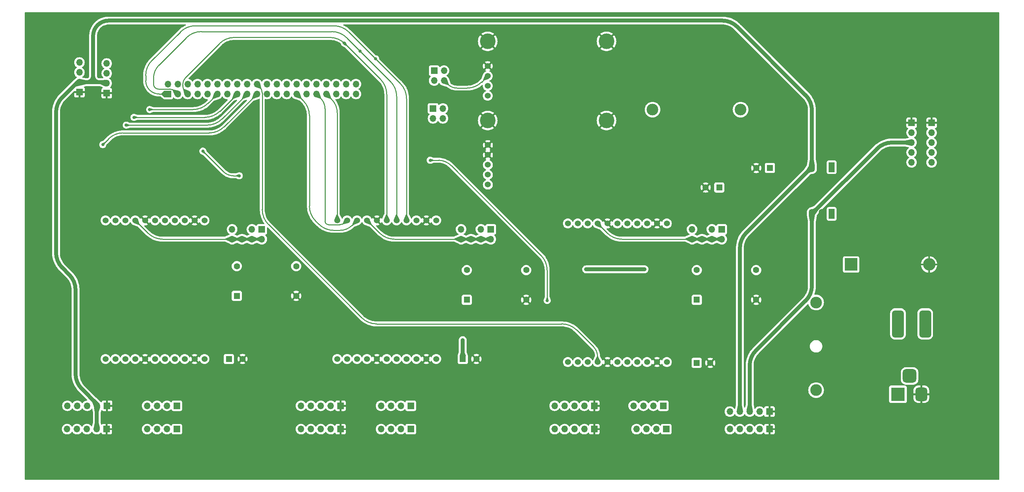
<source format=gbr>
%TF.GenerationSoftware,KiCad,Pcbnew,7.0.7*%
%TF.CreationDate,2023-09-16T22:54:16+02:00*%
%TF.ProjectId,AstroDebugMotor,41737472-6f44-4656-9275-674d6f746f72,01*%
%TF.SameCoordinates,Original*%
%TF.FileFunction,Copper,L2,Bot*%
%TF.FilePolarity,Positive*%
%FSLAX46Y46*%
G04 Gerber Fmt 4.6, Leading zero omitted, Abs format (unit mm)*
G04 Created by KiCad (PCBNEW 7.0.7) date 2023-09-16 22:54:16*
%MOMM*%
%LPD*%
G01*
G04 APERTURE LIST*
G04 Aperture macros list*
%AMRoundRect*
0 Rectangle with rounded corners*
0 $1 Rounding radius*
0 $2 $3 $4 $5 $6 $7 $8 $9 X,Y pos of 4 corners*
0 Add a 4 corners polygon primitive as box body*
4,1,4,$2,$3,$4,$5,$6,$7,$8,$9,$2,$3,0*
0 Add four circle primitives for the rounded corners*
1,1,$1+$1,$2,$3*
1,1,$1+$1,$4,$5*
1,1,$1+$1,$6,$7*
1,1,$1+$1,$8,$9*
0 Add four rect primitives between the rounded corners*
20,1,$1+$1,$2,$3,$4,$5,0*
20,1,$1+$1,$4,$5,$6,$7,0*
20,1,$1+$1,$6,$7,$8,$9,0*
20,1,$1+$1,$8,$9,$2,$3,0*%
G04 Aperture macros list end*
%TA.AperFunction,ComponentPad*%
%ADD10R,1.700000X1.700000*%
%TD*%
%TA.AperFunction,ComponentPad*%
%ADD11O,1.700000X1.700000*%
%TD*%
%TA.AperFunction,ComponentPad*%
%ADD12RoundRect,0.750000X0.750000X2.750000X-0.750000X2.750000X-0.750000X-2.750000X0.750000X-2.750000X0*%
%TD*%
%TA.AperFunction,ComponentPad*%
%ADD13R,3.200000X3.200000*%
%TD*%
%TA.AperFunction,ComponentPad*%
%ADD14O,3.200000X3.200000*%
%TD*%
%TA.AperFunction,ComponentPad*%
%ADD15R,1.600000X1.600000*%
%TD*%
%TA.AperFunction,ComponentPad*%
%ADD16C,1.600000*%
%TD*%
%TA.AperFunction,ComponentPad*%
%ADD17R,1.500000X2.500000*%
%TD*%
%TA.AperFunction,ComponentPad*%
%ADD18O,1.500000X2.500000*%
%TD*%
%TA.AperFunction,ComponentPad*%
%ADD19C,3.000000*%
%TD*%
%TA.AperFunction,ComponentPad*%
%ADD20C,1.524000*%
%TD*%
%TA.AperFunction,ComponentPad*%
%ADD21R,3.500000X3.500000*%
%TD*%
%TA.AperFunction,ComponentPad*%
%ADD22RoundRect,0.750000X0.750000X1.000000X-0.750000X1.000000X-0.750000X-1.000000X0.750000X-1.000000X0*%
%TD*%
%TA.AperFunction,ComponentPad*%
%ADD23RoundRect,0.875000X0.875000X0.875000X-0.875000X0.875000X-0.875000X-0.875000X0.875000X-0.875000X0*%
%TD*%
%TA.AperFunction,ComponentPad*%
%ADD24C,4.000000*%
%TD*%
%TA.AperFunction,ViaPad*%
%ADD25C,0.800000*%
%TD*%
%TA.AperFunction,Conductor*%
%ADD26C,0.250000*%
%TD*%
%TA.AperFunction,Conductor*%
%ADD27C,1.000000*%
%TD*%
G04 APERTURE END LIST*
D10*
%TO.P,J18,1,Pin_1*%
%TO.N,GND*%
X166075000Y-151000000D03*
D11*
%TO.P,J18,2,Pin_2*%
%TO.N,+5V*%
X163535000Y-151000000D03*
%TO.P,J18,3,Pin_3*%
%TO.N,/AX3_ENCN*%
X160995000Y-151000000D03*
%TO.P,J18,4,Pin_4*%
%TO.N,/AX3_ENCB*%
X158455000Y-151000000D03*
%TO.P,J18,5,Pin_5*%
%TO.N,/AX3_ENCA*%
X155915000Y-151000000D03*
%TD*%
D12*
%TO.P,SW1,1,A*%
%TO.N,Net-(SW1-A)*%
X251000000Y-130000000D03*
%TO.P,SW1,2,B*%
%TO.N,Net-(SW1-B)*%
X244000000Y-130000000D03*
%TD*%
D10*
%TO.P,J19,1,Pin_1*%
%TO.N,/AX3_B2*%
X184540000Y-157000000D03*
D11*
%TO.P,J19,2,Pin_2*%
%TO.N,/AX3_B1*%
X182000000Y-157000000D03*
%TO.P,J19,3,Pin_3*%
%TO.N,/AX3_A2*%
X179460000Y-157000000D03*
%TO.P,J19,4,Pin_4*%
%TO.N,/AX3_A1*%
X176920000Y-157000000D03*
%TD*%
D13*
%TO.P,D1,1,K*%
%TO.N,Vdrive*%
X232000000Y-114750000D03*
D14*
%TO.P,D1,2,A*%
%TO.N,GND*%
X252000000Y-114750000D03*
%TD*%
D15*
%TO.P,X2,1,Tri-State*%
%TO.N,unconnected-(X2-Tri-State-Pad1)*%
X133380000Y-123810000D03*
D16*
%TO.P,X2,7,GND*%
%TO.N,GND*%
X148620000Y-123810000D03*
%TO.P,X2,8,OUT*%
%TO.N,Net-(J10-Pin_7)*%
X148620000Y-116190000D03*
%TO.P,X2,14,Vcc*%
%TO.N,+3.3V*%
X133380000Y-116190000D03*
%TD*%
D17*
%TO.P,U4,1,Vin*%
%TO.N,Vdrive*%
X227000000Y-101770000D03*
D18*
%TO.P,U4,2,GND*%
%TO.N,GND*%
X224460000Y-101770000D03*
%TO.P,U4,3,Vout*%
%TO.N,+3.3V*%
X221920000Y-101770000D03*
%TD*%
D15*
%TO.P,C4,1*%
%TO.N,Vdrive*%
X192347349Y-140000000D03*
D16*
%TO.P,C4,2*%
%TO.N,GND*%
X195847349Y-140000000D03*
%TD*%
D19*
%TO.P,BT1,1,+*%
%TO.N,+BATT*%
X203625000Y-75025000D03*
X181025000Y-75025000D03*
%TD*%
D10*
%TO.P,J8,1,Pin_1*%
%TO.N,GND*%
X41075000Y-151000000D03*
D11*
%TO.P,J8,2,Pin_2*%
%TO.N,+5V*%
X38535000Y-151000000D03*
%TO.P,J8,3,Pin_3*%
%TO.N,/AX1_ENCN*%
X35995000Y-151000000D03*
%TO.P,J8,4,Pin_4*%
%TO.N,/AX1_ENCB*%
X33455000Y-151000000D03*
%TO.P,J8,5,Pin_5*%
%TO.N,/AX1_ENCA*%
X30915000Y-151000000D03*
%TD*%
D19*
%TO.P,F1,1*%
%TO.N,Net-(SW1-B)*%
X223000000Y-147000000D03*
%TO.P,F1,2*%
%TO.N,Vdrive*%
X223000000Y-124500000D03*
%TD*%
D15*
%TO.P,X1,1,Tri-State*%
%TO.N,unconnected-(X1-Tri-State-Pad1)*%
X74380000Y-122810000D03*
D16*
%TO.P,X1,7,GND*%
%TO.N,GND*%
X89620000Y-122810000D03*
%TO.P,X1,8,OUT*%
%TO.N,Net-(J4-Pin_7)*%
X89620000Y-115190000D03*
%TO.P,X1,14,Vcc*%
%TO.N,+3.3V*%
X74380000Y-115190000D03*
%TD*%
D10*
%TO.P,J11,1,Pin_1*%
%TO.N,GND*%
X101000000Y-151000000D03*
D11*
%TO.P,J11,2,Pin_2*%
%TO.N,+5V*%
X98460000Y-151000000D03*
%TO.P,J11,3,Pin_3*%
%TO.N,/AX2_ENCN*%
X95920000Y-151000000D03*
%TO.P,J11,4,Pin_4*%
%TO.N,/AX2_ENCB*%
X93380000Y-151000000D03*
%TO.P,J11,5,Pin_5*%
%TO.N,/AX2_ENCA*%
X90840000Y-151000000D03*
%TD*%
D10*
%TO.P,J4,1,Pin_1*%
%TO.N,/AX1_CLK*%
X80800000Y-105725000D03*
D11*
%TO.P,J4,2,Pin_2*%
%TO.N,Net-(J4-Pin_2)*%
X80800000Y-108265000D03*
%TO.P,J4,3,Pin_3*%
%TO.N,+3.3V*%
X78260000Y-105725000D03*
%TO.P,J4,4,Pin_4*%
%TO.N,Net-(J4-Pin_2)*%
X78260000Y-108265000D03*
%TO.P,J4,5,Pin_5*%
%TO.N,GND*%
X75720000Y-105725000D03*
%TO.P,J4,6,Pin_6*%
%TO.N,Net-(J4-Pin_2)*%
X75720000Y-108265000D03*
%TO.P,J4,7,Pin_7*%
%TO.N,Net-(J4-Pin_7)*%
X73180000Y-105725000D03*
%TO.P,J4,8,Pin_8*%
%TO.N,Net-(J4-Pin_2)*%
X73180000Y-108265000D03*
%TD*%
D15*
%TO.P,X3,1,Tri-State*%
%TO.N,unconnected-(X3-Tri-State-Pad1)*%
X192380000Y-123810000D03*
D16*
%TO.P,X3,7,GND*%
%TO.N,GND*%
X207620000Y-123810000D03*
%TO.P,X3,8,OUT*%
%TO.N,Net-(J17-Pin_7)*%
X207620000Y-116190000D03*
%TO.P,X3,14,Vcc*%
%TO.N,+3.3V*%
X192380000Y-116190000D03*
%TD*%
D15*
%TO.P,C2,1*%
%TO.N,Vdrive*%
X72347349Y-139000000D03*
D16*
%TO.P,C2,2*%
%TO.N,GND*%
X75847349Y-139000000D03*
%TD*%
D10*
%TO.P,J6,1,Pin_1*%
%TO.N,GND*%
X41000000Y-157000000D03*
D11*
%TO.P,J6,2,Pin_2*%
%TO.N,+5V*%
X38460000Y-157000000D03*
%TO.P,J6,3,Pin_3*%
%TO.N,/AX1_ENCN*%
X35920000Y-157000000D03*
%TO.P,J6,4,Pin_4*%
%TO.N,/AX1_ENCB*%
X33380000Y-157000000D03*
%TO.P,J6,5,Pin_5*%
%TO.N,/AX1_ENCA*%
X30840000Y-157000000D03*
%TD*%
D10*
%TO.P,J9,1,Pin_1*%
%TO.N,GND*%
X101000000Y-157000000D03*
D11*
%TO.P,J9,2,Pin_2*%
%TO.N,+5V*%
X98460000Y-157000000D03*
%TO.P,J9,3,Pin_3*%
%TO.N,/AX2_ENCN*%
X95920000Y-157000000D03*
%TO.P,J9,4,Pin_4*%
%TO.N,/AX2_ENCB*%
X93380000Y-157000000D03*
%TO.P,J9,5,Pin_5*%
%TO.N,/AX2_ENCA*%
X90840000Y-157000000D03*
%TD*%
D10*
%TO.P,J22,1,Pin_1*%
%TO.N,/GPS_RX*%
X125000000Y-65000000D03*
D11*
%TO.P,J22,2,Pin_2*%
%TO.N,/IO1 GPS*%
X127540000Y-65000000D03*
%TO.P,J22,3,Pin_3*%
%TO.N,/GPS_RX*%
X125000000Y-67540000D03*
%TO.P,J22,4,Pin_4*%
%TO.N,/IO2 GPS*%
X127540000Y-67540000D03*
%TD*%
D15*
%TO.P,C5,1*%
%TO.N,+5V*%
X211152651Y-90000000D03*
D16*
%TO.P,C5,2*%
%TO.N,GND*%
X207652651Y-90000000D03*
%TD*%
D20*
%TO.P,U7,1,+3\u002C3V*%
%TO.N,+3.3V*%
X138795000Y-94262500D03*
%TO.P,U7,2,SDA*%
%TO.N,/RTC_SDA*%
X138795000Y-91722500D03*
%TO.P,U7,3,SCK*%
%TO.N,/RTC_SCK*%
X138795000Y-89182500D03*
%TO.P,U7,4,NC*%
%TO.N,GND*%
X138795000Y-86642500D03*
%TO.P,U7,5,GND*%
X138795000Y-84102500D03*
%TD*%
D10*
%TO.P,J16,1,Pin_1*%
%TO.N,GND*%
X166080000Y-157000000D03*
D11*
%TO.P,J16,2,Pin_2*%
%TO.N,+5V*%
X163540000Y-157000000D03*
%TO.P,J16,3,Pin_3*%
%TO.N,/AX3_ENCN*%
X161000000Y-157000000D03*
%TO.P,J16,4,Pin_4*%
%TO.N,/AX3_ENCB*%
X158460000Y-157000000D03*
%TO.P,J16,5,Pin_5*%
%TO.N,/AX3_ENCA*%
X155920000Y-157000000D03*
%TD*%
D10*
%TO.P,J7,1,Pin_1*%
%TO.N,/AX1_B2*%
X59000000Y-151000000D03*
D11*
%TO.P,J7,2,Pin_2*%
%TO.N,/AX1_B1*%
X56460000Y-151000000D03*
%TO.P,J7,3,Pin_3*%
%TO.N,/AX1_A2*%
X53920000Y-151000000D03*
%TO.P,J7,4,Pin_4*%
%TO.N,/AX1_A1*%
X51380000Y-151000000D03*
%TD*%
D21*
%TO.P,X1_PWR1,1*%
%TO.N,Net-(SW1-A)*%
X244000000Y-148042500D03*
D22*
%TO.P,X1_PWR1,2*%
%TO.N,GND*%
X250000000Y-148042500D03*
D23*
%TO.P,X1_PWR1,3*%
%TO.N,N/C*%
X247000000Y-143342500D03*
%TD*%
D17*
%TO.P,U5,1,Vin*%
%TO.N,Vdrive*%
X227000000Y-89790000D03*
D18*
%TO.P,U5,2,GND*%
%TO.N,GND*%
X224460000Y-89790000D03*
%TO.P,U5,3,Vout*%
%TO.N,+5V*%
X221920000Y-89790000D03*
%TD*%
D20*
%TO.P,U3,1,VCC-(3.3V/5V)*%
%TO.N,+3.3V*%
X184700000Y-104220000D03*
%TO.P,U3,2,GND*%
%TO.N,GND*%
X182160000Y-104220000D03*
%TO.P,U3,3,CSN*%
%TO.N,/AX3_CSN*%
X179620000Y-104220000D03*
%TO.P,U3,4,SCK*%
%TO.N,/SCK*%
X177080000Y-104220000D03*
%TO.P,U3,5,SDI*%
%TO.N,/SDI*%
X174540000Y-104220000D03*
%TO.P,U3,6,SDO*%
%TO.N,/SDO*%
X172000000Y-104220000D03*
%TO.P,U3,7,GND*%
%TO.N,GND*%
X169460000Y-104220000D03*
%TO.P,U3,8,CLK16*%
%TO.N,Net-(J17-Pin_2)*%
X166920000Y-104220000D03*
%TO.P,U3,9,DRV_ENN*%
%TO.N,/AX3_EN*%
X164380000Y-104220000D03*
%TO.P,U3,10,REFL*%
%TO.N,/AX3_STEP*%
X161840000Y-104220000D03*
%TO.P,U3,11,REFR*%
%TO.N,/AX3_DIR*%
X159300000Y-104220000D03*
%TO.P,U3,12,VS-(9-36V)*%
%TO.N,Vdrive*%
X184700000Y-139780000D03*
%TO.P,U3,13,GND*%
%TO.N,GND*%
X182160000Y-139780000D03*
%TO.P,U3,14,B2*%
%TO.N,/AX3_B2*%
X179620000Y-139780000D03*
%TO.P,U3,15,B1*%
%TO.N,/AX3_B1*%
X177080000Y-139780000D03*
%TO.P,U3,16,A2*%
%TO.N,/AX3_A2*%
X174540000Y-139780000D03*
%TO.P,U3,17,A1*%
%TO.N,/AX3_A1*%
X172000000Y-139780000D03*
%TO.P,U3,18,GND*%
%TO.N,GND*%
X169460000Y-139780000D03*
%TO.P,U3,19,DIAGO*%
%TO.N,/AX3_DIAG*%
X166920000Y-139780000D03*
%TO.P,U3,20,ENCA*%
%TO.N,/AX3_ENCA*%
X164380000Y-139780000D03*
%TO.P,U3,21,ENCB*%
%TO.N,/AX3_ENCB*%
X161840000Y-139780000D03*
%TO.P,U3,22,ENCN*%
%TO.N,/AX3_ENCN*%
X159300000Y-139780000D03*
%TD*%
D10*
%TO.P,J1,1,Pin_1*%
%TO.N,/AX1_B2*%
X59000000Y-157000000D03*
D11*
%TO.P,J1,2,Pin_2*%
%TO.N,/AX1_B1*%
X56460000Y-157000000D03*
%TO.P,J1,3,Pin_3*%
%TO.N,/AX1_A2*%
X53920000Y-157000000D03*
%TO.P,J1,4,Pin_4*%
%TO.N,/AX1_A1*%
X51380000Y-157000000D03*
%TD*%
D10*
%TO.P,J3,1,Pin_1*%
%TO.N,GND*%
X211040000Y-152500000D03*
D11*
%TO.P,J3,2,Pin_2*%
%TO.N,+BATT*%
X208500000Y-152500000D03*
%TO.P,J3,3,Pin_3*%
%TO.N,+3.3V*%
X205960000Y-152500000D03*
%TO.P,J3,4,Pin_4*%
%TO.N,+5V*%
X203420000Y-152500000D03*
%TO.P,J3,5,Pin_5*%
%TO.N,Vdrive*%
X200880000Y-152500000D03*
%TD*%
D10*
%TO.P,J14,1,Pin_1*%
%TO.N,GND*%
X34000000Y-70540000D03*
D11*
%TO.P,J14,2,Pin_2*%
%TO.N,+5V*%
X34000000Y-68000000D03*
%TO.P,J14,3,Pin_3*%
%TO.N,/RX*%
X34000000Y-65460000D03*
%TO.P,J14,4,Pin_4*%
%TO.N,/TX*%
X34000000Y-62920000D03*
%TD*%
D10*
%TO.P,J23,1,Pin_1*%
%TO.N,GND*%
X247500000Y-78380000D03*
D11*
%TO.P,J23,2,Pin_2*%
%TO.N,+BATT*%
X247500000Y-80920000D03*
%TO.P,J23,3,Pin_3*%
%TO.N,+3.3V*%
X247500000Y-83460000D03*
%TO.P,J23,4,Pin_4*%
%TO.N,+5V*%
X247500000Y-86000000D03*
%TO.P,J23,5,Pin_5*%
%TO.N,Vdrive*%
X247500000Y-88540000D03*
%TD*%
D10*
%TO.P,J5,1,Pin_1*%
%TO.N,GND*%
X211040000Y-157000000D03*
D11*
%TO.P,J5,2,Pin_2*%
%TO.N,+BATT*%
X208500000Y-157000000D03*
%TO.P,J5,3,Pin_3*%
%TO.N,+3.3V*%
X205960000Y-157000000D03*
%TO.P,J5,4,Pin_4*%
%TO.N,+5V*%
X203420000Y-157000000D03*
%TO.P,J5,5,Pin_5*%
%TO.N,Vdrive*%
X200880000Y-157000000D03*
%TD*%
D10*
%TO.P,J13,1,Pin_1*%
%TO.N,/AX2_B2*%
X119000000Y-151000000D03*
D11*
%TO.P,J13,2,Pin_2*%
%TO.N,/AX2_B1*%
X116460000Y-151000000D03*
%TO.P,J13,3,Pin_3*%
%TO.N,/AX2_A2*%
X113920000Y-151000000D03*
%TO.P,J13,4,Pin_4*%
%TO.N,/AX2_A1*%
X111380000Y-151000000D03*
%TD*%
D10*
%TO.P,J12,1,Pin_1*%
%TO.N,/AX2_B2*%
X119000000Y-157000000D03*
D11*
%TO.P,J12,2,Pin_2*%
%TO.N,/AX2_B1*%
X116460000Y-157000000D03*
%TO.P,J12,3,Pin_3*%
%TO.N,/AX2_A2*%
X113920000Y-157000000D03*
%TO.P,J12,4,Pin_4*%
%TO.N,/AX2_A1*%
X111380000Y-157000000D03*
%TD*%
D10*
%TO.P,J15,1,Pin_1*%
%TO.N,GND*%
X41000000Y-70800000D03*
D11*
%TO.P,J15,2,Pin_2*%
%TO.N,+5V*%
X41000000Y-68260000D03*
%TO.P,J15,3,Pin_3*%
%TO.N,/RX*%
X41000000Y-65720000D03*
%TO.P,J15,4,Pin_4*%
%TO.N,/TX*%
X41000000Y-63180000D03*
%TD*%
D20*
%TO.P,U6,1,GND*%
%TO.N,GND*%
X138750000Y-63850000D03*
%TO.P,U6,2,TX*%
%TO.N,/IO2 GPS*%
X138750000Y-66390000D03*
%TO.P,U6,3,RX*%
%TO.N,/IO1 GPS*%
X138750000Y-68930000D03*
%TO.P,U6,4,+3\u002C3V*%
%TO.N,+3.3V*%
X138750000Y-71470000D03*
D24*
%TO.P,U6,5,GND*%
%TO.N,GND*%
X138750000Y-57500000D03*
X138750000Y-77820000D03*
X169230000Y-57500000D03*
X169230000Y-77820000D03*
%TD*%
D20*
%TO.P,U2,1,VCC-(3.3V/5V)*%
%TO.N,+3.3V*%
X125540000Y-103440000D03*
%TO.P,U2,2,GND*%
%TO.N,GND*%
X123000000Y-103440000D03*
%TO.P,U2,3,CSN*%
%TO.N,/AX2_CSN*%
X120460000Y-103440000D03*
%TO.P,U2,4,SCK*%
%TO.N,/SCK*%
X117920000Y-103440000D03*
%TO.P,U2,5,SDI*%
%TO.N,/SDI*%
X115380000Y-103440000D03*
%TO.P,U2,6,SDO*%
%TO.N,/SDO*%
X112840000Y-103440000D03*
%TO.P,U2,7,GND*%
%TO.N,GND*%
X110300000Y-103440000D03*
%TO.P,U2,8,CLK16*%
%TO.N,Net-(J10-Pin_2)*%
X107760000Y-103440000D03*
%TO.P,U2,9,DRV_ENN*%
%TO.N,/AX2_EN*%
X105220000Y-103440000D03*
%TO.P,U2,10,REFL*%
%TO.N,/AX2_STEP*%
X102680000Y-103440000D03*
%TO.P,U2,11,REFR*%
%TO.N,/AX2_DIR*%
X100140000Y-103440000D03*
%TO.P,U2,12,VS-(9-36V)*%
%TO.N,Vdrive*%
X125540000Y-139000000D03*
%TO.P,U2,13,GND*%
%TO.N,GND*%
X123000000Y-139000000D03*
%TO.P,U2,14,B2*%
%TO.N,/AX2_B2*%
X120460000Y-139000000D03*
%TO.P,U2,15,B1*%
%TO.N,/AX2_B1*%
X117920000Y-139000000D03*
%TO.P,U2,16,A2*%
%TO.N,/AX2_A2*%
X115380000Y-139000000D03*
%TO.P,U2,17,A1*%
%TO.N,/AX2_A1*%
X112840000Y-139000000D03*
%TO.P,U2,18,GND*%
%TO.N,GND*%
X110300000Y-139000000D03*
%TO.P,U2,19,DIAGO*%
%TO.N,/AX2_DIAG*%
X107760000Y-139000000D03*
%TO.P,U2,20,ENCA*%
%TO.N,/AX2_ENCA*%
X105220000Y-139000000D03*
%TO.P,U2,21,ENCB*%
%TO.N,/AX2_ENCB*%
X102680000Y-139000000D03*
%TO.P,U2,22,ENCN*%
%TO.N,/AX2_ENCN*%
X100140000Y-139000000D03*
%TD*%
%TO.P,U1,1,VCC-(3.3V/5V)*%
%TO.N,+3.3V*%
X66080000Y-103440000D03*
%TO.P,U1,2,GND*%
%TO.N,GND*%
X63540000Y-103440000D03*
%TO.P,U1,3,CSN*%
%TO.N,/AX1_CSN*%
X61000000Y-103440000D03*
%TO.P,U1,4,SCK*%
%TO.N,/SCK*%
X58460000Y-103440000D03*
%TO.P,U1,5,SDI*%
%TO.N,/SDI*%
X55920000Y-103440000D03*
%TO.P,U1,6,SDO*%
%TO.N,/SDO*%
X53380000Y-103440000D03*
%TO.P,U1,7,GND*%
%TO.N,GND*%
X50840000Y-103440000D03*
%TO.P,U1,8,CLK16*%
%TO.N,Net-(J4-Pin_2)*%
X48300000Y-103440000D03*
%TO.P,U1,9,DRV_ENN*%
%TO.N,/AX1_EN*%
X45760000Y-103440000D03*
%TO.P,U1,10,REFL*%
%TO.N,/AX1_STEP*%
X43220000Y-103440000D03*
%TO.P,U1,11,REFR*%
%TO.N,/AX1_DIR*%
X40680000Y-103440000D03*
%TO.P,U1,12,VS-(9-36V)*%
%TO.N,Vdrive*%
X66080000Y-139000000D03*
%TO.P,U1,13,GND*%
%TO.N,GND*%
X63540000Y-139000000D03*
%TO.P,U1,14,B2*%
%TO.N,/AX1_B2*%
X61000000Y-139000000D03*
%TO.P,U1,15,B1*%
%TO.N,/AX1_B1*%
X58460000Y-139000000D03*
%TO.P,U1,16,A2*%
%TO.N,/AX1_A2*%
X55920000Y-139000000D03*
%TO.P,U1,17,A1*%
%TO.N,/AX1_A1*%
X53380000Y-139000000D03*
%TO.P,U1,18,GND*%
%TO.N,GND*%
X50840000Y-139000000D03*
%TO.P,U1,19,DIAGO*%
%TO.N,/AX1_DIAG*%
X48300000Y-139000000D03*
%TO.P,U1,20,ENCA*%
%TO.N,/AX1_ENCA*%
X45760000Y-139000000D03*
%TO.P,U1,21,ENCB*%
%TO.N,/AX1_ENCB*%
X43220000Y-139000000D03*
%TO.P,U1,22,ENCN*%
%TO.N,/AX1_ENCN*%
X40680000Y-139000000D03*
%TD*%
D10*
%TO.P,J21,1,Pin_1*%
%TO.N,/GPS_TX*%
X124725000Y-74725000D03*
D11*
%TO.P,J21,2,Pin_2*%
%TO.N,/IO1 GPS*%
X127265000Y-74725000D03*
%TO.P,J21,3,Pin_3*%
%TO.N,/GPS_TX*%
X124725000Y-77265000D03*
%TO.P,J21,4,Pin_4*%
%TO.N,/IO2 GPS*%
X127265000Y-77265000D03*
%TD*%
D10*
%TO.P,J20,1,Pin_1*%
%TO.N,/AX3_B2*%
X183800000Y-151000000D03*
D11*
%TO.P,J20,2,Pin_2*%
%TO.N,/AX3_B1*%
X181260000Y-151000000D03*
%TO.P,J20,3,Pin_3*%
%TO.N,/AX3_A2*%
X178720000Y-151000000D03*
%TO.P,J20,4,Pin_4*%
%TO.N,/AX3_A1*%
X176180000Y-151000000D03*
%TD*%
D15*
%TO.P,C1,1*%
%TO.N,+3.3V*%
X198152651Y-95000000D03*
D16*
%TO.P,C1,2*%
%TO.N,GND*%
X194652651Y-95000000D03*
%TD*%
D10*
%TO.P,J17,1,Pin_1*%
%TO.N,/AX3_CLK*%
X198800000Y-105725000D03*
D11*
%TO.P,J17,2,Pin_2*%
%TO.N,Net-(J17-Pin_2)*%
X198800000Y-108265000D03*
%TO.P,J17,3,Pin_3*%
%TO.N,+3.3V*%
X196260000Y-105725000D03*
%TO.P,J17,4,Pin_4*%
%TO.N,Net-(J17-Pin_2)*%
X196260000Y-108265000D03*
%TO.P,J17,5,Pin_5*%
%TO.N,GND*%
X193720000Y-105725000D03*
%TO.P,J17,6,Pin_6*%
%TO.N,Net-(J17-Pin_2)*%
X193720000Y-108265000D03*
%TO.P,J17,7,Pin_7*%
%TO.N,Net-(J17-Pin_7)*%
X191180000Y-105725000D03*
%TO.P,J17,8,Pin_8*%
%TO.N,Net-(J17-Pin_2)*%
X191180000Y-108265000D03*
%TD*%
D10*
%TO.P,J24,1,Pin_1*%
%TO.N,GND*%
X252625000Y-78425000D03*
D11*
%TO.P,J24,2,Pin_2*%
%TO.N,+BATT*%
X252625000Y-80965000D03*
%TO.P,J24,3,Pin_3*%
%TO.N,+3.3V*%
X252625000Y-83505000D03*
%TO.P,J24,4,Pin_4*%
%TO.N,+5V*%
X252625000Y-86045000D03*
%TO.P,J24,5,Pin_5*%
%TO.N,Vdrive*%
X252625000Y-88585000D03*
%TD*%
D10*
%TO.P,J10,1,Pin_1*%
%TO.N,/AX2_CLK*%
X139540000Y-105725000D03*
D11*
%TO.P,J10,2,Pin_2*%
%TO.N,Net-(J10-Pin_2)*%
X139540000Y-108265000D03*
%TO.P,J10,3,Pin_3*%
%TO.N,+3.3V*%
X137000000Y-105725000D03*
%TO.P,J10,4,Pin_4*%
%TO.N,Net-(J10-Pin_2)*%
X137000000Y-108265000D03*
%TO.P,J10,5,Pin_5*%
%TO.N,GND*%
X134460000Y-105725000D03*
%TO.P,J10,6,Pin_6*%
%TO.N,Net-(J10-Pin_2)*%
X134460000Y-108265000D03*
%TO.P,J10,7,Pin_7*%
%TO.N,Net-(J10-Pin_7)*%
X131920000Y-105725000D03*
%TO.P,J10,8,Pin_8*%
%TO.N,Net-(J10-Pin_2)*%
X131920000Y-108265000D03*
%TD*%
D15*
%TO.P,C3,1*%
%TO.N,Vdrive*%
X132347349Y-139000000D03*
D16*
%TO.P,C3,2*%
%TO.N,GND*%
X135847349Y-139000000D03*
%TD*%
D10*
%TO.P,J2,1,Pin_1*%
%TO.N,/SCK*%
X56680000Y-71000000D03*
D11*
%TO.P,J2,2,Pin_2*%
%TO.N,/RX*%
X56680000Y-68460000D03*
%TO.P,J2,3,Pin_3*%
%TO.N,/SDI*%
X59220000Y-71000000D03*
%TO.P,J2,4,Pin_4*%
%TO.N,/TX*%
X59220000Y-68460000D03*
%TO.P,J2,5,Pin_5*%
%TO.N,/SDO*%
X61760000Y-71000000D03*
%TO.P,J2,6,Pin_6*%
%TO.N,unconnected-(J2-Pin_6-Pad6)*%
X61760000Y-68460000D03*
%TO.P,J2,7,Pin_7*%
%TO.N,unconnected-(J2-Pin_7-Pad7)*%
X64300000Y-71000000D03*
%TO.P,J2,8,Pin_8*%
%TO.N,unconnected-(J2-Pin_8-Pad8)*%
X64300000Y-68460000D03*
%TO.P,J2,9,Pin_9*%
%TO.N,/AX1_CLK*%
X66840000Y-71000000D03*
%TO.P,J2,10,Pin_10*%
%TO.N,/AX3_CLK*%
X66840000Y-68460000D03*
%TO.P,J2,11,Pin_11*%
%TO.N,/AX1_EN*%
X69380000Y-71000000D03*
%TO.P,J2,12,Pin_12*%
%TO.N,/AX3_EN*%
X69380000Y-68460000D03*
%TO.P,J2,13,Pin_13*%
%TO.N,/AX1_CSN*%
X71920000Y-71000000D03*
%TO.P,J2,14,Pin_14*%
%TO.N,/AX3_CSN*%
X71920000Y-68460000D03*
%TO.P,J2,15,Pin_15*%
%TO.N,/AX1_STEP*%
X74460000Y-71000000D03*
%TO.P,J2,16,Pin_16*%
%TO.N,/AX3_STEP*%
X74460000Y-68460000D03*
%TO.P,J2,17,Pin_17*%
%TO.N,/AX1_DIR*%
X77000000Y-71000000D03*
%TO.P,J2,18,Pin_18*%
%TO.N,/AX3_DIR*%
X77000000Y-68460000D03*
%TO.P,J2,19,Pin_19*%
%TO.N,/AX1_DIAG*%
X79540000Y-71000000D03*
%TO.P,J2,20,Pin_20*%
%TO.N,/AX3_DIAG*%
X79540000Y-68460000D03*
%TO.P,J2,21,Pin_21*%
%TO.N,unconnected-(J2-Pin_21-Pad21)*%
X82080000Y-71000000D03*
%TO.P,J2,22,Pin_22*%
%TO.N,unconnected-(J2-Pin_22-Pad22)*%
X82080000Y-68460000D03*
%TO.P,J2,23,Pin_23*%
%TO.N,unconnected-(J2-Pin_23-Pad23)*%
X84620000Y-71000000D03*
%TO.P,J2,24,Pin_24*%
%TO.N,unconnected-(J2-Pin_24-Pad24)*%
X84620000Y-68460000D03*
%TO.P,J2,25,Pin_25*%
%TO.N,/AX2_CLK*%
X87160000Y-71000000D03*
%TO.P,J2,26,Pin_26*%
%TO.N,/GPS_RX*%
X87160000Y-68460000D03*
%TO.P,J2,27,Pin_27*%
%TO.N,/AX2_EN*%
X89700000Y-71000000D03*
%TO.P,J2,28,Pin_28*%
%TO.N,/GPS_TX*%
X89700000Y-68460000D03*
%TO.P,J2,29,Pin_29*%
%TO.N,/AX2_CSN*%
X92240000Y-71000000D03*
%TO.P,J2,30,Pin_30*%
%TO.N,/GPS_PPS*%
X92240000Y-68460000D03*
%TO.P,J2,31,Pin_31*%
%TO.N,/AX2_STEP*%
X94780000Y-71000000D03*
%TO.P,J2,32,Pin_32*%
%TO.N,unconnected-(J2-Pin_32-Pad32)*%
X94780000Y-68460000D03*
%TO.P,J2,33,Pin_33*%
%TO.N,/AX2_DIR*%
X97320000Y-71000000D03*
%TO.P,J2,34,Pin_34*%
%TO.N,unconnected-(J2-Pin_34-Pad34)*%
X97320000Y-68460000D03*
%TO.P,J2,35,Pin_35*%
%TO.N,/AX2_DIAG*%
X99860000Y-71000000D03*
%TO.P,J2,36,Pin_36*%
%TO.N,/RTC_SCK*%
X99860000Y-68460000D03*
%TO.P,J2,37,Pin_37*%
%TO.N,unconnected-(J2-Pin_37-Pad37)*%
X102400000Y-71000000D03*
%TO.P,J2,38,Pin_38*%
%TO.N,/RTC_SDA*%
X102400000Y-68460000D03*
%TO.P,J2,39,Pin_39*%
%TO.N,unconnected-(J2-Pin_39-Pad39)*%
X104940000Y-71000000D03*
%TO.P,J2,40,Pin_40*%
%TO.N,unconnected-(J2-Pin_40-Pad40)*%
X104940000Y-68460000D03*
%TD*%
D25*
%TO.N,GND*%
X192325000Y-75024998D03*
%TO.N,+3.3V*%
X172000000Y-116000000D03*
X164000000Y-116000000D03*
X179000000Y-116000000D03*
%TO.N,/SCK*%
X110000000Y-62000000D03*
%TO.N,/SDI*%
X106000000Y-60000000D03*
%TO.N,/SDO*%
X102000000Y-58000000D03*
%TO.N,/AX1_EN*%
X52000000Y-75000000D03*
%TO.N,Vdrive*%
X132347349Y-134152651D03*
%TO.N,/AX1_STEP*%
X48000000Y-77000000D03*
%TO.N,/AX1_DIR*%
X46000000Y-79000000D03*
%TO.N,/AX1_DIAG*%
X40000000Y-84000000D03*
%TO.N,/AX3_CLK*%
X65665003Y-85665003D03*
X75000000Y-92000000D03*
%TO.N,/AX2_DIAG*%
X154000000Y-124000000D03*
X123987347Y-88012653D03*
%TD*%
D26*
%TO.N,Net-(J4-Pin_2)*%
X51531207Y-106671207D02*
X48300000Y-103440000D01*
X73180000Y-108265000D02*
X75720000Y-108265000D01*
X78260000Y-108265000D02*
X80800000Y-108265000D01*
X78260000Y-108265000D02*
X75720000Y-108265000D01*
X55378963Y-108265000D02*
X73180000Y-108265000D01*
X51531215Y-106671199D02*
G75*
G03*
X55378963Y-108265000I3847785J3847799D01*
G01*
D27*
%TO.N,+3.3V*%
X221920000Y-101770000D02*
X221920000Y-101764695D01*
X242473353Y-83460000D02*
X247500000Y-83460000D01*
X179000000Y-116000000D02*
X172000000Y-116000000D01*
X221920000Y-101770000D02*
X221920000Y-101780610D01*
X220326207Y-124062522D02*
X207553792Y-136834937D01*
X205960000Y-140682693D02*
X205960000Y-152500000D01*
X238625597Y-85053792D02*
X221923751Y-101755638D01*
X164000000Y-116000000D02*
X172000000Y-116000000D01*
X221920000Y-120214766D02*
X221920000Y-101780610D01*
X221923756Y-101755643D02*
G75*
G03*
X221920000Y-101764695I9044J-9057D01*
G01*
X220326235Y-124062550D02*
G75*
G03*
X221920000Y-120214766I-3847835J3847750D01*
G01*
X242473353Y-83459952D02*
G75*
G03*
X238625597Y-85053792I47J-5441548D01*
G01*
X207553806Y-136834951D02*
G75*
G03*
X205960000Y-140682693I3847694J-3847749D01*
G01*
D26*
%TO.N,/SCK*%
X63753963Y-53500000D02*
X99246036Y-53500000D01*
X52593792Y-62406207D02*
X59906207Y-55093792D01*
X116326207Y-68326207D02*
X103093792Y-55093792D01*
X54414213Y-71000000D02*
X56680000Y-71000000D01*
X51000000Y-66253963D02*
X51000000Y-67585786D01*
X117920000Y-72173963D02*
X117920000Y-103440000D01*
X51000006Y-67585786D02*
G75*
G03*
X52000000Y-70000000I3414194J-14D01*
G01*
X52593821Y-62406236D02*
G75*
G03*
X51000000Y-66253963I3847679J-3847764D01*
G01*
X117920010Y-72173963D02*
G75*
G03*
X116326206Y-68326208I-5441610J-37D01*
G01*
X63753963Y-53499960D02*
G75*
G03*
X59906208Y-55093793I37J-5441540D01*
G01*
X103093784Y-55093800D02*
G75*
G03*
X99246036Y-53500000I-3847784J-3847800D01*
G01*
X51999996Y-70000004D02*
G75*
G03*
X54414213Y-71000000I2414204J2414204D01*
G01*
%TO.N,/SDI*%
X58595000Y-70375000D02*
X59220000Y-71000000D01*
X65253963Y-55000000D02*
X98746036Y-55000000D01*
X53000000Y-67000000D02*
X53000000Y-68469669D01*
X113786207Y-67786207D02*
X102593792Y-56593792D01*
X54280330Y-69750000D02*
X57086116Y-69750000D01*
X115380000Y-71633963D02*
X115380000Y-103440000D01*
X54414213Y-63585786D02*
X61406207Y-56593792D01*
X65253963Y-54999960D02*
G75*
G03*
X61406208Y-56593793I37J-5441540D01*
G01*
X102593784Y-56593800D02*
G75*
G03*
X98746036Y-55000000I-3847784J-3847800D01*
G01*
X53374991Y-69375009D02*
G75*
G03*
X54280330Y-69750000I905309J905309D01*
G01*
X53000013Y-68469669D02*
G75*
G03*
X53375000Y-69375000I1280287J-31D01*
G01*
X54414219Y-63585792D02*
G75*
G03*
X53000000Y-67000000I3414181J-3414208D01*
G01*
X58594995Y-70375005D02*
G75*
G03*
X57086116Y-69750000I-1508895J-1508895D01*
G01*
X115380010Y-71633963D02*
G75*
G03*
X113786206Y-67786208I-5441610J-37D01*
G01*
%TO.N,/SDO*%
X61130000Y-70370000D02*
X61760000Y-71000000D01*
X112840000Y-71093963D02*
X112840000Y-103440000D01*
X69906207Y-58093792D02*
X61291959Y-66708040D01*
X98246036Y-56500000D02*
X73753963Y-56500000D01*
X102093792Y-58093792D02*
X111246207Y-67246207D01*
X60500000Y-68620000D02*
X60500000Y-68849045D01*
X61291963Y-66708044D02*
G75*
G03*
X60500000Y-68620000I1911937J-1911956D01*
G01*
X60499952Y-68849045D02*
G75*
G03*
X61130000Y-70370000I2150948J45D01*
G01*
X112840010Y-71093963D02*
G75*
G03*
X111246206Y-67246208I-5441610J-37D01*
G01*
X73753963Y-56499960D02*
G75*
G03*
X69906208Y-58093793I37J-5441540D01*
G01*
X102093784Y-58093800D02*
G75*
G03*
X98246036Y-56500000I-3847784J-3847800D01*
G01*
%TO.N,/AX1_EN*%
X66973792Y-73406207D02*
X69380000Y-71000000D01*
X63126036Y-75000000D02*
X52000000Y-75000000D01*
X63126036Y-75000010D02*
G75*
G03*
X66973792Y-73406207I-36J5441610D01*
G01*
D27*
%TO.N,Vdrive*%
X132347349Y-134152651D02*
X132347349Y-139000000D01*
D26*
%TO.N,/AX1_STEP*%
X70053792Y-75406207D02*
X74460000Y-71000000D01*
X66206036Y-77000000D02*
X48000000Y-77000000D01*
X66206036Y-77000010D02*
G75*
G03*
X70053792Y-75406207I-36J5441610D01*
G01*
D27*
%TO.N,+5V*%
X29593792Y-115593792D02*
X31406207Y-117406207D01*
X41469023Y-52175000D02*
X198921036Y-52175000D01*
X35880000Y-68000000D02*
X39120000Y-68000000D01*
X38460000Y-150515000D02*
X38460000Y-157000000D01*
X33000000Y-142801036D02*
X33000000Y-121253963D01*
X217168706Y-94541293D02*
X213854999Y-97854999D01*
X203460000Y-152431715D02*
X203460000Y-110503963D01*
X40556152Y-68000000D02*
X39120000Y-68000000D01*
X37500000Y-66380000D02*
X37500000Y-56144023D01*
X33720000Y-68000000D02*
X34000000Y-68000000D01*
X210541293Y-101168705D02*
X205053792Y-106656207D01*
X213854999Y-97854999D02*
X210541293Y-101168705D01*
X29593792Y-71846207D02*
X33242010Y-68197989D01*
X40870000Y-68130000D02*
X41000000Y-68260000D01*
X28000000Y-75693963D02*
X28000000Y-111746036D01*
X203440000Y-152480000D02*
X203420000Y-152500000D01*
X35880000Y-68000000D02*
X34560000Y-68000000D01*
X34560000Y-68000000D02*
X34000000Y-68000000D01*
X38460000Y-150515000D02*
X34593792Y-146648792D01*
X221920000Y-89790000D02*
X221920000Y-75173963D01*
X220326207Y-71326207D02*
X202768792Y-53768792D01*
X217168706Y-94541293D02*
X221920000Y-89790000D01*
X37500000Y-66380000D02*
G75*
G03*
X39120000Y-68000000I1620000J0D01*
G01*
X27999990Y-111746036D02*
G75*
G03*
X29593793Y-115593791I5441610J36D01*
G01*
X205053821Y-106656236D02*
G75*
G03*
X203460000Y-110503963I3847679J-3847764D01*
G01*
X35880000Y-68000000D02*
G75*
G03*
X37500000Y-66380000I0J1620000D01*
G01*
X33720000Y-68000006D02*
G75*
G03*
X33242011Y-68197990I0J-675994D01*
G01*
X221920010Y-75173963D02*
G75*
G03*
X220326206Y-71326208I-5441610J-37D01*
G01*
X38662493Y-53337493D02*
G75*
G03*
X37500000Y-56144023I2806507J-2806507D01*
G01*
X32999990Y-142801036D02*
G75*
G03*
X34593793Y-146648791I5441610J36D01*
G01*
X40870014Y-68129986D02*
G75*
G03*
X40556152Y-68000000I-313814J-313814D01*
G01*
X33000004Y-121253963D02*
G75*
G03*
X31406207Y-117406207I-5441554J-7D01*
G01*
X29593791Y-71846206D02*
G75*
G03*
X28000000Y-75693963I3847759J-3847754D01*
G01*
X41469023Y-52175010D02*
G75*
G03*
X38662500Y-53337500I-23J-3968990D01*
G01*
X202768784Y-53768800D02*
G75*
G03*
X198921036Y-52175000I-3847784J-3847800D01*
G01*
X203439995Y-152479995D02*
G75*
G03*
X203460000Y-152431715I-48295J48295D01*
G01*
D26*
%TO.N,/AX1_DIR*%
X70593792Y-77406207D02*
X77000000Y-71000000D01*
X66746036Y-79000000D02*
X46000000Y-79000000D01*
X66746036Y-79000010D02*
G75*
G03*
X70593792Y-77406207I-36J5441610D01*
G01*
%TO.N,/AX1_DIAG*%
X40000000Y-84000000D02*
X41500000Y-82500000D01*
X45121320Y-81000000D02*
X67286036Y-81000000D01*
X71133792Y-79406207D02*
X79540000Y-71000000D01*
X45121320Y-81000009D02*
G75*
G03*
X41500000Y-82500000I-20J-5121291D01*
G01*
X67286036Y-81000010D02*
G75*
G03*
X71133792Y-79406207I-36J5441610D01*
G01*
%TO.N,/AX3_CLK*%
X70939339Y-90939339D02*
X65665003Y-85665003D01*
X73500000Y-92000000D02*
X75000000Y-92000000D01*
X70939343Y-90939335D02*
G75*
G03*
X73500000Y-92000000I2560657J2560635D01*
G01*
%TO.N,/AX3_DIAG*%
X161593792Y-131593792D02*
X165908837Y-135908837D01*
X80222500Y-69142500D02*
X79540000Y-68460000D01*
X80905000Y-100651036D02*
X80905000Y-70790200D01*
X166920000Y-138350000D02*
X166920000Y-139780000D01*
X106406207Y-128406207D02*
X82498792Y-104498792D01*
X110253963Y-130000000D02*
X157746036Y-130000000D01*
X80904999Y-70790200D02*
G75*
G03*
X80222500Y-69142500I-2330199J0D01*
G01*
X161593784Y-131593800D02*
G75*
G03*
X157746036Y-130000000I-3847784J-3847800D01*
G01*
X106406215Y-128406199D02*
G75*
G03*
X110253963Y-130000000I3847785J3847799D01*
G01*
X166920007Y-138350000D02*
G75*
G03*
X165908837Y-135908837I-3452307J0D01*
G01*
X80904990Y-100651036D02*
G75*
G03*
X82498793Y-104498791I5441610J36D01*
G01*
%TO.N,/AX2_EN*%
X99253963Y-106000000D02*
X100849806Y-106000000D01*
X91406207Y-72706207D02*
X89700000Y-71000000D01*
X95406207Y-104406207D02*
X94593792Y-103593792D01*
X103940000Y-104720000D02*
X105220000Y-103440000D01*
X93000000Y-99746036D02*
X93000000Y-76553963D01*
X93000010Y-76553963D02*
G75*
G03*
X91406206Y-72706208I-5441610J-37D01*
G01*
X95406215Y-104406199D02*
G75*
G03*
X99253963Y-106000000I3847785J3847799D01*
G01*
X100849806Y-106000002D02*
G75*
G03*
X103939999Y-104719999I-6J4370202D01*
G01*
X92999990Y-99746036D02*
G75*
G03*
X94593793Y-103593791I5441610J36D01*
G01*
%TO.N,/AX2_STEP*%
X102136500Y-103983500D02*
X102680000Y-103440000D01*
X95890000Y-72110000D02*
X94780000Y-71000000D01*
X97000000Y-74789777D02*
X97000000Y-103627354D01*
X100824374Y-104527000D02*
X97899645Y-104527000D01*
X100824374Y-104526989D02*
G75*
G03*
X102136500Y-103983500I26J1855589D01*
G01*
X97263487Y-104263513D02*
G75*
G03*
X97899645Y-104527000I636113J636113D01*
G01*
X97000019Y-103627354D02*
G75*
G03*
X97263500Y-104263500I899581J-46D01*
G01*
X97000009Y-74789777D02*
G75*
G03*
X95890000Y-72110000I-3789809J-23D01*
G01*
%TO.N,/AX2_DIR*%
X98730000Y-72410000D02*
X97320000Y-71000000D01*
X100140000Y-75814041D02*
X100140000Y-103440000D01*
X100139953Y-75814041D02*
G75*
G03*
X98730000Y-72410000I-4814053J41D01*
G01*
%TO.N,/AX2_DIAG*%
X154000000Y-116253963D02*
X154000000Y-124000000D01*
X142999999Y-102999999D02*
X146313706Y-106313706D01*
X152406207Y-112406207D02*
X146313706Y-106313706D01*
X123992591Y-88007408D02*
X123987347Y-88012653D01*
X142999999Y-102999999D02*
X129414213Y-89414213D01*
X126210719Y-88002164D02*
X124005252Y-88002164D01*
X154000010Y-116253963D02*
G75*
G03*
X152406206Y-112406208I-5441610J-37D01*
G01*
X129414198Y-89414228D02*
G75*
G03*
X126210719Y-88002165I-3424498J-3429172D01*
G01*
X124005252Y-88002210D02*
G75*
G03*
X123992591Y-88007408I-52J-17890D01*
G01*
%TO.N,Net-(J10-Pin_2)*%
X131920000Y-108265000D02*
X114838963Y-108265000D01*
X137000000Y-108265000D02*
X134460000Y-108265000D01*
X137000000Y-108265000D02*
X139540000Y-108265000D01*
X110991207Y-106671207D02*
X107760000Y-103440000D01*
X134460000Y-108265000D02*
X131920000Y-108265000D01*
X110991215Y-106671199D02*
G75*
G03*
X114838963Y-108265000I3847785J3847799D01*
G01*
%TO.N,Net-(J17-Pin_2)*%
X196260000Y-108265000D02*
X193720000Y-108265000D01*
X193720000Y-108265000D02*
X191180000Y-108265000D01*
X173218963Y-108265000D02*
X191180000Y-108265000D01*
X196260000Y-108265000D02*
X198800000Y-108265000D01*
X169371207Y-106671207D02*
X166920000Y-104220000D01*
X169371215Y-106671199D02*
G75*
G03*
X173218963Y-108265000I3847785J3847799D01*
G01*
%TO.N,/IO2 GPS*%
X128520000Y-68520000D02*
X127540000Y-67540000D01*
X137195000Y-67945000D02*
X138750000Y-66390000D01*
X133440897Y-69500000D02*
X130885929Y-69500000D01*
X128519991Y-68520009D02*
G75*
G03*
X130885929Y-69500000I2365909J2365909D01*
G01*
X133440897Y-69499999D02*
G75*
G03*
X137195000Y-67945000I3J5309099D01*
G01*
%TD*%
%TA.AperFunction,Conductor*%
%TO.N,+3.3V*%
G36*
X222809613Y-100174819D02*
G01*
X223503709Y-100868915D01*
X223507136Y-100877188D01*
X223505026Y-100883890D01*
X222675365Y-102071102D01*
X222667817Y-102075920D01*
X222661333Y-102075224D01*
X221927578Y-101774107D01*
X221921225Y-101767796D01*
X221920412Y-101761821D01*
X222072263Y-100556508D01*
X222076696Y-100548731D01*
X222078444Y-100547608D01*
X222795925Y-100172721D01*
X222804841Y-100171928D01*
X222809613Y-100174819D01*
G37*
%TD.AperFunction*%
%TD*%
%TA.AperFunction,Conductor*%
%TO.N,/AX2_EN*%
G36*
X90482838Y-70679441D02*
G01*
X90489163Y-70685780D01*
X90489388Y-70686370D01*
X90988031Y-72106748D01*
X90987539Y-72115690D01*
X90985265Y-72118897D01*
X90818897Y-72285265D01*
X90810624Y-72288692D01*
X90806748Y-72288031D01*
X89386370Y-71789388D01*
X89379699Y-71783415D01*
X89379207Y-71774473D01*
X89379423Y-71773905D01*
X89697438Y-71003783D01*
X89703759Y-70997448D01*
X90473884Y-70679432D01*
X90482838Y-70679441D01*
G37*
%TD.AperFunction*%
%TD*%
%TA.AperFunction,Conductor*%
%TO.N,+5V*%
G36*
X33406995Y-67406976D02*
G01*
X33999049Y-67997639D01*
X34001600Y-68001456D01*
X34320340Y-68773332D01*
X34320331Y-68782287D01*
X34313992Y-68788612D01*
X34312879Y-68789007D01*
X32957316Y-69194478D01*
X32948408Y-69193566D01*
X32945690Y-69191542D01*
X32252035Y-68497887D01*
X32248608Y-68489614D01*
X32252035Y-68481341D01*
X32252209Y-68481171D01*
X33390704Y-67406749D01*
X33399071Y-67403564D01*
X33406995Y-67406976D01*
G37*
%TD.AperFunction*%
%TD*%
%TA.AperFunction,Conductor*%
%TO.N,+3.3V*%
G36*
X221926499Y-101773341D02*
G01*
X222663715Y-102265802D01*
X222668691Y-102273247D01*
X222668757Y-102277454D01*
X222421630Y-103760223D01*
X222416889Y-103767821D01*
X222410089Y-103770000D01*
X221429911Y-103770000D01*
X221421638Y-103766573D01*
X221418370Y-103760223D01*
X221171242Y-102277454D01*
X221173262Y-102268731D01*
X221176284Y-102265802D01*
X221913501Y-101773341D01*
X221922284Y-101771595D01*
X221926499Y-101773341D01*
G37*
%TD.AperFunction*%
%TD*%
%TA.AperFunction,Conductor*%
%TO.N,Vdrive*%
G36*
X132847514Y-137403427D02*
G01*
X132850196Y-137407592D01*
X133144705Y-138192951D01*
X133144401Y-138201901D01*
X133142028Y-138205327D01*
X132355627Y-138992711D01*
X132347356Y-138996143D01*
X132339081Y-138992721D01*
X132339071Y-138992711D01*
X131552669Y-138205327D01*
X131549247Y-138197052D01*
X131549992Y-138192951D01*
X131844502Y-137407592D01*
X131850616Y-137401049D01*
X131855457Y-137400000D01*
X132839241Y-137400000D01*
X132847514Y-137403427D01*
G37*
%TD.AperFunction*%
%TD*%
%TA.AperFunction,Conductor*%
%TO.N,/AX3_CLK*%
G36*
X66033047Y-85516256D02*
G01*
X66039209Y-85522242D01*
X66315750Y-86134931D01*
X66316030Y-86143881D01*
X66313359Y-86148017D01*
X66148017Y-86313359D01*
X66139744Y-86316786D01*
X66134931Y-86315750D01*
X65522242Y-86039209D01*
X65516111Y-86032682D01*
X65516235Y-86024093D01*
X65662440Y-85668805D01*
X65668756Y-85662460D01*
X66024093Y-85516235D01*
X66033047Y-85516256D01*
G37*
%TD.AperFunction*%
%TD*%
%TA.AperFunction,Conductor*%
%TO.N,Net-(J10-Pin_2)*%
G36*
X136679199Y-107490530D02*
G01*
X136679457Y-107491107D01*
X136999134Y-108260511D01*
X136999143Y-108269466D01*
X136999134Y-108269489D01*
X136679457Y-109038892D01*
X136673118Y-109045217D01*
X136664163Y-109045208D01*
X136663586Y-109044950D01*
X135306634Y-108393186D01*
X135300661Y-108386515D01*
X135300000Y-108382639D01*
X135300000Y-108147360D01*
X135303427Y-108139087D01*
X135306631Y-108136814D01*
X136663586Y-107485048D01*
X136672528Y-107484557D01*
X136679199Y-107490530D01*
G37*
%TD.AperFunction*%
%TD*%
%TA.AperFunction,Conductor*%
%TO.N,/AX2_DIAG*%
G36*
X124777552Y-87874366D02*
G01*
X124784159Y-87880410D01*
X124785260Y-87885364D01*
X124785260Y-88119209D01*
X124781833Y-88127482D01*
X124777863Y-88130089D01*
X124151101Y-88377980D01*
X124142147Y-88377836D01*
X124135999Y-88371602D01*
X123988222Y-88017152D01*
X123988202Y-88008203D01*
X124136124Y-87653404D01*
X124142470Y-87647088D01*
X124150914Y-87646910D01*
X124777552Y-87874366D01*
G37*
%TD.AperFunction*%
%TD*%
%TA.AperFunction,Conductor*%
%TO.N,/AX2_STEP*%
G36*
X95562376Y-70679633D02*
G01*
X95568701Y-70685971D01*
X95569071Y-70687001D01*
X95977335Y-72015845D01*
X95976489Y-72024760D01*
X95974325Y-72027652D01*
X95805532Y-72192485D01*
X95797219Y-72195813D01*
X95793933Y-72195301D01*
X94467017Y-71789063D01*
X94460109Y-71783365D01*
X94459255Y-71774451D01*
X94459628Y-71773410D01*
X94777447Y-71003775D01*
X94783768Y-70997440D01*
X95553422Y-70679623D01*
X95562376Y-70679633D01*
G37*
%TD.AperFunction*%
%TD*%
%TA.AperFunction,Conductor*%
%TO.N,GND*%
G36*
X98621492Y-57140254D02*
G01*
X98626277Y-57140631D01*
X98997030Y-57184514D01*
X99001797Y-57185269D01*
X99367945Y-57258102D01*
X99372645Y-57259231D01*
X99731935Y-57360562D01*
X99736547Y-57362061D01*
X100086767Y-57491265D01*
X100091266Y-57493129D01*
X100430255Y-57649406D01*
X100434595Y-57651617D01*
X100760286Y-57834013D01*
X100764438Y-57836558D01*
X100961380Y-57968150D01*
X101004227Y-58017486D01*
X101170269Y-58362553D01*
X101172822Y-58368287D01*
X101178945Y-58378893D01*
X101188649Y-58397194D01*
X101191733Y-58401915D01*
X101191579Y-58402015D01*
X101196366Y-58409067D01*
X101267465Y-58532214D01*
X101394129Y-58672888D01*
X101547265Y-58784148D01*
X101547267Y-58784149D01*
X101547270Y-58784151D01*
X101590013Y-58803181D01*
X101612757Y-58813308D01*
X101628898Y-58821977D01*
X101649271Y-58834943D01*
X101649274Y-58834945D01*
X101649278Y-58834946D01*
X101649280Y-58834948D01*
X102177400Y-59073318D01*
X102214066Y-59098656D01*
X106530812Y-63415403D01*
X110803891Y-67688482D01*
X111058951Y-67964404D01*
X111062104Y-67968095D01*
X111293209Y-68261251D01*
X111296064Y-68265182D01*
X111503456Y-68575564D01*
X111505987Y-68579694D01*
X111688386Y-68905389D01*
X111690597Y-68909729D01*
X111846879Y-69248728D01*
X111848743Y-69253228D01*
X111977947Y-69603448D01*
X111979451Y-69608076D01*
X111989906Y-69645145D01*
X112080774Y-69967335D01*
X112081911Y-69972070D01*
X112154737Y-70338183D01*
X112155498Y-70342987D01*
X112199376Y-70713696D01*
X112199756Y-70718529D01*
X112202565Y-70790000D01*
X112214500Y-71093712D01*
X112214500Y-101764849D01*
X112202731Y-101817577D01*
X111681008Y-102928066D01*
X111680878Y-102928362D01*
X111635843Y-102981781D01*
X111569076Y-103002373D01*
X111501776Y-102983598D01*
X111455310Y-102931419D01*
X111455014Y-102930789D01*
X111397099Y-102806590D01*
X111351740Y-102741811D01*
X110914738Y-103178814D01*
X110853415Y-103212299D01*
X110783723Y-103207315D01*
X110727790Y-103165443D01*
X110722742Y-103158173D01*
X110687870Y-103103911D01*
X110687865Y-103103907D01*
X110646270Y-103067864D01*
X110571361Y-103002954D01*
X110533588Y-102944176D01*
X110533588Y-102874306D01*
X110564884Y-102821561D01*
X110998187Y-102388258D01*
X110933409Y-102342900D01*
X110933407Y-102342899D01*
X110733284Y-102249580D01*
X110733270Y-102249575D01*
X110519986Y-102192426D01*
X110519976Y-102192424D01*
X110300001Y-102173179D01*
X110299999Y-102173179D01*
X110080023Y-102192424D01*
X110080013Y-102192426D01*
X109866729Y-102249575D01*
X109866720Y-102249579D01*
X109666586Y-102342903D01*
X109601812Y-102388257D01*
X109601811Y-102388258D01*
X110035115Y-102821562D01*
X110068600Y-102882885D01*
X110063616Y-102952577D01*
X110028637Y-103002955D01*
X109912133Y-103103907D01*
X109912129Y-103103912D01*
X109877257Y-103158174D01*
X109824453Y-103203929D01*
X109755294Y-103213872D01*
X109691739Y-103184847D01*
X109685261Y-103178815D01*
X109248258Y-102741811D01*
X109248257Y-102741812D01*
X109202903Y-102806586D01*
X109143863Y-102933197D01*
X109097690Y-102985636D01*
X109030497Y-103004788D01*
X108963616Y-102984572D01*
X108918965Y-102932909D01*
X108916859Y-102928362D01*
X108911912Y-102917682D01*
X108911910Y-102917679D01*
X108911908Y-102917675D01*
X108908611Y-102912143D01*
X108908763Y-102912051D01*
X108899974Y-102897352D01*
X108889828Y-102875594D01*
X108857534Y-102806339D01*
X108794180Y-102715859D01*
X108730827Y-102625381D01*
X108673676Y-102568230D01*
X108574620Y-102469174D01*
X108574616Y-102469171D01*
X108574615Y-102469170D01*
X108393666Y-102342468D01*
X108393662Y-102342466D01*
X108348044Y-102321194D01*
X108193450Y-102249106D01*
X108193447Y-102249105D01*
X108193445Y-102249104D01*
X107980070Y-102191930D01*
X107980062Y-102191929D01*
X107760002Y-102172677D01*
X107759998Y-102172677D01*
X107539937Y-102191929D01*
X107539929Y-102191930D01*
X107326554Y-102249104D01*
X107326548Y-102249107D01*
X107126340Y-102342465D01*
X107126338Y-102342466D01*
X106945377Y-102469175D01*
X106789175Y-102625377D01*
X106662466Y-102806338D01*
X106662465Y-102806340D01*
X106602382Y-102935189D01*
X106556209Y-102987628D01*
X106489016Y-103006780D01*
X106422135Y-102986564D01*
X106377618Y-102935189D01*
X106349828Y-102875594D01*
X106317534Y-102806339D01*
X106254180Y-102715859D01*
X106190827Y-102625381D01*
X106133676Y-102568230D01*
X106034620Y-102469174D01*
X106034616Y-102469171D01*
X106034615Y-102469170D01*
X105853666Y-102342468D01*
X105853662Y-102342466D01*
X105808044Y-102321194D01*
X105653450Y-102249106D01*
X105653447Y-102249105D01*
X105653445Y-102249104D01*
X105440070Y-102191930D01*
X105440062Y-102191929D01*
X105220002Y-102172677D01*
X105219998Y-102172677D01*
X104999937Y-102191929D01*
X104999929Y-102191930D01*
X104786554Y-102249104D01*
X104786548Y-102249107D01*
X104586340Y-102342465D01*
X104586338Y-102342466D01*
X104405377Y-102469175D01*
X104249175Y-102625377D01*
X104122467Y-102806337D01*
X104122466Y-102806339D01*
X104122348Y-102806593D01*
X104062381Y-102935190D01*
X104016208Y-102987629D01*
X103949014Y-103006780D01*
X103882133Y-102986564D01*
X103837617Y-102935188D01*
X103837166Y-102934220D01*
X103777534Y-102806339D01*
X103714180Y-102715859D01*
X103650827Y-102625381D01*
X103593676Y-102568230D01*
X103494620Y-102469174D01*
X103494616Y-102469171D01*
X103494615Y-102469170D01*
X103313666Y-102342468D01*
X103313662Y-102342466D01*
X103268044Y-102321194D01*
X103113450Y-102249106D01*
X103113447Y-102249105D01*
X103113445Y-102249104D01*
X102900070Y-102191930D01*
X102900062Y-102191929D01*
X102680002Y-102172677D01*
X102679998Y-102172677D01*
X102459937Y-102191929D01*
X102459929Y-102191930D01*
X102246554Y-102249104D01*
X102246548Y-102249107D01*
X102046340Y-102342465D01*
X102046338Y-102342466D01*
X101865377Y-102469175D01*
X101709175Y-102625377D01*
X101582464Y-102806341D01*
X101529392Y-102920155D01*
X101525471Y-102927299D01*
X101515799Y-102942464D01*
X101463154Y-102988402D01*
X101394030Y-102998585D01*
X101330374Y-102969781D01*
X101299384Y-102925814D01*
X101298195Y-102926373D01*
X101291510Y-102912143D01*
X100777267Y-101817575D01*
X100765500Y-101764855D01*
X100765500Y-75774691D01*
X100765499Y-75774683D01*
X100765499Y-75773477D01*
X100765453Y-75771991D01*
X100765453Y-75763493D01*
X100765455Y-75600327D01*
X100731922Y-75174207D01*
X100665061Y-74752031D01*
X100665062Y-74752032D01*
X100565282Y-74336404D01*
X100433202Y-73929888D01*
X100332392Y-73686503D01*
X100269632Y-73534980D01*
X100256524Y-73509254D01*
X100075586Y-73154133D01*
X100075583Y-73154128D01*
X99852252Y-72789674D01*
X99706825Y-72589505D01*
X99674928Y-72545601D01*
X99651449Y-72479794D01*
X99667275Y-72411740D01*
X99717382Y-72363046D01*
X99785858Y-72349172D01*
X99860000Y-72355659D01*
X99860001Y-72355659D01*
X99918966Y-72350500D01*
X100095408Y-72335063D01*
X100323663Y-72273903D01*
X100537830Y-72174035D01*
X100731401Y-72038495D01*
X100898495Y-71871401D01*
X101028426Y-71685840D01*
X101083001Y-71642217D01*
X101152499Y-71635023D01*
X101214854Y-71666546D01*
X101231574Y-71685841D01*
X101239967Y-71697827D01*
X101361505Y-71871401D01*
X101528599Y-72038495D01*
X101606940Y-72093350D01*
X101722165Y-72174032D01*
X101722167Y-72174033D01*
X101722170Y-72174035D01*
X101936337Y-72273903D01*
X101936343Y-72273904D01*
X101936344Y-72273905D01*
X101991008Y-72288552D01*
X102164592Y-72335063D01*
X102341034Y-72350500D01*
X102399999Y-72355659D01*
X102400000Y-72355659D01*
X102400001Y-72355659D01*
X102458966Y-72350500D01*
X102635408Y-72335063D01*
X102863663Y-72273903D01*
X103077830Y-72174035D01*
X103271401Y-72038495D01*
X103438495Y-71871401D01*
X103568426Y-71685840D01*
X103623001Y-71642217D01*
X103692499Y-71635023D01*
X103754854Y-71666546D01*
X103771574Y-71685841D01*
X103779967Y-71697827D01*
X103901505Y-71871401D01*
X104068599Y-72038495D01*
X104146940Y-72093350D01*
X104262165Y-72174032D01*
X104262167Y-72174033D01*
X104262170Y-72174035D01*
X104476337Y-72273903D01*
X104476343Y-72273904D01*
X104476344Y-72273905D01*
X104531008Y-72288552D01*
X104704592Y-72335063D01*
X104881034Y-72350500D01*
X104939999Y-72355659D01*
X104940000Y-72355659D01*
X104940001Y-72355659D01*
X104998966Y-72350500D01*
X105175408Y-72335063D01*
X105403663Y-72273903D01*
X105617830Y-72174035D01*
X105811401Y-72038495D01*
X105978495Y-71871401D01*
X106114035Y-71677830D01*
X106213903Y-71463663D01*
X106275063Y-71235408D01*
X106295659Y-71000000D01*
X106275063Y-70764592D01*
X106225679Y-70580286D01*
X106213905Y-70536344D01*
X106213904Y-70536343D01*
X106213903Y-70536337D01*
X106114035Y-70322171D01*
X106112716Y-70320286D01*
X105978494Y-70128597D01*
X105811402Y-69961506D01*
X105811396Y-69961501D01*
X105625842Y-69831575D01*
X105582217Y-69776998D01*
X105575023Y-69707500D01*
X105606546Y-69645145D01*
X105625842Y-69628425D01*
X105718333Y-69563662D01*
X105811401Y-69498495D01*
X105978495Y-69331401D01*
X106114035Y-69137830D01*
X106213903Y-68923663D01*
X106275063Y-68695408D01*
X106295659Y-68460000D01*
X106295590Y-68459217D01*
X106291407Y-68411395D01*
X106275063Y-68224592D01*
X106221472Y-68024586D01*
X106213905Y-67996344D01*
X106213904Y-67996343D01*
X106213903Y-67996337D01*
X106114035Y-67782171D01*
X106108425Y-67774158D01*
X105978494Y-67588597D01*
X105811402Y-67421506D01*
X105811395Y-67421501D01*
X105807233Y-67418587D01*
X105724747Y-67360829D01*
X105617834Y-67285967D01*
X105617830Y-67285965D01*
X105573417Y-67265255D01*
X105403663Y-67186097D01*
X105403659Y-67186096D01*
X105403655Y-67186094D01*
X105175413Y-67124938D01*
X105175403Y-67124936D01*
X104940001Y-67104341D01*
X104939999Y-67104341D01*
X104704596Y-67124936D01*
X104704586Y-67124938D01*
X104476344Y-67186094D01*
X104476335Y-67186098D01*
X104262171Y-67285964D01*
X104262169Y-67285965D01*
X104068597Y-67421505D01*
X103901505Y-67588597D01*
X103771575Y-67774158D01*
X103716998Y-67817783D01*
X103647500Y-67824977D01*
X103585145Y-67793454D01*
X103568425Y-67774158D01*
X103438494Y-67588597D01*
X103271402Y-67421506D01*
X103271395Y-67421501D01*
X103267233Y-67418587D01*
X103184747Y-67360829D01*
X103077834Y-67285967D01*
X103077830Y-67285965D01*
X103033417Y-67265255D01*
X102863663Y-67186097D01*
X102863659Y-67186096D01*
X102863655Y-67186094D01*
X102635413Y-67124938D01*
X102635403Y-67124936D01*
X102400001Y-67104341D01*
X102399999Y-67104341D01*
X102164596Y-67124936D01*
X102164586Y-67124938D01*
X101936344Y-67186094D01*
X101936335Y-67186098D01*
X101722171Y-67285964D01*
X101722169Y-67285965D01*
X101528597Y-67421505D01*
X101361505Y-67588597D01*
X101231575Y-67774158D01*
X101176998Y-67817783D01*
X101107500Y-67824977D01*
X101045145Y-67793454D01*
X101028425Y-67774158D01*
X100898494Y-67588597D01*
X100731402Y-67421506D01*
X100731395Y-67421501D01*
X100727233Y-67418587D01*
X100644747Y-67360829D01*
X100537834Y-67285967D01*
X100537830Y-67285965D01*
X100493417Y-67265255D01*
X100323663Y-67186097D01*
X100323659Y-67186096D01*
X100323655Y-67186094D01*
X100095413Y-67124938D01*
X100095403Y-67124936D01*
X99860001Y-67104341D01*
X99859999Y-67104341D01*
X99624596Y-67124936D01*
X99624586Y-67124938D01*
X99396344Y-67186094D01*
X99396335Y-67186098D01*
X99182171Y-67285964D01*
X99182169Y-67285965D01*
X98988597Y-67421505D01*
X98821508Y-67588594D01*
X98691574Y-67774159D01*
X98636997Y-67817784D01*
X98567498Y-67824976D01*
X98505144Y-67793454D01*
X98488424Y-67774158D01*
X98358494Y-67588597D01*
X98191402Y-67421506D01*
X98191395Y-67421501D01*
X98187233Y-67418587D01*
X98104747Y-67360829D01*
X97997834Y-67285967D01*
X97997830Y-67285965D01*
X97953417Y-67265255D01*
X97783663Y-67186097D01*
X97783659Y-67186096D01*
X97783655Y-67186094D01*
X97555413Y-67124938D01*
X97555403Y-67124936D01*
X97320001Y-67104341D01*
X97319999Y-67104341D01*
X97084596Y-67124936D01*
X97084586Y-67124938D01*
X96856344Y-67186094D01*
X96856335Y-67186098D01*
X96642171Y-67285964D01*
X96642169Y-67285965D01*
X96448597Y-67421505D01*
X96281505Y-67588597D01*
X96151575Y-67774158D01*
X96096998Y-67817783D01*
X96027500Y-67824977D01*
X95965145Y-67793454D01*
X95948425Y-67774158D01*
X95818494Y-67588597D01*
X95651402Y-67421506D01*
X95651395Y-67421501D01*
X95647233Y-67418587D01*
X95564747Y-67360829D01*
X95457834Y-67285967D01*
X95457830Y-67285965D01*
X95413417Y-67265255D01*
X95243663Y-67186097D01*
X95243659Y-67186096D01*
X95243655Y-67186094D01*
X95015413Y-67124938D01*
X95015403Y-67124936D01*
X94780001Y-67104341D01*
X94779999Y-67104341D01*
X94544596Y-67124936D01*
X94544586Y-67124938D01*
X94316344Y-67186094D01*
X94316335Y-67186098D01*
X94102171Y-67285964D01*
X94102169Y-67285965D01*
X93908597Y-67421505D01*
X93741505Y-67588597D01*
X93611575Y-67774158D01*
X93556998Y-67817783D01*
X93487500Y-67824977D01*
X93425145Y-67793454D01*
X93408425Y-67774158D01*
X93278494Y-67588597D01*
X93111402Y-67421506D01*
X93111395Y-67421501D01*
X93107233Y-67418587D01*
X93024747Y-67360829D01*
X92917834Y-67285967D01*
X92917830Y-67285965D01*
X92873417Y-67265255D01*
X92703663Y-67186097D01*
X92703659Y-67186096D01*
X92703655Y-67186094D01*
X92475413Y-67124938D01*
X92475403Y-67124936D01*
X92240001Y-67104341D01*
X92239999Y-67104341D01*
X92004596Y-67124936D01*
X92004586Y-67124938D01*
X91776344Y-67186094D01*
X91776335Y-67186098D01*
X91562171Y-67285964D01*
X91562169Y-67285965D01*
X91368597Y-67421505D01*
X91201505Y-67588597D01*
X91071575Y-67774158D01*
X91016998Y-67817783D01*
X90947500Y-67824977D01*
X90885145Y-67793454D01*
X90868425Y-67774158D01*
X90738494Y-67588597D01*
X90571402Y-67421506D01*
X90571395Y-67421501D01*
X90567233Y-67418587D01*
X90484747Y-67360829D01*
X90377834Y-67285967D01*
X90377830Y-67285965D01*
X90333417Y-67265255D01*
X90163663Y-67186097D01*
X90163659Y-67186096D01*
X90163655Y-67186094D01*
X89935413Y-67124938D01*
X89935403Y-67124936D01*
X89700001Y-67104341D01*
X89699999Y-67104341D01*
X89464596Y-67124936D01*
X89464586Y-67124938D01*
X89236344Y-67186094D01*
X89236335Y-67186098D01*
X89022171Y-67285964D01*
X89022169Y-67285965D01*
X88828597Y-67421505D01*
X88661505Y-67588597D01*
X88531575Y-67774158D01*
X88476998Y-67817783D01*
X88407500Y-67824977D01*
X88345145Y-67793454D01*
X88328425Y-67774158D01*
X88198494Y-67588597D01*
X88031402Y-67421506D01*
X88031395Y-67421501D01*
X88027233Y-67418587D01*
X87944747Y-67360829D01*
X87837834Y-67285967D01*
X87837830Y-67285965D01*
X87793417Y-67265255D01*
X87623663Y-67186097D01*
X87623659Y-67186096D01*
X87623655Y-67186094D01*
X87395413Y-67124938D01*
X87395403Y-67124936D01*
X87160001Y-67104341D01*
X87159999Y-67104341D01*
X86924596Y-67124936D01*
X86924586Y-67124938D01*
X86696344Y-67186094D01*
X86696335Y-67186098D01*
X86482171Y-67285964D01*
X86482169Y-67285965D01*
X86288597Y-67421505D01*
X86121508Y-67588594D01*
X85991574Y-67774159D01*
X85936997Y-67817784D01*
X85867498Y-67824976D01*
X85805144Y-67793454D01*
X85788424Y-67774158D01*
X85658494Y-67588597D01*
X85491402Y-67421506D01*
X85491395Y-67421501D01*
X85487233Y-67418587D01*
X85404747Y-67360829D01*
X85297834Y-67285967D01*
X85297830Y-67285965D01*
X85253417Y-67265255D01*
X85083663Y-67186097D01*
X85083659Y-67186096D01*
X85083655Y-67186094D01*
X84855413Y-67124938D01*
X84855403Y-67124936D01*
X84620001Y-67104341D01*
X84619999Y-67104341D01*
X84384596Y-67124936D01*
X84384586Y-67124938D01*
X84156344Y-67186094D01*
X84156335Y-67186098D01*
X83942171Y-67285964D01*
X83942169Y-67285965D01*
X83748597Y-67421505D01*
X83581505Y-67588597D01*
X83451575Y-67774158D01*
X83396998Y-67817783D01*
X83327500Y-67824977D01*
X83265145Y-67793454D01*
X83248425Y-67774158D01*
X83118494Y-67588597D01*
X82951402Y-67421506D01*
X82951395Y-67421501D01*
X82947233Y-67418587D01*
X82864747Y-67360829D01*
X82757834Y-67285967D01*
X82757830Y-67285965D01*
X82713417Y-67265255D01*
X82543663Y-67186097D01*
X82543659Y-67186096D01*
X82543655Y-67186094D01*
X82315413Y-67124938D01*
X82315403Y-67124936D01*
X82080001Y-67104341D01*
X82079999Y-67104341D01*
X81844596Y-67124936D01*
X81844586Y-67124938D01*
X81616344Y-67186094D01*
X81616335Y-67186098D01*
X81402171Y-67285964D01*
X81402169Y-67285965D01*
X81208597Y-67421505D01*
X81041508Y-67588594D01*
X80911574Y-67774160D01*
X80856997Y-67817784D01*
X80787498Y-67824977D01*
X80725144Y-67793455D01*
X80708429Y-67774164D01*
X80578495Y-67588599D01*
X80578493Y-67588596D01*
X80411402Y-67421506D01*
X80411395Y-67421501D01*
X80407233Y-67418587D01*
X80324747Y-67360829D01*
X80217834Y-67285967D01*
X80217830Y-67285965D01*
X80173417Y-67265255D01*
X80003663Y-67186097D01*
X80003659Y-67186096D01*
X80003655Y-67186094D01*
X79775413Y-67124938D01*
X79775403Y-67124936D01*
X79540001Y-67104341D01*
X79539999Y-67104341D01*
X79304596Y-67124936D01*
X79304586Y-67124938D01*
X79076344Y-67186094D01*
X79076335Y-67186098D01*
X78862171Y-67285964D01*
X78862169Y-67285965D01*
X78668597Y-67421505D01*
X78501505Y-67588597D01*
X78371575Y-67774158D01*
X78316998Y-67817783D01*
X78247500Y-67824977D01*
X78185145Y-67793454D01*
X78168425Y-67774158D01*
X78038494Y-67588597D01*
X77871402Y-67421506D01*
X77871395Y-67421501D01*
X77867233Y-67418587D01*
X77784747Y-67360829D01*
X77677834Y-67285967D01*
X77677830Y-67285965D01*
X77633417Y-67265255D01*
X77463663Y-67186097D01*
X77463659Y-67186096D01*
X77463655Y-67186094D01*
X77235413Y-67124938D01*
X77235403Y-67124936D01*
X77000001Y-67104341D01*
X76999999Y-67104341D01*
X76764596Y-67124936D01*
X76764586Y-67124938D01*
X76536344Y-67186094D01*
X76536335Y-67186098D01*
X76322171Y-67285964D01*
X76322169Y-67285965D01*
X76128597Y-67421505D01*
X75961505Y-67588597D01*
X75831575Y-67774158D01*
X75776998Y-67817783D01*
X75707500Y-67824977D01*
X75645145Y-67793454D01*
X75628425Y-67774158D01*
X75498494Y-67588597D01*
X75331402Y-67421506D01*
X75331395Y-67421501D01*
X75327233Y-67418587D01*
X75244747Y-67360829D01*
X75137834Y-67285967D01*
X75137830Y-67285965D01*
X75093417Y-67265255D01*
X74923663Y-67186097D01*
X74923659Y-67186096D01*
X74923655Y-67186094D01*
X74695413Y-67124938D01*
X74695403Y-67124936D01*
X74460001Y-67104341D01*
X74459999Y-67104341D01*
X74224596Y-67124936D01*
X74224586Y-67124938D01*
X73996344Y-67186094D01*
X73996335Y-67186098D01*
X73782171Y-67285964D01*
X73782169Y-67285965D01*
X73588597Y-67421505D01*
X73421505Y-67588597D01*
X73291575Y-67774158D01*
X73236998Y-67817783D01*
X73167500Y-67824977D01*
X73105145Y-67793454D01*
X73088425Y-67774158D01*
X72958494Y-67588597D01*
X72791402Y-67421506D01*
X72791395Y-67421501D01*
X72787233Y-67418587D01*
X72704747Y-67360829D01*
X72597834Y-67285967D01*
X72597830Y-67285965D01*
X72553417Y-67265255D01*
X72383663Y-67186097D01*
X72383659Y-67186096D01*
X72383655Y-67186094D01*
X72155413Y-67124938D01*
X72155403Y-67124936D01*
X71920001Y-67104341D01*
X71919999Y-67104341D01*
X71684596Y-67124936D01*
X71684586Y-67124938D01*
X71456344Y-67186094D01*
X71456335Y-67186098D01*
X71242171Y-67285964D01*
X71242169Y-67285965D01*
X71048597Y-67421505D01*
X70881505Y-67588597D01*
X70751575Y-67774158D01*
X70696998Y-67817783D01*
X70627500Y-67824977D01*
X70565145Y-67793454D01*
X70548425Y-67774158D01*
X70418494Y-67588597D01*
X70251402Y-67421506D01*
X70251395Y-67421501D01*
X70247233Y-67418587D01*
X70164747Y-67360829D01*
X70057834Y-67285967D01*
X70057830Y-67285965D01*
X70013417Y-67265255D01*
X69843663Y-67186097D01*
X69843659Y-67186096D01*
X69843655Y-67186094D01*
X69615413Y-67124938D01*
X69615403Y-67124936D01*
X69380001Y-67104341D01*
X69379999Y-67104341D01*
X69144596Y-67124936D01*
X69144586Y-67124938D01*
X68916344Y-67186094D01*
X68916335Y-67186098D01*
X68702171Y-67285964D01*
X68702169Y-67285965D01*
X68508597Y-67421505D01*
X68341505Y-67588597D01*
X68211575Y-67774158D01*
X68156998Y-67817783D01*
X68087500Y-67824977D01*
X68025145Y-67793454D01*
X68008425Y-67774158D01*
X67878494Y-67588597D01*
X67711402Y-67421506D01*
X67711395Y-67421501D01*
X67707233Y-67418587D01*
X67624747Y-67360829D01*
X67517834Y-67285967D01*
X67517830Y-67285965D01*
X67473417Y-67265255D01*
X67303663Y-67186097D01*
X67303659Y-67186096D01*
X67303655Y-67186094D01*
X67075413Y-67124938D01*
X67075403Y-67124936D01*
X66840001Y-67104341D01*
X66839999Y-67104341D01*
X66604596Y-67124936D01*
X66604586Y-67124938D01*
X66376344Y-67186094D01*
X66376335Y-67186098D01*
X66162171Y-67285964D01*
X66162169Y-67285965D01*
X65968597Y-67421505D01*
X65801508Y-67588594D01*
X65671574Y-67774160D01*
X65616997Y-67817784D01*
X65547498Y-67824977D01*
X65485144Y-67793455D01*
X65468429Y-67774164D01*
X65338495Y-67588599D01*
X65338493Y-67588596D01*
X65171402Y-67421506D01*
X65171395Y-67421501D01*
X65167233Y-67418587D01*
X65084747Y-67360829D01*
X64977834Y-67285967D01*
X64977830Y-67285965D01*
X64933417Y-67265255D01*
X64763663Y-67186097D01*
X64763659Y-67186096D01*
X64763655Y-67186094D01*
X64535413Y-67124938D01*
X64535403Y-67124936D01*
X64300001Y-67104341D01*
X64299999Y-67104341D01*
X64064596Y-67124936D01*
X64064586Y-67124938D01*
X63836344Y-67186094D01*
X63836335Y-67186098D01*
X63622171Y-67285964D01*
X63622169Y-67285965D01*
X63428597Y-67421505D01*
X63261508Y-67588594D01*
X63131574Y-67774159D01*
X63076997Y-67817784D01*
X63007498Y-67824976D01*
X62945144Y-67793454D01*
X62928424Y-67774158D01*
X62798494Y-67588597D01*
X62631402Y-67421506D01*
X62631395Y-67421501D01*
X62627233Y-67418587D01*
X62544747Y-67360829D01*
X62437834Y-67285967D01*
X62437830Y-67285965D01*
X62393417Y-67265255D01*
X62223663Y-67186097D01*
X62223659Y-67186096D01*
X62223655Y-67186094D01*
X62016928Y-67130703D01*
X61957267Y-67094338D01*
X61926738Y-67031491D01*
X61935033Y-66962116D01*
X61961337Y-66923250D01*
X70348507Y-58536082D01*
X70348508Y-58536083D01*
X70624410Y-58281035D01*
X70628098Y-58277886D01*
X70921259Y-58046773D01*
X70925177Y-58043925D01*
X71235563Y-57836526D01*
X71239696Y-57833992D01*
X71565419Y-57651575D01*
X71569720Y-57649383D01*
X71908755Y-57493084D01*
X71913214Y-57491237D01*
X72263460Y-57362020D01*
X72268045Y-57360531D01*
X72627361Y-57259191D01*
X72632038Y-57258067D01*
X72998206Y-57185228D01*
X73002958Y-57184476D01*
X73373721Y-57140590D01*
X73378502Y-57140214D01*
X73752949Y-57125500D01*
X73753967Y-57125500D01*
X98246032Y-57125500D01*
X98621492Y-57140254D01*
G37*
%TD.AperFunction*%
%TA.AperFunction,Conductor*%
G36*
X269942539Y-50020185D02*
G01*
X269988294Y-50072989D01*
X269999500Y-50124500D01*
X269999500Y-169875500D01*
X269979815Y-169942539D01*
X269927011Y-169988294D01*
X269875500Y-169999500D01*
X20124500Y-169999500D01*
X20057461Y-169979815D01*
X20011706Y-169927011D01*
X20000500Y-169875500D01*
X20000500Y-111746043D01*
X26999490Y-111746043D01*
X26999492Y-111963913D01*
X26999492Y-111976122D01*
X27032322Y-112435108D01*
X27097811Y-112890578D01*
X27195625Y-113340212D01*
X27195626Y-113340215D01*
X27325268Y-113781731D01*
X27428846Y-114059432D01*
X27486079Y-114212876D01*
X27677232Y-114631443D01*
X27803190Y-114862117D01*
X27897764Y-115035315D01*
X27938887Y-115099303D01*
X28146539Y-115422418D01*
X28422307Y-115790802D01*
X28422308Y-115790802D01*
X28723645Y-116138564D01*
X28811827Y-116226745D01*
X28811852Y-116226773D01*
X28814389Y-116229310D01*
X28814390Y-116229311D01*
X30631539Y-118046459D01*
X30631568Y-118046490D01*
X30698739Y-118113661D01*
X30958648Y-118397302D01*
X30962127Y-118401447D01*
X31194700Y-118704542D01*
X31197797Y-118708966D01*
X31403061Y-119031163D01*
X31405754Y-119035827D01*
X31500734Y-119218281D01*
X31582159Y-119374696D01*
X31584446Y-119379600D01*
X31730639Y-119732541D01*
X31732490Y-119737626D01*
X31847366Y-120101966D01*
X31848767Y-120107193D01*
X31931453Y-120480166D01*
X31932393Y-120485495D01*
X31982256Y-120864238D01*
X31982728Y-120869629D01*
X31999499Y-121253764D01*
X31999500Y-142708333D01*
X31999500Y-142749670D01*
X31999490Y-142749704D01*
X31999492Y-143031122D01*
X32032322Y-143490108D01*
X32097811Y-143945578D01*
X32195625Y-144395212D01*
X32195626Y-144395215D01*
X32325268Y-144836731D01*
X32451673Y-145175633D01*
X32486079Y-145267876D01*
X32677232Y-145686443D01*
X32897763Y-146090313D01*
X33146539Y-146477418D01*
X33422307Y-146845802D01*
X33422308Y-146845802D01*
X33723645Y-147193564D01*
X33811827Y-147281745D01*
X33811852Y-147281773D01*
X35971953Y-149441874D01*
X36005438Y-149503197D01*
X36000454Y-149572889D01*
X35958582Y-149628822D01*
X35895080Y-149653083D01*
X35759596Y-149664936D01*
X35759586Y-149664938D01*
X35531344Y-149726094D01*
X35531335Y-149726098D01*
X35317171Y-149825964D01*
X35317169Y-149825965D01*
X35123597Y-149961505D01*
X34956508Y-150128594D01*
X34826574Y-150314159D01*
X34771997Y-150357784D01*
X34702498Y-150364976D01*
X34640144Y-150333454D01*
X34623424Y-150314158D01*
X34608608Y-150292999D01*
X34508513Y-150150047D01*
X34493494Y-150128597D01*
X34326402Y-149961506D01*
X34326395Y-149961501D01*
X34132834Y-149825967D01*
X34132830Y-149825965D01*
X34061727Y-149792809D01*
X33918663Y-149726097D01*
X33918659Y-149726096D01*
X33918655Y-149726094D01*
X33690413Y-149664938D01*
X33690403Y-149664936D01*
X33455001Y-149644341D01*
X33454999Y-149644341D01*
X33219596Y-149664936D01*
X33219586Y-149664938D01*
X32991344Y-149726094D01*
X32991335Y-149726098D01*
X32777171Y-149825964D01*
X32777169Y-149825965D01*
X32583597Y-149961505D01*
X32416505Y-150128597D01*
X32286575Y-150314158D01*
X32231998Y-150357783D01*
X32162500Y-150364977D01*
X32100145Y-150333454D01*
X32083425Y-150314158D01*
X31953494Y-150128597D01*
X31786402Y-149961506D01*
X31786395Y-149961501D01*
X31592834Y-149825967D01*
X31592830Y-149825965D01*
X31521727Y-149792809D01*
X31378663Y-149726097D01*
X31378659Y-149726096D01*
X31378655Y-149726094D01*
X31150413Y-149664938D01*
X31150403Y-149664936D01*
X30915001Y-149644341D01*
X30914999Y-149644341D01*
X30679596Y-149664936D01*
X30679586Y-149664938D01*
X30451344Y-149726094D01*
X30451335Y-149726098D01*
X30237171Y-149825964D01*
X30237169Y-149825965D01*
X30043597Y-149961505D01*
X29876505Y-150128597D01*
X29740965Y-150322169D01*
X29740964Y-150322171D01*
X29641098Y-150536335D01*
X29641094Y-150536344D01*
X29579938Y-150764586D01*
X29579936Y-150764596D01*
X29559341Y-150999999D01*
X29559341Y-151000000D01*
X29579936Y-151235403D01*
X29579938Y-151235413D01*
X29641094Y-151463655D01*
X29641096Y-151463659D01*
X29641097Y-151463663D01*
X29697127Y-151583819D01*
X29740965Y-151677830D01*
X29740967Y-151677834D01*
X29827297Y-151801125D01*
X29876505Y-151871401D01*
X30043599Y-152038495D01*
X30140384Y-152106264D01*
X30237165Y-152174032D01*
X30237167Y-152174033D01*
X30237170Y-152174035D01*
X30451337Y-152273903D01*
X30679592Y-152335063D01*
X30856034Y-152350500D01*
X30914999Y-152355659D01*
X30915000Y-152355659D01*
X30915001Y-152355659D01*
X30973966Y-152350500D01*
X31150408Y-152335063D01*
X31378663Y-152273903D01*
X31592830Y-152174035D01*
X31786401Y-152038495D01*
X31953495Y-151871401D01*
X32083426Y-151685841D01*
X32138002Y-151642217D01*
X32207500Y-151635023D01*
X32269855Y-151666546D01*
X32286575Y-151685842D01*
X32416500Y-151871395D01*
X32416505Y-151871401D01*
X32583599Y-152038495D01*
X32680384Y-152106265D01*
X32777165Y-152174032D01*
X32777167Y-152174033D01*
X32777170Y-152174035D01*
X32991337Y-152273903D01*
X33219592Y-152335063D01*
X33396034Y-152350500D01*
X33454999Y-152355659D01*
X33455000Y-152355659D01*
X33455001Y-152355659D01*
X33513966Y-152350500D01*
X33690408Y-152335063D01*
X33918663Y-152273903D01*
X34132830Y-152174035D01*
X34326401Y-152038495D01*
X34493495Y-151871401D01*
X34623426Y-151685841D01*
X34678002Y-151642217D01*
X34747500Y-151635023D01*
X34809855Y-151666546D01*
X34826575Y-151685842D01*
X34956500Y-151871395D01*
X34956505Y-151871401D01*
X35123599Y-152038495D01*
X35220384Y-152106264D01*
X35317165Y-152174032D01*
X35317167Y-152174033D01*
X35317170Y-152174035D01*
X35531337Y-152273903D01*
X35759592Y-152335063D01*
X35936034Y-152350500D01*
X35994999Y-152355659D01*
X35995000Y-152355659D01*
X35995001Y-152355659D01*
X36053966Y-152350500D01*
X36230408Y-152335063D01*
X36458663Y-152273903D01*
X36672830Y-152174035D01*
X36866401Y-152038495D01*
X37033495Y-151871401D01*
X37086955Y-151795052D01*
X37141530Y-151751428D01*
X37211029Y-151744234D01*
X37273384Y-151775756D01*
X37308798Y-151835986D01*
X37310910Y-151846204D01*
X37342292Y-152038498D01*
X37456026Y-152735413D01*
X37457881Y-152746774D01*
X37459500Y-152766746D01*
X37459500Y-155211270D01*
X37456913Y-155236467D01*
X37258478Y-156192633D01*
X37225582Y-156254274D01*
X37164582Y-156288344D01*
X37094846Y-156284027D01*
X37038514Y-156242693D01*
X37035490Y-156238559D01*
X36958494Y-156128597D01*
X36791402Y-155961506D01*
X36791395Y-155961501D01*
X36597834Y-155825967D01*
X36597830Y-155825965D01*
X36535221Y-155796770D01*
X36383663Y-155726097D01*
X36383659Y-155726096D01*
X36383655Y-155726094D01*
X36155413Y-155664938D01*
X36155403Y-155664936D01*
X35920001Y-155644341D01*
X35919999Y-155644341D01*
X35684596Y-155664936D01*
X35684586Y-155664938D01*
X35456344Y-155726094D01*
X35456335Y-155726098D01*
X35242171Y-155825964D01*
X35242169Y-155825965D01*
X35048597Y-155961505D01*
X34881505Y-156128597D01*
X34751575Y-156314158D01*
X34696998Y-156357783D01*
X34627500Y-156364977D01*
X34565145Y-156333454D01*
X34548425Y-156314158D01*
X34418494Y-156128597D01*
X34251402Y-155961506D01*
X34251395Y-155961501D01*
X34057834Y-155825967D01*
X34057830Y-155825965D01*
X33995221Y-155796770D01*
X33843663Y-155726097D01*
X33843659Y-155726096D01*
X33843655Y-155726094D01*
X33615413Y-155664938D01*
X33615403Y-155664936D01*
X33380001Y-155644341D01*
X33379999Y-155644341D01*
X33144596Y-155664936D01*
X33144586Y-155664938D01*
X32916344Y-155726094D01*
X32916335Y-155726098D01*
X32702171Y-155825964D01*
X32702169Y-155825965D01*
X32508597Y-155961505D01*
X32341508Y-156128594D01*
X32211574Y-156314159D01*
X32156997Y-156357784D01*
X32087498Y-156364976D01*
X32025144Y-156333454D01*
X32008424Y-156314158D01*
X31878494Y-156128597D01*
X31711402Y-155961506D01*
X31711395Y-155961501D01*
X31517834Y-155825967D01*
X31517830Y-155825965D01*
X31455221Y-155796770D01*
X31303663Y-155726097D01*
X31303659Y-155726096D01*
X31303655Y-155726094D01*
X31075413Y-155664938D01*
X31075403Y-155664936D01*
X30840001Y-155644341D01*
X30839999Y-155644341D01*
X30604596Y-155664936D01*
X30604586Y-155664938D01*
X30376344Y-155726094D01*
X30376335Y-155726098D01*
X30162171Y-155825964D01*
X30162169Y-155825965D01*
X29968597Y-155961505D01*
X29801505Y-156128597D01*
X29665965Y-156322169D01*
X29665964Y-156322171D01*
X29566098Y-156536335D01*
X29566094Y-156536344D01*
X29504938Y-156764586D01*
X29504936Y-156764596D01*
X29484341Y-156999999D01*
X29484341Y-157000000D01*
X29504936Y-157235403D01*
X29504938Y-157235413D01*
X29566094Y-157463655D01*
X29566096Y-157463659D01*
X29566097Y-157463663D01*
X29635408Y-157612301D01*
X29665965Y-157677830D01*
X29665967Y-157677834D01*
X29774281Y-157832521D01*
X29801505Y-157871401D01*
X29968599Y-158038495D01*
X30065384Y-158106265D01*
X30162165Y-158174032D01*
X30162167Y-158174033D01*
X30162170Y-158174035D01*
X30376337Y-158273903D01*
X30604592Y-158335063D01*
X30781034Y-158350500D01*
X30839999Y-158355659D01*
X30840000Y-158355659D01*
X30840001Y-158355659D01*
X30898966Y-158350500D01*
X31075408Y-158335063D01*
X31303663Y-158273903D01*
X31517830Y-158174035D01*
X31711401Y-158038495D01*
X31878495Y-157871401D01*
X32008426Y-157685840D01*
X32063001Y-157642217D01*
X32132499Y-157635023D01*
X32194854Y-157666546D01*
X32211574Y-157685841D01*
X32341505Y-157871401D01*
X32508599Y-158038495D01*
X32605384Y-158106265D01*
X32702165Y-158174032D01*
X32702167Y-158174033D01*
X32702170Y-158174035D01*
X32916337Y-158273903D01*
X33144592Y-158335063D01*
X33321034Y-158350500D01*
X33379999Y-158355659D01*
X33380000Y-158355659D01*
X33380001Y-158355659D01*
X33438966Y-158350500D01*
X33615408Y-158335063D01*
X33843663Y-158273903D01*
X34057830Y-158174035D01*
X34251401Y-158038495D01*
X34418495Y-157871401D01*
X34548426Y-157685840D01*
X34603001Y-157642217D01*
X34672499Y-157635023D01*
X34734854Y-157666546D01*
X34751574Y-157685841D01*
X34881505Y-157871401D01*
X35048599Y-158038495D01*
X35145384Y-158106265D01*
X35242165Y-158174032D01*
X35242167Y-158174033D01*
X35242170Y-158174035D01*
X35456337Y-158273903D01*
X35684592Y-158335063D01*
X35861034Y-158350500D01*
X35919999Y-158355659D01*
X35920000Y-158355659D01*
X35920001Y-158355659D01*
X35978966Y-158350500D01*
X36155408Y-158335063D01*
X36383663Y-158273903D01*
X36597830Y-158174035D01*
X36791401Y-158038495D01*
X36958495Y-157871401D01*
X37088426Y-157685840D01*
X37143001Y-157642217D01*
X37212499Y-157635023D01*
X37274854Y-157666546D01*
X37291574Y-157685841D01*
X37421505Y-157871401D01*
X37588599Y-158038495D01*
X37685384Y-158106265D01*
X37782165Y-158174032D01*
X37782167Y-158174033D01*
X37782170Y-158174035D01*
X37996337Y-158273903D01*
X38224592Y-158335063D01*
X38401034Y-158350500D01*
X38459999Y-158355659D01*
X38460000Y-158355659D01*
X38460001Y-158355659D01*
X38518966Y-158350500D01*
X38695408Y-158335063D01*
X38923663Y-158273903D01*
X39137830Y-158174035D01*
X39331401Y-158038495D01*
X39453717Y-157916178D01*
X39515036Y-157882696D01*
X39584728Y-157887680D01*
X39640662Y-157929551D01*
X39657577Y-157960528D01*
X39706646Y-158092088D01*
X39706649Y-158092093D01*
X39792809Y-158207187D01*
X39792812Y-158207190D01*
X39907906Y-158293350D01*
X39907913Y-158293354D01*
X40042620Y-158343596D01*
X40042627Y-158343598D01*
X40102155Y-158349999D01*
X40102172Y-158350000D01*
X40750000Y-158350000D01*
X40750000Y-157612301D01*
X40769685Y-157545262D01*
X40822489Y-157499507D01*
X40891647Y-157489563D01*
X40964237Y-157500000D01*
X40964238Y-157500000D01*
X41035762Y-157500000D01*
X41035763Y-157500000D01*
X41108353Y-157489563D01*
X41177512Y-157499507D01*
X41230315Y-157545262D01*
X41250000Y-157612301D01*
X41250000Y-158350000D01*
X41897828Y-158350000D01*
X41897844Y-158349999D01*
X41957372Y-158343598D01*
X41957379Y-158343596D01*
X42092086Y-158293354D01*
X42092093Y-158293350D01*
X42207187Y-158207190D01*
X42207190Y-158207187D01*
X42293350Y-158092093D01*
X42293354Y-158092086D01*
X42343596Y-157957379D01*
X42343598Y-157957372D01*
X42349999Y-157897844D01*
X42350000Y-157897827D01*
X42350000Y-157250000D01*
X41613347Y-157250000D01*
X41546308Y-157230315D01*
X41500553Y-157177511D01*
X41490609Y-157108353D01*
X41494369Y-157091067D01*
X41500000Y-157071888D01*
X41500000Y-157000000D01*
X50024341Y-157000000D01*
X50044936Y-157235403D01*
X50044938Y-157235413D01*
X50106094Y-157463655D01*
X50106096Y-157463659D01*
X50106097Y-157463663D01*
X50175408Y-157612301D01*
X50205965Y-157677830D01*
X50205967Y-157677834D01*
X50314281Y-157832521D01*
X50341505Y-157871401D01*
X50508599Y-158038495D01*
X50605384Y-158106265D01*
X50702165Y-158174032D01*
X50702167Y-158174033D01*
X50702170Y-158174035D01*
X50916337Y-158273903D01*
X51144592Y-158335063D01*
X51321034Y-158350500D01*
X51379999Y-158355659D01*
X51380000Y-158355659D01*
X51380001Y-158355659D01*
X51438966Y-158350500D01*
X51615408Y-158335063D01*
X51843663Y-158273903D01*
X52057830Y-158174035D01*
X52251401Y-158038495D01*
X52418495Y-157871401D01*
X52548426Y-157685841D01*
X52603002Y-157642217D01*
X52672500Y-157635023D01*
X52734855Y-157666546D01*
X52751575Y-157685842D01*
X52881500Y-157871395D01*
X52881505Y-157871401D01*
X53048599Y-158038495D01*
X53145384Y-158106265D01*
X53242165Y-158174032D01*
X53242167Y-158174033D01*
X53242170Y-158174035D01*
X53456337Y-158273903D01*
X53684592Y-158335063D01*
X53861034Y-158350500D01*
X53919999Y-158355659D01*
X53920000Y-158355659D01*
X53920001Y-158355659D01*
X53978966Y-158350500D01*
X54155408Y-158335063D01*
X54383663Y-158273903D01*
X54597830Y-158174035D01*
X54791401Y-158038495D01*
X54958495Y-157871401D01*
X55088426Y-157685840D01*
X55143001Y-157642217D01*
X55212499Y-157635023D01*
X55274854Y-157666546D01*
X55291574Y-157685841D01*
X55421505Y-157871401D01*
X55588599Y-158038495D01*
X55685384Y-158106265D01*
X55782165Y-158174032D01*
X55782167Y-158174033D01*
X55782170Y-158174035D01*
X55996337Y-158273903D01*
X56224592Y-158335063D01*
X56401034Y-158350500D01*
X56459999Y-158355659D01*
X56460000Y-158355659D01*
X56460001Y-158355659D01*
X56518966Y-158350500D01*
X56695408Y-158335063D01*
X56923663Y-158273903D01*
X57137830Y-158174035D01*
X57331401Y-158038495D01*
X57453329Y-157916566D01*
X57514648Y-157883084D01*
X57584340Y-157888068D01*
X57640274Y-157929939D01*
X57657189Y-157960917D01*
X57706202Y-158092328D01*
X57706206Y-158092335D01*
X57792452Y-158207544D01*
X57792455Y-158207547D01*
X57907664Y-158293793D01*
X57907671Y-158293797D01*
X58042517Y-158344091D01*
X58042516Y-158344091D01*
X58049444Y-158344835D01*
X58102127Y-158350500D01*
X59897872Y-158350499D01*
X59957483Y-158344091D01*
X60092331Y-158293796D01*
X60207546Y-158207546D01*
X60293796Y-158092331D01*
X60344091Y-157957483D01*
X60350500Y-157897873D01*
X60350499Y-157000000D01*
X89484341Y-157000000D01*
X89504936Y-157235403D01*
X89504938Y-157235413D01*
X89566094Y-157463655D01*
X89566096Y-157463659D01*
X89566097Y-157463663D01*
X89635408Y-157612301D01*
X89665965Y-157677830D01*
X89665967Y-157677834D01*
X89774281Y-157832521D01*
X89801505Y-157871401D01*
X89968599Y-158038495D01*
X90065384Y-158106265D01*
X90162165Y-158174032D01*
X90162167Y-158174033D01*
X90162170Y-158174035D01*
X90376337Y-158273903D01*
X90604592Y-158335063D01*
X90781034Y-158350500D01*
X90839999Y-158355659D01*
X90840000Y-158355659D01*
X90840001Y-158355659D01*
X90898966Y-158350500D01*
X91075408Y-158335063D01*
X91303663Y-158273903D01*
X91517830Y-158174035D01*
X91711401Y-158038495D01*
X91878495Y-157871401D01*
X92008426Y-157685840D01*
X92063001Y-157642217D01*
X92132499Y-157635023D01*
X92194854Y-157666546D01*
X92211574Y-157685841D01*
X92341505Y-157871401D01*
X92508599Y-158038495D01*
X92605384Y-158106265D01*
X92702165Y-158174032D01*
X92702167Y-158174033D01*
X92702170Y-158174035D01*
X92916337Y-158273903D01*
X93144592Y-158335063D01*
X93321034Y-158350500D01*
X93379999Y-158355659D01*
X93380000Y-158355659D01*
X93380001Y-158355659D01*
X93438966Y-158350500D01*
X93615408Y-158335063D01*
X93843663Y-158273903D01*
X94057830Y-158174035D01*
X94251401Y-158038495D01*
X94418495Y-157871401D01*
X94548426Y-157685841D01*
X94603002Y-157642217D01*
X94672500Y-157635023D01*
X94734855Y-157666546D01*
X94751575Y-157685842D01*
X94881500Y-157871395D01*
X94881505Y-157871401D01*
X95048599Y-158038495D01*
X95145384Y-158106265D01*
X95242165Y-158174032D01*
X95242167Y-158174033D01*
X95242170Y-158174035D01*
X95456337Y-158273903D01*
X95684592Y-158335063D01*
X95861034Y-158350500D01*
X95919999Y-158355659D01*
X95920000Y-158355659D01*
X95920001Y-158355659D01*
X95978966Y-158350500D01*
X96155408Y-158335063D01*
X96383663Y-158273903D01*
X96597830Y-158174035D01*
X96791401Y-158038495D01*
X96958495Y-157871401D01*
X97088426Y-157685840D01*
X97143001Y-157642217D01*
X97212499Y-157635023D01*
X97274854Y-157666546D01*
X97291574Y-157685841D01*
X97421505Y-157871401D01*
X97588599Y-158038495D01*
X97685384Y-158106265D01*
X97782165Y-158174032D01*
X97782167Y-158174033D01*
X97782170Y-158174035D01*
X97996337Y-158273903D01*
X98224592Y-158335063D01*
X98401034Y-158350500D01*
X98459999Y-158355659D01*
X98460000Y-158355659D01*
X98460001Y-158355659D01*
X98518966Y-158350500D01*
X98695408Y-158335063D01*
X98923663Y-158273903D01*
X99137830Y-158174035D01*
X99331401Y-158038495D01*
X99453717Y-157916178D01*
X99515036Y-157882696D01*
X99584728Y-157887680D01*
X99640662Y-157929551D01*
X99657577Y-157960528D01*
X99706646Y-158092088D01*
X99706649Y-158092093D01*
X99792809Y-158207187D01*
X99792812Y-158207190D01*
X99907906Y-158293350D01*
X99907913Y-158293354D01*
X100042620Y-158343596D01*
X100042627Y-158343598D01*
X100102155Y-158349999D01*
X100102172Y-158350000D01*
X100750000Y-158350000D01*
X100750000Y-157612301D01*
X100769685Y-157545262D01*
X100822489Y-157499507D01*
X100891647Y-157489563D01*
X100964237Y-157500000D01*
X100964238Y-157500000D01*
X101035762Y-157500000D01*
X101035763Y-157500000D01*
X101108353Y-157489563D01*
X101177512Y-157499507D01*
X101230315Y-157545262D01*
X101250000Y-157612301D01*
X101249999Y-158350000D01*
X101897828Y-158350000D01*
X101897844Y-158349999D01*
X101957372Y-158343598D01*
X101957379Y-158343596D01*
X102092086Y-158293354D01*
X102092093Y-158293350D01*
X102207187Y-158207190D01*
X102207190Y-158207187D01*
X102293350Y-158092093D01*
X102293354Y-158092086D01*
X102343596Y-157957379D01*
X102343598Y-157957372D01*
X102349999Y-157897844D01*
X102350000Y-157897827D01*
X102350000Y-157250000D01*
X101613347Y-157250000D01*
X101546308Y-157230315D01*
X101500553Y-157177511D01*
X101490609Y-157108353D01*
X101494369Y-157091067D01*
X101500000Y-157071888D01*
X101500000Y-157000000D01*
X110024341Y-157000000D01*
X110044936Y-157235403D01*
X110044938Y-157235413D01*
X110106094Y-157463655D01*
X110106096Y-157463659D01*
X110106097Y-157463663D01*
X110175408Y-157612301D01*
X110205965Y-157677830D01*
X110205967Y-157677834D01*
X110314281Y-157832521D01*
X110341505Y-157871401D01*
X110508599Y-158038495D01*
X110605384Y-158106264D01*
X110702165Y-158174032D01*
X110702167Y-158174033D01*
X110702170Y-158174035D01*
X110916337Y-158273903D01*
X111144592Y-158335063D01*
X111321034Y-158350500D01*
X111379999Y-158355659D01*
X111380000Y-158355659D01*
X111380001Y-158355659D01*
X111438966Y-158350500D01*
X111615408Y-158335063D01*
X111843663Y-158273903D01*
X112057830Y-158174035D01*
X112251401Y-158038495D01*
X112418495Y-157871401D01*
X112548426Y-157685841D01*
X112603002Y-157642217D01*
X112672500Y-157635023D01*
X112734855Y-157666546D01*
X112751575Y-157685842D01*
X112881500Y-157871395D01*
X112881505Y-157871401D01*
X113048599Y-158038495D01*
X113145384Y-158106264D01*
X113242165Y-158174032D01*
X113242167Y-158174033D01*
X113242170Y-158174035D01*
X113456337Y-158273903D01*
X113684592Y-158335063D01*
X113861034Y-158350500D01*
X113919999Y-158355659D01*
X113920000Y-158355659D01*
X113920001Y-158355659D01*
X113978966Y-158350500D01*
X114155408Y-158335063D01*
X114383663Y-158273903D01*
X114597830Y-158174035D01*
X114791401Y-158038495D01*
X114958495Y-157871401D01*
X115088426Y-157685840D01*
X115143001Y-157642217D01*
X115212499Y-157635023D01*
X115274854Y-157666546D01*
X115291574Y-157685841D01*
X115421505Y-157871401D01*
X115588599Y-158038495D01*
X115685384Y-158106264D01*
X115782165Y-158174032D01*
X115782167Y-158174033D01*
X115782170Y-158174035D01*
X115996337Y-158273903D01*
X116224592Y-158335063D01*
X116401034Y-158350500D01*
X116459999Y-158355659D01*
X116460000Y-158355659D01*
X116460001Y-158355659D01*
X116518966Y-158350500D01*
X116695408Y-158335063D01*
X116923663Y-158273903D01*
X117137830Y-158174035D01*
X117331401Y-158038495D01*
X117453329Y-157916566D01*
X117514648Y-157883084D01*
X117584340Y-157888068D01*
X117640274Y-157929939D01*
X117657189Y-157960917D01*
X117706202Y-158092328D01*
X117706206Y-158092335D01*
X117792452Y-158207544D01*
X117792455Y-158207547D01*
X117907664Y-158293793D01*
X117907671Y-158293797D01*
X118042517Y-158344091D01*
X118042516Y-158344091D01*
X118049444Y-158344835D01*
X118102127Y-158350500D01*
X119897872Y-158350499D01*
X119957483Y-158344091D01*
X120092331Y-158293796D01*
X120207546Y-158207546D01*
X120293796Y-158092331D01*
X120344091Y-157957483D01*
X120350500Y-157897873D01*
X120350499Y-157000000D01*
X154564341Y-157000000D01*
X154584936Y-157235403D01*
X154584938Y-157235413D01*
X154646094Y-157463655D01*
X154646096Y-157463659D01*
X154646097Y-157463663D01*
X154715408Y-157612301D01*
X154745965Y-157677830D01*
X154745967Y-157677834D01*
X154854281Y-157832521D01*
X154881505Y-157871401D01*
X155048599Y-158038495D01*
X155145384Y-158106264D01*
X155242165Y-158174032D01*
X155242167Y-158174033D01*
X155242170Y-158174035D01*
X155456337Y-158273903D01*
X155684592Y-158335063D01*
X155861034Y-158350500D01*
X155919999Y-158355659D01*
X155920000Y-158355659D01*
X155920001Y-158355659D01*
X155978966Y-158350500D01*
X156155408Y-158335063D01*
X156383663Y-158273903D01*
X156597830Y-158174035D01*
X156791401Y-158038495D01*
X156958495Y-157871401D01*
X157088426Y-157685841D01*
X157143002Y-157642217D01*
X157212500Y-157635023D01*
X157274855Y-157666546D01*
X157291575Y-157685842D01*
X157421500Y-157871395D01*
X157421505Y-157871401D01*
X157588599Y-158038495D01*
X157685384Y-158106264D01*
X157782165Y-158174032D01*
X157782167Y-158174033D01*
X157782170Y-158174035D01*
X157996337Y-158273903D01*
X158224592Y-158335063D01*
X158401034Y-158350500D01*
X158459999Y-158355659D01*
X158460000Y-158355659D01*
X158460001Y-158355659D01*
X158518966Y-158350500D01*
X158695408Y-158335063D01*
X158923663Y-158273903D01*
X159137830Y-158174035D01*
X159331401Y-158038495D01*
X159498495Y-157871401D01*
X159628426Y-157685841D01*
X159683002Y-157642217D01*
X159752500Y-157635023D01*
X159814855Y-157666546D01*
X159831575Y-157685842D01*
X159961500Y-157871395D01*
X159961505Y-157871401D01*
X160128599Y-158038495D01*
X160225384Y-158106264D01*
X160322165Y-158174032D01*
X160322167Y-158174033D01*
X160322170Y-158174035D01*
X160536337Y-158273903D01*
X160764592Y-158335063D01*
X160941034Y-158350500D01*
X160999999Y-158355659D01*
X161000000Y-158355659D01*
X161000001Y-158355659D01*
X161058966Y-158350500D01*
X161235408Y-158335063D01*
X161463663Y-158273903D01*
X161677830Y-158174035D01*
X161871401Y-158038495D01*
X162038495Y-157871401D01*
X162168426Y-157685841D01*
X162223002Y-157642217D01*
X162292500Y-157635023D01*
X162354855Y-157666546D01*
X162371575Y-157685842D01*
X162501500Y-157871395D01*
X162501505Y-157871401D01*
X162668599Y-158038495D01*
X162765384Y-158106264D01*
X162862165Y-158174032D01*
X162862167Y-158174033D01*
X162862170Y-158174035D01*
X163076337Y-158273903D01*
X163304592Y-158335063D01*
X163481034Y-158350500D01*
X163539999Y-158355659D01*
X163540000Y-158355659D01*
X163540001Y-158355659D01*
X163598966Y-158350500D01*
X163775408Y-158335063D01*
X164003663Y-158273903D01*
X164217830Y-158174035D01*
X164411401Y-158038495D01*
X164533717Y-157916178D01*
X164595036Y-157882696D01*
X164664728Y-157887680D01*
X164720662Y-157929551D01*
X164737577Y-157960528D01*
X164786646Y-158092088D01*
X164786649Y-158092093D01*
X164872809Y-158207187D01*
X164872812Y-158207190D01*
X164987906Y-158293350D01*
X164987913Y-158293354D01*
X165122620Y-158343596D01*
X165122627Y-158343598D01*
X165182155Y-158349999D01*
X165182172Y-158350000D01*
X165830000Y-158350000D01*
X165830000Y-157612301D01*
X165849685Y-157545262D01*
X165902489Y-157499507D01*
X165971647Y-157489563D01*
X166044237Y-157500000D01*
X166044238Y-157500000D01*
X166115762Y-157500000D01*
X166115763Y-157500000D01*
X166188353Y-157489563D01*
X166257512Y-157499507D01*
X166310315Y-157545262D01*
X166330000Y-157612301D01*
X166330000Y-158350000D01*
X166977828Y-158350000D01*
X166977844Y-158349999D01*
X167037372Y-158343598D01*
X167037379Y-158343596D01*
X167172086Y-158293354D01*
X167172093Y-158293350D01*
X167287187Y-158207190D01*
X167287190Y-158207187D01*
X167373350Y-158092093D01*
X167373354Y-158092086D01*
X167423596Y-157957379D01*
X167423598Y-157957372D01*
X167429999Y-157897844D01*
X167430000Y-157897827D01*
X167430000Y-157250000D01*
X166693347Y-157250000D01*
X166626308Y-157230315D01*
X166580553Y-157177511D01*
X166570609Y-157108353D01*
X166574369Y-157091067D01*
X166580000Y-157071888D01*
X166580000Y-157000000D01*
X175564341Y-157000000D01*
X175584936Y-157235403D01*
X175584938Y-157235413D01*
X175646094Y-157463655D01*
X175646096Y-157463659D01*
X175646097Y-157463663D01*
X175715408Y-157612301D01*
X175745965Y-157677830D01*
X175745967Y-157677834D01*
X175854281Y-157832521D01*
X175881505Y-157871401D01*
X176048599Y-158038495D01*
X176145384Y-158106265D01*
X176242165Y-158174032D01*
X176242167Y-158174033D01*
X176242170Y-158174035D01*
X176456337Y-158273903D01*
X176684592Y-158335063D01*
X176861034Y-158350500D01*
X176919999Y-158355659D01*
X176920000Y-158355659D01*
X176920001Y-158355659D01*
X176978966Y-158350500D01*
X177155408Y-158335063D01*
X177383663Y-158273903D01*
X177597830Y-158174035D01*
X177791401Y-158038495D01*
X177958495Y-157871401D01*
X178088426Y-157685841D01*
X178143002Y-157642217D01*
X178212500Y-157635023D01*
X178274855Y-157666546D01*
X178291575Y-157685842D01*
X178421500Y-157871395D01*
X178421505Y-157871401D01*
X178588599Y-158038495D01*
X178685384Y-158106265D01*
X178782165Y-158174032D01*
X178782167Y-158174033D01*
X178782170Y-158174035D01*
X178996337Y-158273903D01*
X179224592Y-158335063D01*
X179401034Y-158350500D01*
X179459999Y-158355659D01*
X179460000Y-158355659D01*
X179460001Y-158355659D01*
X179518966Y-158350500D01*
X179695408Y-158335063D01*
X179923663Y-158273903D01*
X180137830Y-158174035D01*
X180331401Y-158038495D01*
X180498495Y-157871401D01*
X180628426Y-157685841D01*
X180683002Y-157642217D01*
X180752500Y-157635023D01*
X180814855Y-157666546D01*
X180831575Y-157685842D01*
X180961500Y-157871395D01*
X180961505Y-157871401D01*
X181128599Y-158038495D01*
X181225384Y-158106265D01*
X181322165Y-158174032D01*
X181322167Y-158174033D01*
X181322170Y-158174035D01*
X181536337Y-158273903D01*
X181764592Y-158335063D01*
X181941034Y-158350500D01*
X181999999Y-158355659D01*
X182000000Y-158355659D01*
X182000001Y-158355659D01*
X182058966Y-158350500D01*
X182235408Y-158335063D01*
X182463663Y-158273903D01*
X182677830Y-158174035D01*
X182871401Y-158038495D01*
X182993329Y-157916566D01*
X183054648Y-157883084D01*
X183124340Y-157888068D01*
X183180274Y-157929939D01*
X183197189Y-157960917D01*
X183246202Y-158092328D01*
X183246206Y-158092335D01*
X183332452Y-158207544D01*
X183332455Y-158207547D01*
X183447664Y-158293793D01*
X183447671Y-158293797D01*
X183582517Y-158344091D01*
X183582516Y-158344091D01*
X183589444Y-158344835D01*
X183642127Y-158350500D01*
X185437872Y-158350499D01*
X185497483Y-158344091D01*
X185632331Y-158293796D01*
X185747546Y-158207546D01*
X185833796Y-158092331D01*
X185884091Y-157957483D01*
X185890500Y-157897873D01*
X185890499Y-157000000D01*
X199524341Y-157000000D01*
X199544936Y-157235403D01*
X199544938Y-157235413D01*
X199606094Y-157463655D01*
X199606096Y-157463659D01*
X199606097Y-157463663D01*
X199675408Y-157612301D01*
X199705965Y-157677830D01*
X199705967Y-157677834D01*
X199814281Y-157832521D01*
X199841505Y-157871401D01*
X200008599Y-158038495D01*
X200105384Y-158106264D01*
X200202165Y-158174032D01*
X200202167Y-158174033D01*
X200202170Y-158174035D01*
X200416337Y-158273903D01*
X200644592Y-158335063D01*
X200821034Y-158350500D01*
X200879999Y-158355659D01*
X200880000Y-158355659D01*
X200880001Y-158355659D01*
X200938966Y-158350500D01*
X201115408Y-158335063D01*
X201343663Y-158273903D01*
X201557830Y-158174035D01*
X201751401Y-158038495D01*
X201918495Y-157871401D01*
X202048426Y-157685841D01*
X202103002Y-157642217D01*
X202172500Y-157635023D01*
X202234855Y-157666546D01*
X202251575Y-157685842D01*
X202381500Y-157871395D01*
X202381505Y-157871401D01*
X202548599Y-158038495D01*
X202645384Y-158106264D01*
X202742165Y-158174032D01*
X202742167Y-158174033D01*
X202742170Y-158174035D01*
X202956337Y-158273903D01*
X203184592Y-158335063D01*
X203361034Y-158350500D01*
X203419999Y-158355659D01*
X203420000Y-158355659D01*
X203420001Y-158355659D01*
X203478966Y-158350500D01*
X203655408Y-158335063D01*
X203883663Y-158273903D01*
X204097830Y-158174035D01*
X204291401Y-158038495D01*
X204458495Y-157871401D01*
X204588426Y-157685841D01*
X204643002Y-157642217D01*
X204712500Y-157635023D01*
X204774855Y-157666546D01*
X204791575Y-157685842D01*
X204921500Y-157871395D01*
X204921505Y-157871401D01*
X205088599Y-158038495D01*
X205185384Y-158106264D01*
X205282165Y-158174032D01*
X205282167Y-158174033D01*
X205282170Y-158174035D01*
X205496337Y-158273903D01*
X205724592Y-158335063D01*
X205901034Y-158350500D01*
X205959999Y-158355659D01*
X205960000Y-158355659D01*
X205960001Y-158355659D01*
X206018966Y-158350500D01*
X206195408Y-158335063D01*
X206423663Y-158273903D01*
X206637830Y-158174035D01*
X206831401Y-158038495D01*
X206998495Y-157871401D01*
X207128426Y-157685841D01*
X207183002Y-157642217D01*
X207252500Y-157635023D01*
X207314855Y-157666546D01*
X207331575Y-157685842D01*
X207461500Y-157871395D01*
X207461505Y-157871401D01*
X207628599Y-158038495D01*
X207725384Y-158106264D01*
X207822165Y-158174032D01*
X207822167Y-158174033D01*
X207822170Y-158174035D01*
X208036337Y-158273903D01*
X208264592Y-158335063D01*
X208441034Y-158350500D01*
X208499999Y-158355659D01*
X208500000Y-158355659D01*
X208500001Y-158355659D01*
X208558966Y-158350500D01*
X208735408Y-158335063D01*
X208963663Y-158273903D01*
X209177830Y-158174035D01*
X209371401Y-158038495D01*
X209493717Y-157916178D01*
X209555036Y-157882696D01*
X209624728Y-157887680D01*
X209680662Y-157929551D01*
X209697577Y-157960528D01*
X209746646Y-158092088D01*
X209746649Y-158092093D01*
X209832809Y-158207187D01*
X209832812Y-158207190D01*
X209947906Y-158293350D01*
X209947913Y-158293354D01*
X210082620Y-158343596D01*
X210082627Y-158343598D01*
X210142155Y-158349999D01*
X210142172Y-158350000D01*
X210789999Y-158350000D01*
X210790000Y-157612301D01*
X210809685Y-157545262D01*
X210862489Y-157499507D01*
X210931647Y-157489563D01*
X211004237Y-157500000D01*
X211004238Y-157500000D01*
X211075762Y-157500000D01*
X211075763Y-157500000D01*
X211148353Y-157489563D01*
X211217512Y-157499507D01*
X211270315Y-157545262D01*
X211290000Y-157612301D01*
X211290000Y-158350000D01*
X211937828Y-158350000D01*
X211937844Y-158349999D01*
X211997372Y-158343598D01*
X211997379Y-158343596D01*
X212132086Y-158293354D01*
X212132093Y-158293350D01*
X212247187Y-158207190D01*
X212247190Y-158207187D01*
X212333350Y-158092093D01*
X212333354Y-158092086D01*
X212383596Y-157957379D01*
X212383598Y-157957372D01*
X212389999Y-157897844D01*
X212390000Y-157897827D01*
X212390000Y-157250000D01*
X211653347Y-157250000D01*
X211586308Y-157230315D01*
X211540553Y-157177511D01*
X211530609Y-157108353D01*
X211534369Y-157091067D01*
X211540000Y-157071888D01*
X211540000Y-156928111D01*
X211534369Y-156908933D01*
X211534370Y-156839064D01*
X211572145Y-156780286D01*
X211635701Y-156751262D01*
X211653347Y-156750000D01*
X212390000Y-156750000D01*
X212390000Y-156102172D01*
X212389999Y-156102155D01*
X212383598Y-156042627D01*
X212383596Y-156042620D01*
X212333354Y-155907913D01*
X212333350Y-155907906D01*
X212247190Y-155792812D01*
X212247187Y-155792809D01*
X212132093Y-155706649D01*
X212132086Y-155706645D01*
X211997379Y-155656403D01*
X211997372Y-155656401D01*
X211937844Y-155650000D01*
X211290000Y-155650000D01*
X211290000Y-156387698D01*
X211270315Y-156454737D01*
X211217511Y-156500492D01*
X211148355Y-156510436D01*
X211075766Y-156500000D01*
X211075763Y-156500000D01*
X211004237Y-156500000D01*
X211004233Y-156500000D01*
X210931645Y-156510436D01*
X210862487Y-156500492D01*
X210809684Y-156454736D01*
X210790000Y-156387698D01*
X210790000Y-155650000D01*
X210142155Y-155650000D01*
X210082627Y-155656401D01*
X210082620Y-155656403D01*
X209947913Y-155706645D01*
X209947906Y-155706649D01*
X209832812Y-155792809D01*
X209832809Y-155792812D01*
X209746649Y-155907906D01*
X209746645Y-155907913D01*
X209697578Y-156039470D01*
X209655707Y-156095404D01*
X209590242Y-156119821D01*
X209521969Y-156104969D01*
X209493715Y-156083819D01*
X209448979Y-156039083D01*
X209371401Y-155961505D01*
X209371397Y-155961502D01*
X209371396Y-155961501D01*
X209177834Y-155825967D01*
X209177830Y-155825965D01*
X209115221Y-155796770D01*
X208963663Y-155726097D01*
X208963659Y-155726096D01*
X208963655Y-155726094D01*
X208735413Y-155664938D01*
X208735403Y-155664936D01*
X208500001Y-155644341D01*
X208499999Y-155644341D01*
X208264596Y-155664936D01*
X208264586Y-155664938D01*
X208036344Y-155726094D01*
X208036335Y-155726098D01*
X207822171Y-155825964D01*
X207822169Y-155825965D01*
X207628597Y-155961505D01*
X207461505Y-156128597D01*
X207331575Y-156314158D01*
X207276998Y-156357783D01*
X207207500Y-156364977D01*
X207145145Y-156333454D01*
X207128425Y-156314158D01*
X206998494Y-156128597D01*
X206831402Y-155961506D01*
X206831395Y-155961501D01*
X206637834Y-155825967D01*
X206637830Y-155825965D01*
X206575221Y-155796770D01*
X206423663Y-155726097D01*
X206423659Y-155726096D01*
X206423655Y-155726094D01*
X206195413Y-155664938D01*
X206195403Y-155664936D01*
X205960001Y-155644341D01*
X205959999Y-155644341D01*
X205724596Y-155664936D01*
X205724586Y-155664938D01*
X205496344Y-155726094D01*
X205496335Y-155726098D01*
X205282171Y-155825964D01*
X205282169Y-155825965D01*
X205088597Y-155961505D01*
X204921505Y-156128597D01*
X204791575Y-156314158D01*
X204736998Y-156357783D01*
X204667500Y-156364977D01*
X204605145Y-156333454D01*
X204588425Y-156314158D01*
X204458494Y-156128597D01*
X204291402Y-155961506D01*
X204291395Y-155961501D01*
X204097834Y-155825967D01*
X204097830Y-155825965D01*
X204035221Y-155796770D01*
X203883663Y-155726097D01*
X203883659Y-155726096D01*
X203883655Y-155726094D01*
X203655413Y-155664938D01*
X203655403Y-155664936D01*
X203420001Y-155644341D01*
X203419999Y-155644341D01*
X203184596Y-155664936D01*
X203184586Y-155664938D01*
X202956344Y-155726094D01*
X202956335Y-155726098D01*
X202742171Y-155825964D01*
X202742169Y-155825965D01*
X202548597Y-155961505D01*
X202381505Y-156128597D01*
X202251575Y-156314158D01*
X202196998Y-156357783D01*
X202127500Y-156364977D01*
X202065145Y-156333454D01*
X202048425Y-156314158D01*
X201918494Y-156128597D01*
X201751402Y-155961506D01*
X201751395Y-155961501D01*
X201557834Y-155825967D01*
X201557830Y-155825965D01*
X201495221Y-155796770D01*
X201343663Y-155726097D01*
X201343659Y-155726096D01*
X201343655Y-155726094D01*
X201115413Y-155664938D01*
X201115403Y-155664936D01*
X200880001Y-155644341D01*
X200879999Y-155644341D01*
X200644596Y-155664936D01*
X200644586Y-155664938D01*
X200416344Y-155726094D01*
X200416335Y-155726098D01*
X200202171Y-155825964D01*
X200202169Y-155825965D01*
X200008597Y-155961505D01*
X199841505Y-156128597D01*
X199705965Y-156322169D01*
X199705964Y-156322171D01*
X199606098Y-156536335D01*
X199606094Y-156536344D01*
X199544938Y-156764586D01*
X199544936Y-156764596D01*
X199524341Y-156999999D01*
X199524341Y-157000000D01*
X185890499Y-157000000D01*
X185890499Y-156102128D01*
X185884091Y-156042517D01*
X185882810Y-156039083D01*
X185833797Y-155907671D01*
X185833793Y-155907664D01*
X185747547Y-155792455D01*
X185747544Y-155792452D01*
X185632335Y-155706206D01*
X185632328Y-155706202D01*
X185497482Y-155655908D01*
X185497483Y-155655908D01*
X185437883Y-155649501D01*
X185437881Y-155649500D01*
X185437873Y-155649500D01*
X185437864Y-155649500D01*
X183642129Y-155649500D01*
X183642123Y-155649501D01*
X183582516Y-155655908D01*
X183447671Y-155706202D01*
X183447664Y-155706206D01*
X183332455Y-155792452D01*
X183332452Y-155792455D01*
X183246206Y-155907664D01*
X183246203Y-155907669D01*
X183197189Y-156039083D01*
X183155317Y-156095016D01*
X183089853Y-156119433D01*
X183021580Y-156104581D01*
X182993326Y-156083430D01*
X182871402Y-155961506D01*
X182871395Y-155961501D01*
X182677834Y-155825967D01*
X182677830Y-155825965D01*
X182615221Y-155796770D01*
X182463663Y-155726097D01*
X182463659Y-155726096D01*
X182463655Y-155726094D01*
X182235413Y-155664938D01*
X182235403Y-155664936D01*
X182000001Y-155644341D01*
X181999999Y-155644341D01*
X181764596Y-155664936D01*
X181764586Y-155664938D01*
X181536344Y-155726094D01*
X181536335Y-155726098D01*
X181322171Y-155825964D01*
X181322169Y-155825965D01*
X181128597Y-155961505D01*
X180961505Y-156128597D01*
X180831575Y-156314158D01*
X180776998Y-156357783D01*
X180707500Y-156364977D01*
X180645145Y-156333454D01*
X180628425Y-156314158D01*
X180498494Y-156128597D01*
X180331402Y-155961506D01*
X180331395Y-155961501D01*
X180137834Y-155825967D01*
X180137830Y-155825965D01*
X180075221Y-155796770D01*
X179923663Y-155726097D01*
X179923659Y-155726096D01*
X179923655Y-155726094D01*
X179695413Y-155664938D01*
X179695403Y-155664936D01*
X179460001Y-155644341D01*
X179459999Y-155644341D01*
X179224596Y-155664936D01*
X179224586Y-155664938D01*
X178996344Y-155726094D01*
X178996335Y-155726098D01*
X178782171Y-155825964D01*
X178782169Y-155825965D01*
X178588597Y-155961505D01*
X178421508Y-156128594D01*
X178291574Y-156314160D01*
X178236997Y-156357784D01*
X178167498Y-156364977D01*
X178105144Y-156333455D01*
X178088429Y-156314164D01*
X177958495Y-156128599D01*
X177958493Y-156128596D01*
X177791402Y-155961506D01*
X177791395Y-155961501D01*
X177597834Y-155825967D01*
X177597830Y-155825965D01*
X177535221Y-155796770D01*
X177383663Y-155726097D01*
X177383659Y-155726096D01*
X177383655Y-155726094D01*
X177155413Y-155664938D01*
X177155403Y-155664936D01*
X176920001Y-155644341D01*
X176919999Y-155644341D01*
X176684596Y-155664936D01*
X176684586Y-155664938D01*
X176456344Y-155726094D01*
X176456335Y-155726098D01*
X176242171Y-155825964D01*
X176242169Y-155825965D01*
X176048597Y-155961505D01*
X175881505Y-156128597D01*
X175745965Y-156322169D01*
X175745964Y-156322171D01*
X175646098Y-156536335D01*
X175646094Y-156536344D01*
X175584938Y-156764586D01*
X175584936Y-156764596D01*
X175564341Y-156999999D01*
X175564341Y-157000000D01*
X166580000Y-157000000D01*
X166580000Y-156928111D01*
X166574369Y-156908933D01*
X166574370Y-156839064D01*
X166612145Y-156780286D01*
X166675701Y-156751262D01*
X166693347Y-156750000D01*
X167430000Y-156750000D01*
X167430000Y-156102172D01*
X167429999Y-156102155D01*
X167423598Y-156042627D01*
X167423596Y-156042620D01*
X167373354Y-155907913D01*
X167373350Y-155907906D01*
X167287190Y-155792812D01*
X167287187Y-155792809D01*
X167172093Y-155706649D01*
X167172086Y-155706645D01*
X167037379Y-155656403D01*
X167037372Y-155656401D01*
X166977844Y-155650000D01*
X166330000Y-155650000D01*
X166330000Y-156387698D01*
X166310315Y-156454737D01*
X166257511Y-156500492D01*
X166188355Y-156510436D01*
X166115766Y-156500000D01*
X166115763Y-156500000D01*
X166044237Y-156500000D01*
X166044233Y-156500000D01*
X165971645Y-156510436D01*
X165902487Y-156500492D01*
X165849684Y-156454736D01*
X165830000Y-156387698D01*
X165830000Y-155650000D01*
X165182155Y-155650000D01*
X165122627Y-155656401D01*
X165122620Y-155656403D01*
X164987913Y-155706645D01*
X164987906Y-155706649D01*
X164872812Y-155792809D01*
X164872809Y-155792812D01*
X164786649Y-155907906D01*
X164786645Y-155907913D01*
X164737578Y-156039470D01*
X164695707Y-156095404D01*
X164630242Y-156119821D01*
X164561969Y-156104969D01*
X164533715Y-156083819D01*
X164488979Y-156039083D01*
X164411401Y-155961505D01*
X164411397Y-155961502D01*
X164411396Y-155961501D01*
X164217834Y-155825967D01*
X164217830Y-155825965D01*
X164155221Y-155796770D01*
X164003663Y-155726097D01*
X164003659Y-155726096D01*
X164003655Y-155726094D01*
X163775413Y-155664938D01*
X163775403Y-155664936D01*
X163540001Y-155644341D01*
X163539999Y-155644341D01*
X163304596Y-155664936D01*
X163304586Y-155664938D01*
X163076344Y-155726094D01*
X163076335Y-155726098D01*
X162862171Y-155825964D01*
X162862169Y-155825965D01*
X162668597Y-155961505D01*
X162501508Y-156128594D01*
X162371574Y-156314160D01*
X162316997Y-156357784D01*
X162247498Y-156364977D01*
X162185144Y-156333455D01*
X162168429Y-156314164D01*
X162038495Y-156128599D01*
X162038493Y-156128596D01*
X161871402Y-155961506D01*
X161871395Y-155961501D01*
X161677834Y-155825967D01*
X161677830Y-155825965D01*
X161615221Y-155796770D01*
X161463663Y-155726097D01*
X161463659Y-155726096D01*
X161463655Y-155726094D01*
X161235413Y-155664938D01*
X161235403Y-155664936D01*
X161000001Y-155644341D01*
X160999999Y-155644341D01*
X160764596Y-155664936D01*
X160764586Y-155664938D01*
X160536344Y-155726094D01*
X160536335Y-155726098D01*
X160322171Y-155825964D01*
X160322169Y-155825965D01*
X160128597Y-155961505D01*
X159961505Y-156128597D01*
X159831575Y-156314158D01*
X159776998Y-156357783D01*
X159707500Y-156364977D01*
X159645145Y-156333454D01*
X159628425Y-156314158D01*
X159498494Y-156128597D01*
X159331402Y-155961506D01*
X159331395Y-155961501D01*
X159137834Y-155825967D01*
X159137830Y-155825965D01*
X159075221Y-155796770D01*
X158923663Y-155726097D01*
X158923659Y-155726096D01*
X158923655Y-155726094D01*
X158695413Y-155664938D01*
X158695403Y-155664936D01*
X158460001Y-155644341D01*
X158459999Y-155644341D01*
X158224596Y-155664936D01*
X158224586Y-155664938D01*
X157996344Y-155726094D01*
X157996335Y-155726098D01*
X157782171Y-155825964D01*
X157782169Y-155825965D01*
X157588597Y-155961505D01*
X157421505Y-156128597D01*
X157291575Y-156314158D01*
X157236998Y-156357783D01*
X157167500Y-156364977D01*
X157105145Y-156333454D01*
X157088425Y-156314158D01*
X156958494Y-156128597D01*
X156791402Y-155961506D01*
X156791395Y-155961501D01*
X156597834Y-155825967D01*
X156597830Y-155825965D01*
X156535221Y-155796770D01*
X156383663Y-155726097D01*
X156383659Y-155726096D01*
X156383655Y-155726094D01*
X156155413Y-155664938D01*
X156155403Y-155664936D01*
X155920001Y-155644341D01*
X155919999Y-155644341D01*
X155684596Y-155664936D01*
X155684586Y-155664938D01*
X155456344Y-155726094D01*
X155456335Y-155726098D01*
X155242171Y-155825964D01*
X155242169Y-155825965D01*
X155048597Y-155961505D01*
X154881505Y-156128597D01*
X154745965Y-156322169D01*
X154745964Y-156322171D01*
X154646098Y-156536335D01*
X154646094Y-156536344D01*
X154584938Y-156764586D01*
X154584936Y-156764596D01*
X154564341Y-156999999D01*
X154564341Y-157000000D01*
X120350499Y-157000000D01*
X120350499Y-156102128D01*
X120344091Y-156042517D01*
X120342810Y-156039083D01*
X120293797Y-155907671D01*
X120293793Y-155907664D01*
X120207547Y-155792455D01*
X120207544Y-155792452D01*
X120092335Y-155706206D01*
X120092328Y-155706202D01*
X119957482Y-155655908D01*
X119957483Y-155655908D01*
X119897883Y-155649501D01*
X119897881Y-155649500D01*
X119897873Y-155649500D01*
X119897864Y-155649500D01*
X118102129Y-155649500D01*
X118102123Y-155649501D01*
X118042516Y-155655908D01*
X117907671Y-155706202D01*
X117907664Y-155706206D01*
X117792455Y-155792452D01*
X117792452Y-155792455D01*
X117706206Y-155907664D01*
X117706203Y-155907669D01*
X117657189Y-156039083D01*
X117615317Y-156095016D01*
X117549853Y-156119433D01*
X117481580Y-156104581D01*
X117453326Y-156083430D01*
X117331402Y-155961506D01*
X117331395Y-155961501D01*
X117137834Y-155825967D01*
X117137830Y-155825965D01*
X117075221Y-155796770D01*
X116923663Y-155726097D01*
X116923659Y-155726096D01*
X116923655Y-155726094D01*
X116695413Y-155664938D01*
X116695403Y-155664936D01*
X116460001Y-155644341D01*
X116459999Y-155644341D01*
X116224596Y-155664936D01*
X116224586Y-155664938D01*
X115996344Y-155726094D01*
X115996335Y-155726098D01*
X115782171Y-155825964D01*
X115782169Y-155825965D01*
X115588597Y-155961505D01*
X115421505Y-156128597D01*
X115291575Y-156314158D01*
X115236998Y-156357783D01*
X115167500Y-156364977D01*
X115105145Y-156333454D01*
X115088425Y-156314158D01*
X114958494Y-156128597D01*
X114791402Y-155961506D01*
X114791395Y-155961501D01*
X114597834Y-155825967D01*
X114597830Y-155825965D01*
X114535221Y-155796770D01*
X114383663Y-155726097D01*
X114383659Y-155726096D01*
X114383655Y-155726094D01*
X114155413Y-155664938D01*
X114155403Y-155664936D01*
X113920001Y-155644341D01*
X113919999Y-155644341D01*
X113684596Y-155664936D01*
X113684586Y-155664938D01*
X113456344Y-155726094D01*
X113456335Y-155726098D01*
X113242171Y-155825964D01*
X113242169Y-155825965D01*
X113048597Y-155961505D01*
X112881505Y-156128597D01*
X112751575Y-156314158D01*
X112696998Y-156357783D01*
X112627500Y-156364977D01*
X112565145Y-156333454D01*
X112548425Y-156314158D01*
X112418494Y-156128597D01*
X112251402Y-155961506D01*
X112251395Y-155961501D01*
X112057834Y-155825967D01*
X112057830Y-155825965D01*
X111995221Y-155796770D01*
X111843663Y-155726097D01*
X111843659Y-155726096D01*
X111843655Y-155726094D01*
X111615413Y-155664938D01*
X111615403Y-155664936D01*
X111380001Y-155644341D01*
X111379999Y-155644341D01*
X111144596Y-155664936D01*
X111144586Y-155664938D01*
X110916344Y-155726094D01*
X110916335Y-155726098D01*
X110702171Y-155825964D01*
X110702169Y-155825965D01*
X110508597Y-155961505D01*
X110341505Y-156128597D01*
X110205965Y-156322169D01*
X110205964Y-156322171D01*
X110106098Y-156536335D01*
X110106094Y-156536344D01*
X110044938Y-156764586D01*
X110044936Y-156764596D01*
X110024341Y-156999999D01*
X110024341Y-157000000D01*
X101500000Y-157000000D01*
X101500000Y-156928111D01*
X101494369Y-156908933D01*
X101494370Y-156839064D01*
X101532145Y-156780286D01*
X101595701Y-156751262D01*
X101613347Y-156750000D01*
X102350000Y-156750000D01*
X102350000Y-156102172D01*
X102349999Y-156102155D01*
X102343598Y-156042627D01*
X102343596Y-156042620D01*
X102293354Y-155907913D01*
X102293350Y-155907906D01*
X102207190Y-155792812D01*
X102207187Y-155792809D01*
X102092093Y-155706649D01*
X102092086Y-155706645D01*
X101957379Y-155656403D01*
X101957372Y-155656401D01*
X101897844Y-155650000D01*
X101250000Y-155650000D01*
X101250000Y-156387698D01*
X101230315Y-156454737D01*
X101177511Y-156500492D01*
X101108355Y-156510436D01*
X101035766Y-156500000D01*
X101035763Y-156500000D01*
X100964237Y-156500000D01*
X100964233Y-156500000D01*
X100891645Y-156510436D01*
X100822487Y-156500492D01*
X100769684Y-156454736D01*
X100750000Y-156387698D01*
X100750000Y-155650000D01*
X100102155Y-155650000D01*
X100042627Y-155656401D01*
X100042620Y-155656403D01*
X99907913Y-155706645D01*
X99907906Y-155706649D01*
X99792812Y-155792809D01*
X99792809Y-155792812D01*
X99706649Y-155907906D01*
X99706645Y-155907913D01*
X99657578Y-156039470D01*
X99615707Y-156095404D01*
X99550242Y-156119821D01*
X99481969Y-156104969D01*
X99453715Y-156083819D01*
X99408979Y-156039083D01*
X99331401Y-155961505D01*
X99331397Y-155961502D01*
X99331396Y-155961501D01*
X99137834Y-155825967D01*
X99137830Y-155825965D01*
X99075221Y-155796770D01*
X98923663Y-155726097D01*
X98923659Y-155726096D01*
X98923655Y-155726094D01*
X98695413Y-155664938D01*
X98695403Y-155664936D01*
X98460001Y-155644341D01*
X98459999Y-155644341D01*
X98224596Y-155664936D01*
X98224586Y-155664938D01*
X97996344Y-155726094D01*
X97996335Y-155726098D01*
X97782171Y-155825964D01*
X97782169Y-155825965D01*
X97588597Y-155961505D01*
X97421505Y-156128597D01*
X97291575Y-156314158D01*
X97236998Y-156357783D01*
X97167500Y-156364977D01*
X97105145Y-156333454D01*
X97088425Y-156314158D01*
X96958494Y-156128597D01*
X96791402Y-155961506D01*
X96791395Y-155961501D01*
X96597834Y-155825967D01*
X96597830Y-155825965D01*
X96535221Y-155796770D01*
X96383663Y-155726097D01*
X96383659Y-155726096D01*
X96383655Y-155726094D01*
X96155413Y-155664938D01*
X96155403Y-155664936D01*
X95920001Y-155644341D01*
X95919999Y-155644341D01*
X95684596Y-155664936D01*
X95684586Y-155664938D01*
X95456344Y-155726094D01*
X95456335Y-155726098D01*
X95242171Y-155825964D01*
X95242169Y-155825965D01*
X95048597Y-155961505D01*
X94881505Y-156128597D01*
X94751575Y-156314158D01*
X94696998Y-156357783D01*
X94627500Y-156364977D01*
X94565145Y-156333454D01*
X94548425Y-156314158D01*
X94418494Y-156128597D01*
X94251402Y-155961506D01*
X94251395Y-155961501D01*
X94057834Y-155825967D01*
X94057830Y-155825965D01*
X93995221Y-155796770D01*
X93843663Y-155726097D01*
X93843659Y-155726096D01*
X93843655Y-155726094D01*
X93615413Y-155664938D01*
X93615403Y-155664936D01*
X93380001Y-155644341D01*
X93379999Y-155644341D01*
X93144596Y-155664936D01*
X93144586Y-155664938D01*
X92916344Y-155726094D01*
X92916335Y-155726098D01*
X92702171Y-155825964D01*
X92702169Y-155825965D01*
X92508597Y-155961505D01*
X92341505Y-156128597D01*
X92211575Y-156314158D01*
X92156998Y-156357783D01*
X92087500Y-156364977D01*
X92025145Y-156333454D01*
X92008425Y-156314158D01*
X91878494Y-156128597D01*
X91711402Y-155961506D01*
X91711395Y-155961501D01*
X91517834Y-155825967D01*
X91517830Y-155825965D01*
X91455221Y-155796770D01*
X91303663Y-155726097D01*
X91303659Y-155726096D01*
X91303655Y-155726094D01*
X91075413Y-155664938D01*
X91075403Y-155664936D01*
X90840001Y-155644341D01*
X90839999Y-155644341D01*
X90604596Y-155664936D01*
X90604586Y-155664938D01*
X90376344Y-155726094D01*
X90376335Y-155726098D01*
X90162171Y-155825964D01*
X90162169Y-155825965D01*
X89968597Y-155961505D01*
X89801505Y-156128597D01*
X89665965Y-156322169D01*
X89665964Y-156322171D01*
X89566098Y-156536335D01*
X89566094Y-156536344D01*
X89504938Y-156764586D01*
X89504936Y-156764596D01*
X89484341Y-156999999D01*
X89484341Y-157000000D01*
X60350499Y-157000000D01*
X60350499Y-156102128D01*
X60344091Y-156042517D01*
X60342810Y-156039083D01*
X60293797Y-155907671D01*
X60293793Y-155907664D01*
X60207547Y-155792455D01*
X60207544Y-155792452D01*
X60092335Y-155706206D01*
X60092328Y-155706202D01*
X59957482Y-155655908D01*
X59957483Y-155655908D01*
X59897883Y-155649501D01*
X59897881Y-155649500D01*
X59897873Y-155649500D01*
X59897864Y-155649500D01*
X58102129Y-155649500D01*
X58102123Y-155649501D01*
X58042516Y-155655908D01*
X57907671Y-155706202D01*
X57907664Y-155706206D01*
X57792455Y-155792452D01*
X57792452Y-155792455D01*
X57706206Y-155907664D01*
X57706203Y-155907669D01*
X57657189Y-156039083D01*
X57615317Y-156095016D01*
X57549853Y-156119433D01*
X57481580Y-156104581D01*
X57453326Y-156083430D01*
X57331402Y-155961506D01*
X57331395Y-155961501D01*
X57137834Y-155825967D01*
X57137830Y-155825965D01*
X57075221Y-155796770D01*
X56923663Y-155726097D01*
X56923659Y-155726096D01*
X56923655Y-155726094D01*
X56695413Y-155664938D01*
X56695403Y-155664936D01*
X56460001Y-155644341D01*
X56459999Y-155644341D01*
X56224596Y-155664936D01*
X56224586Y-155664938D01*
X55996344Y-155726094D01*
X55996335Y-155726098D01*
X55782171Y-155825964D01*
X55782169Y-155825965D01*
X55588597Y-155961505D01*
X55421505Y-156128597D01*
X55291575Y-156314158D01*
X55236998Y-156357783D01*
X55167500Y-156364977D01*
X55105145Y-156333454D01*
X55088425Y-156314158D01*
X54958494Y-156128597D01*
X54791402Y-155961506D01*
X54791395Y-155961501D01*
X54597834Y-155825967D01*
X54597830Y-155825965D01*
X54535221Y-155796770D01*
X54383663Y-155726097D01*
X54383659Y-155726096D01*
X54383655Y-155726094D01*
X54155413Y-155664938D01*
X54155403Y-155664936D01*
X53920001Y-155644341D01*
X53919999Y-155644341D01*
X53684596Y-155664936D01*
X53684586Y-155664938D01*
X53456344Y-155726094D01*
X53456335Y-155726098D01*
X53242171Y-155825964D01*
X53242169Y-155825965D01*
X53048597Y-155961505D01*
X52881508Y-156128594D01*
X52751574Y-156314160D01*
X52696997Y-156357784D01*
X52627498Y-156364977D01*
X52565144Y-156333455D01*
X52548429Y-156314164D01*
X52418495Y-156128599D01*
X52418493Y-156128596D01*
X52251402Y-155961506D01*
X52251395Y-155961501D01*
X52057834Y-155825967D01*
X52057830Y-155825965D01*
X51995221Y-155796770D01*
X51843663Y-155726097D01*
X51843659Y-155726096D01*
X51843655Y-155726094D01*
X51615413Y-155664938D01*
X51615403Y-155664936D01*
X51380001Y-155644341D01*
X51379999Y-155644341D01*
X51144596Y-155664936D01*
X51144586Y-155664938D01*
X50916344Y-155726094D01*
X50916335Y-155726098D01*
X50702171Y-155825964D01*
X50702169Y-155825965D01*
X50508597Y-155961505D01*
X50341505Y-156128597D01*
X50205965Y-156322169D01*
X50205964Y-156322171D01*
X50106098Y-156536335D01*
X50106094Y-156536344D01*
X50044938Y-156764586D01*
X50044936Y-156764596D01*
X50024341Y-156999999D01*
X50024341Y-157000000D01*
X41500000Y-157000000D01*
X41500000Y-156928111D01*
X41494369Y-156908933D01*
X41494370Y-156839064D01*
X41532145Y-156780286D01*
X41595701Y-156751262D01*
X41613347Y-156750000D01*
X42350000Y-156750000D01*
X42350000Y-156102172D01*
X42349999Y-156102155D01*
X42343598Y-156042627D01*
X42343596Y-156042620D01*
X42293354Y-155907913D01*
X42293350Y-155907906D01*
X42207190Y-155792812D01*
X42207187Y-155792809D01*
X42092093Y-155706649D01*
X42092086Y-155706645D01*
X41957379Y-155656403D01*
X41957372Y-155656401D01*
X41897844Y-155650000D01*
X41250000Y-155650000D01*
X41250000Y-156387698D01*
X41230315Y-156454737D01*
X41177511Y-156500492D01*
X41108355Y-156510436D01*
X41035766Y-156500000D01*
X41035763Y-156500000D01*
X40964237Y-156500000D01*
X40964233Y-156500000D01*
X40891645Y-156510436D01*
X40822487Y-156500492D01*
X40769684Y-156454736D01*
X40750000Y-156387698D01*
X40750000Y-155650000D01*
X40102155Y-155650000D01*
X40042627Y-155656401D01*
X40042620Y-155656403D01*
X39907913Y-155706645D01*
X39907906Y-155706649D01*
X39792812Y-155792809D01*
X39792807Y-155792814D01*
X39789846Y-155796770D01*
X39733910Y-155838637D01*
X39664218Y-155843616D01*
X39602897Y-155810127D01*
X39569417Y-155748801D01*
X39569172Y-155747649D01*
X39564699Y-155726097D01*
X39463087Y-155236469D01*
X39460500Y-155211272D01*
X39460500Y-152785933D01*
X39464636Y-152754174D01*
X39512935Y-152571888D01*
X39611464Y-152200025D01*
X39647663Y-152140265D01*
X39710424Y-152109561D01*
X39779823Y-152117662D01*
X39830594Y-152157474D01*
X39867812Y-152207190D01*
X39982906Y-152293350D01*
X39982913Y-152293354D01*
X40117620Y-152343596D01*
X40117627Y-152343598D01*
X40177155Y-152349999D01*
X40177172Y-152350000D01*
X40825000Y-152350000D01*
X40825000Y-151612301D01*
X40844685Y-151545262D01*
X40897489Y-151499507D01*
X40966647Y-151489563D01*
X41039237Y-151500000D01*
X41039238Y-151500000D01*
X41110762Y-151500000D01*
X41110763Y-151500000D01*
X41183353Y-151489563D01*
X41252512Y-151499507D01*
X41305315Y-151545262D01*
X41325000Y-151612301D01*
X41325000Y-152350000D01*
X41972828Y-152350000D01*
X41972844Y-152349999D01*
X42032372Y-152343598D01*
X42032379Y-152343596D01*
X42167086Y-152293354D01*
X42167093Y-152293350D01*
X42282187Y-152207190D01*
X42282190Y-152207187D01*
X42368350Y-152092093D01*
X42368354Y-152092086D01*
X42418596Y-151957379D01*
X42418598Y-151957372D01*
X42424999Y-151897844D01*
X42425000Y-151897827D01*
X42425000Y-151250000D01*
X41688347Y-151250000D01*
X41621308Y-151230315D01*
X41575553Y-151177511D01*
X41565609Y-151108353D01*
X41569369Y-151091067D01*
X41575000Y-151071888D01*
X41575000Y-151000000D01*
X50024341Y-151000000D01*
X50044936Y-151235403D01*
X50044938Y-151235413D01*
X50106094Y-151463655D01*
X50106096Y-151463659D01*
X50106097Y-151463663D01*
X50162127Y-151583819D01*
X50205965Y-151677830D01*
X50205967Y-151677834D01*
X50292297Y-151801125D01*
X50341505Y-151871401D01*
X50508599Y-152038495D01*
X50605384Y-152106264D01*
X50702165Y-152174032D01*
X50702167Y-152174033D01*
X50702170Y-152174035D01*
X50916337Y-152273903D01*
X51144592Y-152335063D01*
X51321034Y-152350500D01*
X51379999Y-152355659D01*
X51380000Y-152355659D01*
X51380001Y-152355659D01*
X51438966Y-152350500D01*
X51615408Y-152335063D01*
X51843663Y-152273903D01*
X52057830Y-152174035D01*
X52251401Y-152038495D01*
X52418495Y-151871401D01*
X52548426Y-151685840D01*
X52603001Y-151642217D01*
X52672499Y-151635023D01*
X52734854Y-151666546D01*
X52751574Y-151685841D01*
X52767216Y-151708180D01*
X52881505Y-151871401D01*
X53048599Y-152038495D01*
X53145384Y-152106265D01*
X53242165Y-152174032D01*
X53242167Y-152174033D01*
X53242170Y-152174035D01*
X53456337Y-152273903D01*
X53684592Y-152335063D01*
X53861034Y-152350500D01*
X53919999Y-152355659D01*
X53920000Y-152355659D01*
X53920001Y-152355659D01*
X53978966Y-152350500D01*
X54155408Y-152335063D01*
X54383663Y-152273903D01*
X54597830Y-152174035D01*
X54791401Y-152038495D01*
X54958495Y-151871401D01*
X55088426Y-151685841D01*
X55143002Y-151642217D01*
X55212500Y-151635023D01*
X55274855Y-151666546D01*
X55291575Y-151685842D01*
X55421500Y-151871395D01*
X55421505Y-151871401D01*
X55588599Y-152038495D01*
X55685384Y-152106264D01*
X55782165Y-152174032D01*
X55782167Y-152174033D01*
X55782170Y-152174035D01*
X55996337Y-152273903D01*
X56224592Y-152335063D01*
X56401034Y-152350500D01*
X56459999Y-152355659D01*
X56460000Y-152355659D01*
X56460001Y-152355659D01*
X56518966Y-152350500D01*
X56695408Y-152335063D01*
X56923663Y-152273903D01*
X57137830Y-152174035D01*
X57331401Y-152038495D01*
X57453329Y-151916566D01*
X57514648Y-151883084D01*
X57584340Y-151888068D01*
X57640274Y-151929939D01*
X57657189Y-151960917D01*
X57706202Y-152092328D01*
X57706206Y-152092335D01*
X57792452Y-152207544D01*
X57792455Y-152207547D01*
X57907664Y-152293793D01*
X57907671Y-152293797D01*
X58042517Y-152344091D01*
X58042516Y-152344091D01*
X58049444Y-152344835D01*
X58102127Y-152350500D01*
X59897872Y-152350499D01*
X59957483Y-152344091D01*
X60092331Y-152293796D01*
X60207546Y-152207546D01*
X60293796Y-152092331D01*
X60344091Y-151957483D01*
X60350500Y-151897873D01*
X60350499Y-151000000D01*
X89484341Y-151000000D01*
X89504936Y-151235403D01*
X89504938Y-151235413D01*
X89566094Y-151463655D01*
X89566096Y-151463659D01*
X89566097Y-151463663D01*
X89622127Y-151583819D01*
X89665965Y-151677830D01*
X89665967Y-151677834D01*
X89752297Y-151801125D01*
X89801505Y-151871401D01*
X89968599Y-152038495D01*
X90065384Y-152106265D01*
X90162165Y-152174032D01*
X90162167Y-152174033D01*
X90162170Y-152174035D01*
X90376337Y-152273903D01*
X90604592Y-152335063D01*
X90781034Y-152350500D01*
X90839999Y-152355659D01*
X90840000Y-152355659D01*
X90840001Y-152355659D01*
X90898966Y-152350500D01*
X91075408Y-152335063D01*
X91303663Y-152273903D01*
X91517830Y-152174035D01*
X91711401Y-152038495D01*
X91878495Y-151871401D01*
X92008426Y-151685841D01*
X92063002Y-151642217D01*
X92132500Y-151635023D01*
X92194855Y-151666546D01*
X92211575Y-151685842D01*
X92341500Y-151871395D01*
X92341505Y-151871401D01*
X92508599Y-152038495D01*
X92605384Y-152106264D01*
X92702165Y-152174032D01*
X92702167Y-152174033D01*
X92702170Y-152174035D01*
X92916337Y-152273903D01*
X93144592Y-152335063D01*
X93321034Y-152350500D01*
X93379999Y-152355659D01*
X93380000Y-152355659D01*
X93380001Y-152355659D01*
X93438966Y-152350500D01*
X93615408Y-152335063D01*
X93843663Y-152273903D01*
X94057830Y-152174035D01*
X94251401Y-152038495D01*
X94418495Y-151871401D01*
X94548426Y-151685840D01*
X94603001Y-151642217D01*
X94672499Y-151635023D01*
X94734854Y-151666546D01*
X94751574Y-151685841D01*
X94767216Y-151708180D01*
X94881505Y-151871401D01*
X95048599Y-152038495D01*
X95145384Y-152106264D01*
X95242165Y-152174032D01*
X95242167Y-152174033D01*
X95242170Y-152174035D01*
X95456337Y-152273903D01*
X95684592Y-152335063D01*
X95861034Y-152350500D01*
X95919999Y-152355659D01*
X95920000Y-152355659D01*
X95920001Y-152355659D01*
X95978966Y-152350500D01*
X96155408Y-152335063D01*
X96383663Y-152273903D01*
X96597830Y-152174035D01*
X96791401Y-152038495D01*
X96958495Y-151871401D01*
X97088426Y-151685841D01*
X97143002Y-151642217D01*
X97212500Y-151635023D01*
X97274855Y-151666546D01*
X97291575Y-151685842D01*
X97421500Y-151871395D01*
X97421505Y-151871401D01*
X97588599Y-152038495D01*
X97685384Y-152106264D01*
X97782165Y-152174032D01*
X97782167Y-152174033D01*
X97782170Y-152174035D01*
X97996337Y-152273903D01*
X98224592Y-152335063D01*
X98401034Y-152350500D01*
X98459999Y-152355659D01*
X98460000Y-152355659D01*
X98460001Y-152355659D01*
X98518966Y-152350500D01*
X98695408Y-152335063D01*
X98923663Y-152273903D01*
X99137830Y-152174035D01*
X99331401Y-152038495D01*
X99453717Y-151916178D01*
X99515036Y-151882696D01*
X99584728Y-151887680D01*
X99640662Y-151929551D01*
X99657577Y-151960528D01*
X99706646Y-152092088D01*
X99706649Y-152092093D01*
X99792809Y-152207187D01*
X99792812Y-152207190D01*
X99907906Y-152293350D01*
X99907913Y-152293354D01*
X100042620Y-152343596D01*
X100042627Y-152343598D01*
X100102155Y-152349999D01*
X100102172Y-152350000D01*
X100750000Y-152350000D01*
X100750000Y-151612301D01*
X100769685Y-151545262D01*
X100822489Y-151499507D01*
X100891647Y-151489563D01*
X100964237Y-151500000D01*
X100964238Y-151500000D01*
X101035762Y-151500000D01*
X101035763Y-151500000D01*
X101108353Y-151489563D01*
X101177512Y-151499507D01*
X101230315Y-151545262D01*
X101250000Y-151612301D01*
X101249999Y-152350000D01*
X101897828Y-152350000D01*
X101897844Y-152349999D01*
X101957372Y-152343598D01*
X101957379Y-152343596D01*
X102092086Y-152293354D01*
X102092093Y-152293350D01*
X102207187Y-152207190D01*
X102207190Y-152207187D01*
X102293350Y-152092093D01*
X102293354Y-152092086D01*
X102343596Y-151957379D01*
X102343598Y-151957372D01*
X102349999Y-151897844D01*
X102350000Y-151897827D01*
X102350000Y-151250000D01*
X101613347Y-151250000D01*
X101546308Y-151230315D01*
X101500553Y-151177511D01*
X101490609Y-151108353D01*
X101494369Y-151091067D01*
X101500000Y-151071888D01*
X101500000Y-151000000D01*
X110024341Y-151000000D01*
X110044936Y-151235403D01*
X110044938Y-151235413D01*
X110106094Y-151463655D01*
X110106096Y-151463659D01*
X110106097Y-151463663D01*
X110162127Y-151583819D01*
X110205965Y-151677830D01*
X110205967Y-151677834D01*
X110292297Y-151801125D01*
X110341505Y-151871401D01*
X110508599Y-152038495D01*
X110605384Y-152106264D01*
X110702165Y-152174032D01*
X110702167Y-152174033D01*
X110702170Y-152174035D01*
X110916337Y-152273903D01*
X111144592Y-152335063D01*
X111321034Y-152350500D01*
X111379999Y-152355659D01*
X111380000Y-152355659D01*
X111380001Y-152355659D01*
X111438966Y-152350500D01*
X111615408Y-152335063D01*
X111843663Y-152273903D01*
X112057830Y-152174035D01*
X112251401Y-152038495D01*
X112418495Y-151871401D01*
X112548426Y-151685840D01*
X112603001Y-151642217D01*
X112672499Y-151635023D01*
X112734854Y-151666546D01*
X112751574Y-151685841D01*
X112767216Y-151708180D01*
X112881505Y-151871401D01*
X113048599Y-152038495D01*
X113145384Y-152106264D01*
X113242165Y-152174032D01*
X113242167Y-152174033D01*
X113242170Y-152174035D01*
X113456337Y-152273903D01*
X113684592Y-152335063D01*
X113861034Y-152350500D01*
X113919999Y-152355659D01*
X113920000Y-152355659D01*
X113920001Y-152355659D01*
X113978966Y-152350500D01*
X114155408Y-152335063D01*
X114383663Y-152273903D01*
X114597830Y-152174035D01*
X114791401Y-152038495D01*
X114958495Y-151871401D01*
X115088426Y-151685841D01*
X115143002Y-151642217D01*
X115212500Y-151635023D01*
X115274855Y-151666546D01*
X115291575Y-151685842D01*
X115421500Y-151871395D01*
X115421505Y-151871401D01*
X115588599Y-152038495D01*
X115685384Y-152106264D01*
X115782165Y-152174032D01*
X115782167Y-152174033D01*
X115782170Y-152174035D01*
X115996337Y-152273903D01*
X116224592Y-152335063D01*
X116401034Y-152350500D01*
X116459999Y-152355659D01*
X116460000Y-152355659D01*
X116460001Y-152355659D01*
X116518966Y-152350500D01*
X116695408Y-152335063D01*
X116923663Y-152273903D01*
X117137830Y-152174035D01*
X117331401Y-152038495D01*
X117453329Y-151916566D01*
X117514648Y-151883084D01*
X117584340Y-151888068D01*
X117640274Y-151929939D01*
X117657189Y-151960917D01*
X117706202Y-152092328D01*
X117706206Y-152092335D01*
X117792452Y-152207544D01*
X117792455Y-152207547D01*
X117907664Y-152293793D01*
X117907671Y-152293797D01*
X118042517Y-152344091D01*
X118042516Y-152344091D01*
X118049444Y-152344835D01*
X118102127Y-152350500D01*
X119897872Y-152350499D01*
X119957483Y-152344091D01*
X120092331Y-152293796D01*
X120207546Y-152207546D01*
X120293796Y-152092331D01*
X120344091Y-151957483D01*
X120350500Y-151897873D01*
X120350499Y-151000000D01*
X154559341Y-151000000D01*
X154579936Y-151235403D01*
X154579938Y-151235413D01*
X154641094Y-151463655D01*
X154641096Y-151463659D01*
X154641097Y-151463663D01*
X154697127Y-151583819D01*
X154740965Y-151677830D01*
X154740967Y-151677834D01*
X154827297Y-151801125D01*
X154876505Y-151871401D01*
X155043599Y-152038495D01*
X155140384Y-152106264D01*
X155237165Y-152174032D01*
X155237167Y-152174033D01*
X155237170Y-152174035D01*
X155451337Y-152273903D01*
X155679592Y-152335063D01*
X155856034Y-152350500D01*
X155914999Y-152355659D01*
X155915000Y-152355659D01*
X155915001Y-152355659D01*
X155973966Y-152350500D01*
X156150408Y-152335063D01*
X156378663Y-152273903D01*
X156592830Y-152174035D01*
X156786401Y-152038495D01*
X156953495Y-151871401D01*
X157083426Y-151685841D01*
X157138002Y-151642217D01*
X157207500Y-151635023D01*
X157269855Y-151666546D01*
X157286575Y-151685842D01*
X157416500Y-151871395D01*
X157416505Y-151871401D01*
X157583599Y-152038495D01*
X157680384Y-152106264D01*
X157777165Y-152174032D01*
X157777167Y-152174033D01*
X157777170Y-152174035D01*
X157991337Y-152273903D01*
X158219592Y-152335063D01*
X158396034Y-152350500D01*
X158454999Y-152355659D01*
X158455000Y-152355659D01*
X158455001Y-152355659D01*
X158513966Y-152350500D01*
X158690408Y-152335063D01*
X158918663Y-152273903D01*
X159132830Y-152174035D01*
X159326401Y-152038495D01*
X159493495Y-151871401D01*
X159623426Y-151685841D01*
X159678002Y-151642217D01*
X159747500Y-151635023D01*
X159809855Y-151666546D01*
X159826575Y-151685842D01*
X159956500Y-151871395D01*
X159956505Y-151871401D01*
X160123599Y-152038495D01*
X160220384Y-152106264D01*
X160317165Y-152174032D01*
X160317167Y-152174033D01*
X160317170Y-152174035D01*
X160531337Y-152273903D01*
X160759592Y-152335063D01*
X160936034Y-152350500D01*
X160994999Y-152355659D01*
X160995000Y-152355659D01*
X160995001Y-152355659D01*
X161053966Y-152350500D01*
X161230408Y-152335063D01*
X161458663Y-152273903D01*
X161672830Y-152174035D01*
X161866401Y-152038495D01*
X162033495Y-151871401D01*
X162163426Y-151685841D01*
X162218002Y-151642217D01*
X162287500Y-151635023D01*
X162349855Y-151666546D01*
X162366575Y-151685842D01*
X162496500Y-151871395D01*
X162496505Y-151871401D01*
X162663599Y-152038495D01*
X162760384Y-152106264D01*
X162857165Y-152174032D01*
X162857167Y-152174033D01*
X162857170Y-152174035D01*
X163071337Y-152273903D01*
X163299592Y-152335063D01*
X163476034Y-152350500D01*
X163534999Y-152355659D01*
X163535000Y-152355659D01*
X163535001Y-152355659D01*
X163593966Y-152350500D01*
X163770408Y-152335063D01*
X163998663Y-152273903D01*
X164212830Y-152174035D01*
X164406401Y-152038495D01*
X164528717Y-151916178D01*
X164590036Y-151882696D01*
X164659728Y-151887680D01*
X164715662Y-151929551D01*
X164732577Y-151960528D01*
X164781646Y-152092088D01*
X164781649Y-152092093D01*
X164867809Y-152207187D01*
X164867812Y-152207190D01*
X164982906Y-152293350D01*
X164982913Y-152293354D01*
X165117620Y-152343596D01*
X165117627Y-152343598D01*
X165177155Y-152349999D01*
X165177172Y-152350000D01*
X165825000Y-152350000D01*
X165825000Y-151612301D01*
X165844685Y-151545262D01*
X165897489Y-151499507D01*
X165966647Y-151489563D01*
X166039237Y-151500000D01*
X166039238Y-151500000D01*
X166110762Y-151500000D01*
X166110763Y-151500000D01*
X166183353Y-151489563D01*
X166252512Y-151499507D01*
X166305315Y-151545262D01*
X166325000Y-151612301D01*
X166324999Y-152349999D01*
X166325000Y-152350000D01*
X166972828Y-152350000D01*
X166972844Y-152349999D01*
X167032372Y-152343598D01*
X167032379Y-152343596D01*
X167167086Y-152293354D01*
X167167093Y-152293350D01*
X167282187Y-152207190D01*
X167282190Y-152207187D01*
X167368350Y-152092093D01*
X167368354Y-152092086D01*
X167418596Y-151957379D01*
X167418598Y-151957372D01*
X167424999Y-151897844D01*
X167425000Y-151897827D01*
X167425000Y-151250000D01*
X166688347Y-151250000D01*
X166621308Y-151230315D01*
X166575553Y-151177511D01*
X166565609Y-151108353D01*
X166569369Y-151091067D01*
X166575000Y-151071888D01*
X166575000Y-151000000D01*
X174824341Y-151000000D01*
X174844936Y-151235403D01*
X174844938Y-151235413D01*
X174906094Y-151463655D01*
X174906096Y-151463659D01*
X174906097Y-151463663D01*
X174962127Y-151583819D01*
X175005965Y-151677830D01*
X175005967Y-151677834D01*
X175092297Y-151801125D01*
X175141505Y-151871401D01*
X175308599Y-152038495D01*
X175405384Y-152106265D01*
X175502165Y-152174032D01*
X175502167Y-152174033D01*
X175502170Y-152174035D01*
X175716337Y-152273903D01*
X175944592Y-152335063D01*
X176121034Y-152350500D01*
X176179999Y-152355659D01*
X176180000Y-152355659D01*
X176180001Y-152355659D01*
X176238966Y-152350500D01*
X176415408Y-152335063D01*
X176643663Y-152273903D01*
X176857830Y-152174035D01*
X177051401Y-152038495D01*
X177218495Y-151871401D01*
X177348426Y-151685841D01*
X177403002Y-151642217D01*
X177472500Y-151635023D01*
X177534855Y-151666546D01*
X177551575Y-151685842D01*
X177681500Y-151871395D01*
X177681505Y-151871401D01*
X177848599Y-152038495D01*
X177945384Y-152106265D01*
X178042165Y-152174032D01*
X178042167Y-152174033D01*
X178042170Y-152174035D01*
X178256337Y-152273903D01*
X178484592Y-152335063D01*
X178661034Y-152350500D01*
X178719999Y-152355659D01*
X178720000Y-152355659D01*
X178720001Y-152355659D01*
X178778966Y-152350500D01*
X178955408Y-152335063D01*
X179183663Y-152273903D01*
X179397830Y-152174035D01*
X179591401Y-152038495D01*
X179758495Y-151871401D01*
X179888426Y-151685841D01*
X179943002Y-151642217D01*
X180012500Y-151635023D01*
X180074855Y-151666546D01*
X180091575Y-151685842D01*
X180221500Y-151871395D01*
X180221505Y-151871401D01*
X180388599Y-152038495D01*
X180485384Y-152106265D01*
X180582165Y-152174032D01*
X180582167Y-152174033D01*
X180582170Y-152174035D01*
X180796337Y-152273903D01*
X181024592Y-152335063D01*
X181201034Y-152350500D01*
X181259999Y-152355659D01*
X181260000Y-152355659D01*
X181260001Y-152355659D01*
X181318966Y-152350500D01*
X181495408Y-152335063D01*
X181723663Y-152273903D01*
X181937830Y-152174035D01*
X182131401Y-152038495D01*
X182253329Y-151916566D01*
X182314648Y-151883084D01*
X182384340Y-151888068D01*
X182440274Y-151929939D01*
X182457189Y-151960917D01*
X182506202Y-152092328D01*
X182506206Y-152092335D01*
X182592452Y-152207544D01*
X182592455Y-152207547D01*
X182707664Y-152293793D01*
X182707671Y-152293797D01*
X182842517Y-152344091D01*
X182842516Y-152344091D01*
X182849444Y-152344835D01*
X182902127Y-152350500D01*
X184697872Y-152350499D01*
X184757483Y-152344091D01*
X184892331Y-152293796D01*
X185007546Y-152207546D01*
X185093796Y-152092331D01*
X185144091Y-151957483D01*
X185150500Y-151897873D01*
X185150499Y-150102128D01*
X185144091Y-150042517D01*
X185142810Y-150039083D01*
X185093797Y-149907671D01*
X185093793Y-149907664D01*
X185007547Y-149792455D01*
X185007544Y-149792452D01*
X184892335Y-149706206D01*
X184892328Y-149706202D01*
X184757482Y-149655908D01*
X184757483Y-149655908D01*
X184697883Y-149649501D01*
X184697881Y-149649500D01*
X184697873Y-149649500D01*
X184697864Y-149649500D01*
X182902129Y-149649500D01*
X182902123Y-149649501D01*
X182842516Y-149655908D01*
X182707671Y-149706202D01*
X182707664Y-149706206D01*
X182592455Y-149792452D01*
X182592452Y-149792455D01*
X182506206Y-149907664D01*
X182506203Y-149907669D01*
X182457189Y-150039083D01*
X182415317Y-150095016D01*
X182349853Y-150119433D01*
X182281580Y-150104581D01*
X182253326Y-150083430D01*
X182131402Y-149961506D01*
X182131395Y-149961501D01*
X181937834Y-149825967D01*
X181937830Y-149825965D01*
X181866727Y-149792809D01*
X181723663Y-149726097D01*
X181723659Y-149726096D01*
X181723655Y-149726094D01*
X181495413Y-149664938D01*
X181495403Y-149664936D01*
X181260001Y-149644341D01*
X181259999Y-149644341D01*
X181024596Y-149664936D01*
X181024586Y-149664938D01*
X180796344Y-149726094D01*
X180796335Y-149726098D01*
X180582171Y-149825964D01*
X180582169Y-149825965D01*
X180388597Y-149961505D01*
X180221505Y-150128597D01*
X180091575Y-150314158D01*
X180036998Y-150357783D01*
X179967500Y-150364977D01*
X179905145Y-150333454D01*
X179888425Y-150314158D01*
X179758494Y-150128597D01*
X179591402Y-149961506D01*
X179591395Y-149961501D01*
X179397834Y-149825967D01*
X179397830Y-149825965D01*
X179326727Y-149792809D01*
X179183663Y-149726097D01*
X179183659Y-149726096D01*
X179183655Y-149726094D01*
X178955413Y-149664938D01*
X178955403Y-149664936D01*
X178720001Y-149644341D01*
X178719999Y-149644341D01*
X178484596Y-149664936D01*
X178484586Y-149664938D01*
X178256344Y-149726094D01*
X178256335Y-149726098D01*
X178042171Y-149825964D01*
X178042169Y-149825965D01*
X177848597Y-149961505D01*
X177681505Y-150128597D01*
X177551575Y-150314158D01*
X177496998Y-150357783D01*
X177427500Y-150364977D01*
X177365145Y-150333454D01*
X177348425Y-150314158D01*
X177218494Y-150128597D01*
X177051402Y-149961506D01*
X177051395Y-149961501D01*
X176857834Y-149825967D01*
X176857830Y-149825965D01*
X176786727Y-149792809D01*
X176643663Y-149726097D01*
X176643659Y-149726096D01*
X176643655Y-149726094D01*
X176415413Y-149664938D01*
X176415403Y-149664936D01*
X176180001Y-149644341D01*
X176179999Y-149644341D01*
X175944596Y-149664936D01*
X175944586Y-149664938D01*
X175716344Y-149726094D01*
X175716335Y-149726098D01*
X175502171Y-149825964D01*
X175502169Y-149825965D01*
X175308597Y-149961505D01*
X175141505Y-150128597D01*
X175005965Y-150322169D01*
X175005964Y-150322171D01*
X174906098Y-150536335D01*
X174906094Y-150536344D01*
X174844938Y-150764586D01*
X174844936Y-150764596D01*
X174824341Y-150999999D01*
X174824341Y-151000000D01*
X166575000Y-151000000D01*
X166575000Y-150928111D01*
X166569369Y-150908933D01*
X166569370Y-150839064D01*
X166607145Y-150780286D01*
X166670701Y-150751262D01*
X166688347Y-150750000D01*
X167425000Y-150750000D01*
X167425000Y-150102172D01*
X167424999Y-150102155D01*
X167418598Y-150042627D01*
X167418596Y-150042620D01*
X167368354Y-149907913D01*
X167368350Y-149907906D01*
X167282190Y-149792812D01*
X167282187Y-149792809D01*
X167167093Y-149706649D01*
X167167086Y-149706645D01*
X167032379Y-149656403D01*
X167032372Y-149656401D01*
X166972844Y-149650000D01*
X166325000Y-149650000D01*
X166325000Y-150387698D01*
X166305315Y-150454737D01*
X166252511Y-150500492D01*
X166183355Y-150510436D01*
X166110766Y-150500000D01*
X166110763Y-150500000D01*
X166039237Y-150500000D01*
X166039233Y-150500000D01*
X165966645Y-150510436D01*
X165897487Y-150500492D01*
X165844684Y-150454736D01*
X165825000Y-150387698D01*
X165825000Y-149650000D01*
X165177155Y-149650000D01*
X165117627Y-149656401D01*
X165117620Y-149656403D01*
X164982913Y-149706645D01*
X164982906Y-149706649D01*
X164867812Y-149792809D01*
X164867809Y-149792812D01*
X164781649Y-149907906D01*
X164781645Y-149907913D01*
X164732578Y-150039470D01*
X164690707Y-150095404D01*
X164625242Y-150119821D01*
X164556969Y-150104969D01*
X164528715Y-150083819D01*
X164479724Y-150034828D01*
X164406401Y-149961505D01*
X164406397Y-149961502D01*
X164406396Y-149961501D01*
X164212834Y-149825967D01*
X164212830Y-149825965D01*
X164141727Y-149792809D01*
X163998663Y-149726097D01*
X163998659Y-149726096D01*
X163998655Y-149726094D01*
X163770413Y-149664938D01*
X163770403Y-149664936D01*
X163535001Y-149644341D01*
X163534999Y-149644341D01*
X163299596Y-149664936D01*
X163299586Y-149664938D01*
X163071344Y-149726094D01*
X163071335Y-149726098D01*
X162857171Y-149825964D01*
X162857169Y-149825965D01*
X162663597Y-149961505D01*
X162496505Y-150128597D01*
X162366575Y-150314158D01*
X162311998Y-150357783D01*
X162242500Y-150364977D01*
X162180145Y-150333454D01*
X162163425Y-150314158D01*
X162033494Y-150128597D01*
X161866402Y-149961506D01*
X161866395Y-149961501D01*
X161672834Y-149825967D01*
X161672830Y-149825965D01*
X161601727Y-149792809D01*
X161458663Y-149726097D01*
X161458659Y-149726096D01*
X161458655Y-149726094D01*
X161230413Y-149664938D01*
X161230403Y-149664936D01*
X160995001Y-149644341D01*
X160994999Y-149644341D01*
X160759596Y-149664936D01*
X160759586Y-149664938D01*
X160531344Y-149726094D01*
X160531335Y-149726098D01*
X160317171Y-149825964D01*
X160317169Y-149825965D01*
X160123597Y-149961505D01*
X159956505Y-150128597D01*
X159826575Y-150314158D01*
X159771998Y-150357783D01*
X159702500Y-150364977D01*
X159640145Y-150333454D01*
X159623425Y-150314158D01*
X159493494Y-150128597D01*
X159326402Y-149961506D01*
X159326395Y-149961501D01*
X159132834Y-149825967D01*
X159132830Y-149825965D01*
X159061727Y-149792809D01*
X158918663Y-149726097D01*
X158918659Y-149726096D01*
X158918655Y-149726094D01*
X158690413Y-149664938D01*
X158690403Y-149664936D01*
X158455001Y-149644341D01*
X158454999Y-149644341D01*
X158219596Y-149664936D01*
X158219586Y-149664938D01*
X157991344Y-149726094D01*
X157991335Y-149726098D01*
X157777171Y-149825964D01*
X157777169Y-149825965D01*
X157583597Y-149961505D01*
X157416505Y-150128597D01*
X157286575Y-150314158D01*
X157231998Y-150357783D01*
X157162500Y-150364977D01*
X157100145Y-150333454D01*
X157083425Y-150314158D01*
X156953494Y-150128597D01*
X156786402Y-149961506D01*
X156786395Y-149961501D01*
X156592834Y-149825967D01*
X156592830Y-149825965D01*
X156521727Y-149792809D01*
X156378663Y-149726097D01*
X156378659Y-149726096D01*
X156378655Y-149726094D01*
X156150413Y-149664938D01*
X156150403Y-149664936D01*
X155915001Y-149644341D01*
X155914999Y-149644341D01*
X155679596Y-149664936D01*
X155679586Y-149664938D01*
X155451344Y-149726094D01*
X155451335Y-149726098D01*
X155237171Y-149825964D01*
X155237169Y-149825965D01*
X155043597Y-149961505D01*
X154876505Y-150128597D01*
X154740965Y-150322169D01*
X154740964Y-150322171D01*
X154641098Y-150536335D01*
X154641094Y-150536344D01*
X154579938Y-150764586D01*
X154579936Y-150764596D01*
X154559341Y-150999999D01*
X154559341Y-151000000D01*
X120350499Y-151000000D01*
X120350499Y-150102128D01*
X120344091Y-150042517D01*
X120342810Y-150039083D01*
X120293797Y-149907671D01*
X120293793Y-149907664D01*
X120207547Y-149792455D01*
X120207544Y-149792452D01*
X120092335Y-149706206D01*
X120092328Y-149706202D01*
X119957482Y-149655908D01*
X119957483Y-149655908D01*
X119897883Y-149649501D01*
X119897881Y-149649500D01*
X119897873Y-149649500D01*
X119897864Y-149649500D01*
X118102129Y-149649500D01*
X118102123Y-149649501D01*
X118042516Y-149655908D01*
X117907671Y-149706202D01*
X117907664Y-149706206D01*
X117792455Y-149792452D01*
X117792452Y-149792455D01*
X117706206Y-149907664D01*
X117706203Y-149907669D01*
X117657189Y-150039083D01*
X117615317Y-150095016D01*
X117549853Y-150119433D01*
X117481580Y-150104581D01*
X117453326Y-150083430D01*
X117331402Y-149961506D01*
X117331395Y-149961501D01*
X117137834Y-149825967D01*
X117137830Y-149825965D01*
X117066727Y-149792809D01*
X116923663Y-149726097D01*
X116923659Y-149726096D01*
X116923655Y-149726094D01*
X116695413Y-149664938D01*
X116695403Y-149664936D01*
X116460001Y-149644341D01*
X116459999Y-149644341D01*
X116224596Y-149664936D01*
X116224586Y-149664938D01*
X115996344Y-149726094D01*
X115996335Y-149726098D01*
X115782171Y-149825964D01*
X115782169Y-149825965D01*
X115588597Y-149961505D01*
X115421505Y-150128597D01*
X115291575Y-150314158D01*
X115236998Y-150357783D01*
X115167500Y-150364977D01*
X115105145Y-150333454D01*
X115088425Y-150314158D01*
X114958494Y-150128597D01*
X114791402Y-149961506D01*
X114791395Y-149961501D01*
X114597834Y-149825967D01*
X114597830Y-149825965D01*
X114526727Y-149792809D01*
X114383663Y-149726097D01*
X114383659Y-149726096D01*
X114383655Y-149726094D01*
X114155413Y-149664938D01*
X114155403Y-149664936D01*
X113920001Y-149644341D01*
X113919999Y-149644341D01*
X113684596Y-149664936D01*
X113684586Y-149664938D01*
X113456344Y-149726094D01*
X113456335Y-149726098D01*
X113242171Y-149825964D01*
X113242169Y-149825965D01*
X113048597Y-149961505D01*
X112881505Y-150128597D01*
X112751575Y-150314158D01*
X112696998Y-150357783D01*
X112627500Y-150364977D01*
X112565145Y-150333454D01*
X112548425Y-150314158D01*
X112418494Y-150128597D01*
X112251402Y-149961506D01*
X112251395Y-149961501D01*
X112057834Y-149825967D01*
X112057830Y-149825965D01*
X111986727Y-149792809D01*
X111843663Y-149726097D01*
X111843659Y-149726096D01*
X111843655Y-149726094D01*
X111615413Y-149664938D01*
X111615403Y-149664936D01*
X111380001Y-149644341D01*
X111379999Y-149644341D01*
X111144596Y-149664936D01*
X111144586Y-149664938D01*
X110916344Y-149726094D01*
X110916335Y-149726098D01*
X110702171Y-149825964D01*
X110702169Y-149825965D01*
X110508597Y-149961505D01*
X110341505Y-150128597D01*
X110205965Y-150322169D01*
X110205964Y-150322171D01*
X110106098Y-150536335D01*
X110106094Y-150536344D01*
X110044938Y-150764586D01*
X110044936Y-150764596D01*
X110024341Y-150999999D01*
X110024341Y-151000000D01*
X101500000Y-151000000D01*
X101500000Y-150928111D01*
X101494369Y-150908933D01*
X101494370Y-150839064D01*
X101532145Y-150780286D01*
X101595701Y-150751262D01*
X101613347Y-150750000D01*
X102350000Y-150750000D01*
X102350000Y-150102172D01*
X102349999Y-150102155D01*
X102343598Y-150042627D01*
X102343596Y-150042620D01*
X102293354Y-149907913D01*
X102293350Y-149907906D01*
X102207190Y-149792812D01*
X102207187Y-149792809D01*
X102092093Y-149706649D01*
X102092086Y-149706645D01*
X101957379Y-149656403D01*
X101957372Y-149656401D01*
X101897844Y-149650000D01*
X101250000Y-149650000D01*
X101250000Y-150387698D01*
X101230315Y-150454737D01*
X101177511Y-150500492D01*
X101108355Y-150510436D01*
X101035766Y-150500000D01*
X101035763Y-150500000D01*
X100964237Y-150500000D01*
X100964233Y-150500000D01*
X100891645Y-150510436D01*
X100822487Y-150500492D01*
X100769684Y-150454736D01*
X100750000Y-150387698D01*
X100750000Y-149650000D01*
X100102155Y-149650000D01*
X100042627Y-149656401D01*
X100042620Y-149656403D01*
X99907913Y-149706645D01*
X99907906Y-149706649D01*
X99792812Y-149792809D01*
X99792809Y-149792812D01*
X99706649Y-149907906D01*
X99706645Y-149907913D01*
X99657578Y-150039470D01*
X99615707Y-150095404D01*
X99550242Y-150119821D01*
X99481969Y-150104969D01*
X99453715Y-150083819D01*
X99404724Y-150034828D01*
X99331401Y-149961505D01*
X99331397Y-149961502D01*
X99331396Y-149961501D01*
X99137834Y-149825967D01*
X99137830Y-149825965D01*
X99066727Y-149792809D01*
X98923663Y-149726097D01*
X98923659Y-149726096D01*
X98923655Y-149726094D01*
X98695413Y-149664938D01*
X98695403Y-149664936D01*
X98460001Y-149644341D01*
X98459999Y-149644341D01*
X98224596Y-149664936D01*
X98224586Y-149664938D01*
X97996344Y-149726094D01*
X97996335Y-149726098D01*
X97782171Y-149825964D01*
X97782169Y-149825965D01*
X97588597Y-149961505D01*
X97421505Y-150128597D01*
X97291575Y-150314158D01*
X97236998Y-150357783D01*
X97167500Y-150364977D01*
X97105145Y-150333454D01*
X97088425Y-150314158D01*
X96958494Y-150128597D01*
X96791402Y-149961506D01*
X96791395Y-149961501D01*
X96597834Y-149825967D01*
X96597830Y-149825965D01*
X96526727Y-149792809D01*
X96383663Y-149726097D01*
X96383659Y-149726096D01*
X96383655Y-149726094D01*
X96155413Y-149664938D01*
X96155403Y-149664936D01*
X95920001Y-149644341D01*
X95919999Y-149644341D01*
X95684596Y-149664936D01*
X95684586Y-149664938D01*
X95456344Y-149726094D01*
X95456335Y-149726098D01*
X95242171Y-149825964D01*
X95242169Y-149825965D01*
X95048597Y-149961505D01*
X94881505Y-150128597D01*
X94751575Y-150314158D01*
X94696998Y-150357783D01*
X94627500Y-150364977D01*
X94565145Y-150333454D01*
X94548425Y-150314158D01*
X94418494Y-150128597D01*
X94251402Y-149961506D01*
X94251395Y-149961501D01*
X94057834Y-149825967D01*
X94057830Y-149825965D01*
X93986727Y-149792809D01*
X93843663Y-149726097D01*
X93843659Y-149726096D01*
X93843655Y-149726094D01*
X93615413Y-149664938D01*
X93615403Y-149664936D01*
X93380001Y-149644341D01*
X93379999Y-149644341D01*
X93144596Y-149664936D01*
X93144586Y-149664938D01*
X92916344Y-149726094D01*
X92916335Y-149726098D01*
X92702171Y-149825964D01*
X92702169Y-149825965D01*
X92508597Y-149961505D01*
X92341505Y-150128597D01*
X92211575Y-150314158D01*
X92156998Y-150357783D01*
X92087500Y-150364977D01*
X92025145Y-150333454D01*
X92008425Y-150314158D01*
X91878494Y-150128597D01*
X91711402Y-149961506D01*
X91711395Y-149961501D01*
X91517834Y-149825967D01*
X91517830Y-149825965D01*
X91446727Y-149792809D01*
X91303663Y-149726097D01*
X91303659Y-149726096D01*
X91303655Y-149726094D01*
X91075413Y-149664938D01*
X91075403Y-149664936D01*
X90840001Y-149644341D01*
X90839999Y-149644341D01*
X90604596Y-149664936D01*
X90604586Y-149664938D01*
X90376344Y-149726094D01*
X90376335Y-149726098D01*
X90162171Y-149825964D01*
X90162169Y-149825965D01*
X89968597Y-149961505D01*
X89801505Y-150128597D01*
X89665965Y-150322169D01*
X89665964Y-150322171D01*
X89566098Y-150536335D01*
X89566094Y-150536344D01*
X89504938Y-150764586D01*
X89504936Y-150764596D01*
X89484341Y-150999999D01*
X89484341Y-151000000D01*
X60350499Y-151000000D01*
X60350499Y-150102128D01*
X60344091Y-150042517D01*
X60342810Y-150039083D01*
X60293797Y-149907671D01*
X60293793Y-149907664D01*
X60207547Y-149792455D01*
X60207544Y-149792452D01*
X60092335Y-149706206D01*
X60092328Y-149706202D01*
X59957482Y-149655908D01*
X59957483Y-149655908D01*
X59897883Y-149649501D01*
X59897881Y-149649500D01*
X59897873Y-149649500D01*
X59897864Y-149649500D01*
X58102129Y-149649500D01*
X58102123Y-149649501D01*
X58042516Y-149655908D01*
X57907671Y-149706202D01*
X57907664Y-149706206D01*
X57792455Y-149792452D01*
X57792452Y-149792455D01*
X57706206Y-149907664D01*
X57706203Y-149907669D01*
X57657189Y-150039083D01*
X57615317Y-150095016D01*
X57549853Y-150119433D01*
X57481580Y-150104581D01*
X57453326Y-150083430D01*
X57331402Y-149961506D01*
X57331395Y-149961501D01*
X57137834Y-149825967D01*
X57137830Y-149825965D01*
X57066727Y-149792809D01*
X56923663Y-149726097D01*
X56923659Y-149726096D01*
X56923655Y-149726094D01*
X56695413Y-149664938D01*
X56695403Y-149664936D01*
X56460001Y-149644341D01*
X56459999Y-149644341D01*
X56224596Y-149664936D01*
X56224586Y-149664938D01*
X55996344Y-149726094D01*
X55996335Y-149726098D01*
X55782171Y-149825964D01*
X55782169Y-149825965D01*
X55588597Y-149961505D01*
X55421505Y-150128597D01*
X55291575Y-150314158D01*
X55236998Y-150357783D01*
X55167500Y-150364977D01*
X55105145Y-150333454D01*
X55088425Y-150314158D01*
X54958494Y-150128597D01*
X54791402Y-149961506D01*
X54791395Y-149961501D01*
X54597834Y-149825967D01*
X54597830Y-149825965D01*
X54526727Y-149792809D01*
X54383663Y-149726097D01*
X54383659Y-149726096D01*
X54383655Y-149726094D01*
X54155413Y-149664938D01*
X54155403Y-149664936D01*
X53920001Y-149644341D01*
X53919999Y-149644341D01*
X53684596Y-149664936D01*
X53684586Y-149664938D01*
X53456344Y-149726094D01*
X53456335Y-149726098D01*
X53242171Y-149825964D01*
X53242169Y-149825965D01*
X53048597Y-149961505D01*
X52881508Y-150128594D01*
X52751574Y-150314160D01*
X52696997Y-150357784D01*
X52627498Y-150364977D01*
X52565144Y-150333455D01*
X52548429Y-150314164D01*
X52418495Y-150128599D01*
X52418493Y-150128596D01*
X52251402Y-149961506D01*
X52251395Y-149961501D01*
X52057834Y-149825967D01*
X52057830Y-149825965D01*
X51986727Y-149792809D01*
X51843663Y-149726097D01*
X51843659Y-149726096D01*
X51843655Y-149726094D01*
X51615413Y-149664938D01*
X51615403Y-149664936D01*
X51380001Y-149644341D01*
X51379999Y-149644341D01*
X51144596Y-149664936D01*
X51144586Y-149664938D01*
X50916344Y-149726094D01*
X50916335Y-149726098D01*
X50702171Y-149825964D01*
X50702169Y-149825965D01*
X50508597Y-149961505D01*
X50341505Y-150128597D01*
X50205965Y-150322169D01*
X50205964Y-150322171D01*
X50106098Y-150536335D01*
X50106094Y-150536344D01*
X50044938Y-150764586D01*
X50044936Y-150764596D01*
X50024341Y-150999999D01*
X50024341Y-151000000D01*
X41575000Y-151000000D01*
X41575000Y-150928111D01*
X41569369Y-150908933D01*
X41569370Y-150839064D01*
X41607145Y-150780286D01*
X41670701Y-150751262D01*
X41688347Y-150750000D01*
X42425000Y-150750000D01*
X42425000Y-150102172D01*
X42424999Y-150102155D01*
X42418598Y-150042627D01*
X42418596Y-150042620D01*
X42368354Y-149907913D01*
X42368350Y-149907906D01*
X42282190Y-149792812D01*
X42282187Y-149792809D01*
X42167093Y-149706649D01*
X42167086Y-149706645D01*
X42032379Y-149656403D01*
X42032372Y-149656401D01*
X41972844Y-149650000D01*
X41325000Y-149650000D01*
X41325000Y-150387698D01*
X41305315Y-150454737D01*
X41252511Y-150500492D01*
X41183355Y-150510436D01*
X41110766Y-150500000D01*
X41110763Y-150500000D01*
X41039237Y-150500000D01*
X41039233Y-150500000D01*
X40966645Y-150510436D01*
X40897487Y-150500492D01*
X40844684Y-150454736D01*
X40825000Y-150387698D01*
X40825000Y-149650000D01*
X40177155Y-149650000D01*
X40117627Y-149656401D01*
X40117620Y-149656403D01*
X39982913Y-149706645D01*
X39982906Y-149706649D01*
X39867812Y-149792809D01*
X39867809Y-149792812D01*
X39781649Y-149907906D01*
X39781646Y-149907912D01*
X39732577Y-150039471D01*
X39690705Y-150095404D01*
X39625241Y-150119821D01*
X39556968Y-150104969D01*
X39528715Y-150083819D01*
X39513666Y-150068770D01*
X39498622Y-150053725D01*
X39494219Y-150048828D01*
X39471297Y-150020435D01*
X39350221Y-149907906D01*
X38284644Y-148917547D01*
X38250442Y-148888480D01*
X38246017Y-148884719D01*
X38246136Y-148884578D01*
X38235957Y-148876037D01*
X35334533Y-145974613D01*
X35301263Y-145941341D01*
X35041341Y-145657686D01*
X35037862Y-145653541D01*
X34991407Y-145593000D01*
X34805303Y-145350463D01*
X34802202Y-145346035D01*
X34596940Y-145023836D01*
X34594234Y-145019150D01*
X34591885Y-145014638D01*
X34417838Y-144680296D01*
X34415556Y-144675401D01*
X34308756Y-144417568D01*
X34269361Y-144322461D01*
X34267512Y-144317380D01*
X34152636Y-143953045D01*
X34151235Y-143947817D01*
X34068549Y-143574849D01*
X34067611Y-143569535D01*
X34017743Y-143190764D01*
X34017274Y-143185408D01*
X34000500Y-142801258D01*
X34000500Y-139000002D01*
X39412677Y-139000002D01*
X39431929Y-139220062D01*
X39431930Y-139220070D01*
X39489104Y-139433445D01*
X39489105Y-139433447D01*
X39489106Y-139433450D01*
X39582347Y-139633407D01*
X39582466Y-139633662D01*
X39582468Y-139633666D01*
X39709170Y-139814615D01*
X39709175Y-139814621D01*
X39865378Y-139970824D01*
X39865384Y-139970829D01*
X40046333Y-140097531D01*
X40046335Y-140097532D01*
X40046338Y-140097534D01*
X40246550Y-140190894D01*
X40459932Y-140248070D01*
X40617123Y-140261822D01*
X40679998Y-140267323D01*
X40680000Y-140267323D01*
X40680002Y-140267323D01*
X40735017Y-140262509D01*
X40900068Y-140248070D01*
X41113450Y-140190894D01*
X41313662Y-140097534D01*
X41494620Y-139970826D01*
X41650826Y-139814620D01*
X41777534Y-139633662D01*
X41837617Y-139504811D01*
X41883790Y-139452371D01*
X41950983Y-139433219D01*
X42017865Y-139453435D01*
X42062382Y-139504811D01*
X42122464Y-139633658D01*
X42122468Y-139633666D01*
X42249170Y-139814615D01*
X42249175Y-139814621D01*
X42405378Y-139970824D01*
X42405384Y-139970829D01*
X42586333Y-140097531D01*
X42586335Y-140097532D01*
X42586338Y-140097534D01*
X42786550Y-140190894D01*
X42999932Y-140248070D01*
X43157123Y-140261822D01*
X43219998Y-140267323D01*
X43220000Y-140267323D01*
X43220002Y-140267323D01*
X43275017Y-140262509D01*
X43440068Y-140248070D01*
X43653450Y-140190894D01*
X43853662Y-140097534D01*
X44034620Y-139970826D01*
X44190826Y-139814620D01*
X44317534Y-139633662D01*
X44377617Y-139504811D01*
X44423790Y-139452371D01*
X44490983Y-139433219D01*
X44557865Y-139453435D01*
X44602382Y-139504811D01*
X44662464Y-139633658D01*
X44662468Y-139633666D01*
X44789170Y-139814615D01*
X44789175Y-139814621D01*
X44945378Y-139970824D01*
X44945384Y-139970829D01*
X45126333Y-140097531D01*
X45126335Y-140097532D01*
X45126338Y-140097534D01*
X45326550Y-140190894D01*
X45539932Y-140248070D01*
X45697123Y-140261822D01*
X45759998Y-140267323D01*
X45760000Y-140267323D01*
X45760002Y-140267323D01*
X45815017Y-140262509D01*
X45980068Y-140248070D01*
X46193450Y-140190894D01*
X46393662Y-140097534D01*
X46574620Y-139970826D01*
X46730826Y-139814620D01*
X46857534Y-139633662D01*
X46917617Y-139504811D01*
X46963790Y-139452371D01*
X47030983Y-139433219D01*
X47097865Y-139453435D01*
X47142382Y-139504811D01*
X47202464Y-139633658D01*
X47202468Y-139633666D01*
X47329170Y-139814615D01*
X47329175Y-139814621D01*
X47485378Y-139970824D01*
X47485384Y-139970829D01*
X47666333Y-140097531D01*
X47666335Y-140097532D01*
X47666338Y-140097534D01*
X47866550Y-140190894D01*
X48079932Y-140248070D01*
X48237123Y-140261822D01*
X48299998Y-140267323D01*
X48300000Y-140267323D01*
X48300002Y-140267323D01*
X48355016Y-140262509D01*
X48520068Y-140248070D01*
X48733450Y-140190894D01*
X48933662Y-140097534D01*
X49114620Y-139970826D01*
X49270826Y-139814620D01*
X49397534Y-139633662D01*
X49457894Y-139504218D01*
X49504066Y-139451779D01*
X49571259Y-139432627D01*
X49638141Y-139452843D01*
X49682658Y-139504219D01*
X49742899Y-139633407D01*
X49742900Y-139633409D01*
X49788258Y-139698187D01*
X50225260Y-139261184D01*
X50286583Y-139227699D01*
X50356274Y-139232683D01*
X50412208Y-139274554D01*
X50417256Y-139281825D01*
X50452129Y-139336087D01*
X50452133Y-139336092D01*
X50568636Y-139437044D01*
X50606410Y-139495822D01*
X50606410Y-139565692D01*
X50575114Y-139618437D01*
X50141811Y-140051740D01*
X50141811Y-140051741D01*
X50206582Y-140097094D01*
X50206592Y-140097100D01*
X50406715Y-140190419D01*
X50406729Y-140190424D01*
X50620013Y-140247573D01*
X50620023Y-140247575D01*
X50839999Y-140266821D01*
X50840001Y-140266821D01*
X51059976Y-140247575D01*
X51059986Y-140247573D01*
X51273270Y-140190424D01*
X51273284Y-140190419D01*
X51473408Y-140097100D01*
X51473420Y-140097093D01*
X51538186Y-140051742D01*
X51538187Y-140051740D01*
X51104884Y-139618437D01*
X51071399Y-139557114D01*
X51076383Y-139487422D01*
X51111362Y-139437043D01*
X51117465Y-139431753D01*
X51117470Y-139431752D01*
X51227869Y-139336090D01*
X51262742Y-139281825D01*
X51315544Y-139236071D01*
X51384702Y-139226127D01*
X51448258Y-139255151D01*
X51454738Y-139261184D01*
X51891741Y-139698187D01*
X51891742Y-139698186D01*
X51937093Y-139633420D01*
X51937100Y-139633408D01*
X51997342Y-139504219D01*
X52043514Y-139451779D01*
X52110707Y-139432627D01*
X52177588Y-139452842D01*
X52222106Y-139504219D01*
X52282464Y-139633658D01*
X52282468Y-139633666D01*
X52409170Y-139814615D01*
X52409175Y-139814621D01*
X52565378Y-139970824D01*
X52565384Y-139970829D01*
X52746333Y-140097531D01*
X52746335Y-140097532D01*
X52746338Y-140097534D01*
X52946550Y-140190894D01*
X53159932Y-140248070D01*
X53317123Y-140261822D01*
X53379998Y-140267323D01*
X53380000Y-140267323D01*
X53380002Y-140267323D01*
X53435017Y-140262509D01*
X53600068Y-140248070D01*
X53813450Y-140190894D01*
X54013662Y-140097534D01*
X54194620Y-139970826D01*
X54350826Y-139814620D01*
X54477534Y-139633662D01*
X54537617Y-139504811D01*
X54583790Y-139452371D01*
X54650983Y-139433219D01*
X54717865Y-139453435D01*
X54762382Y-139504811D01*
X54822464Y-139633658D01*
X54822468Y-139633666D01*
X54949170Y-139814615D01*
X54949175Y-139814621D01*
X55105378Y-139970824D01*
X55105384Y-139970829D01*
X55286333Y-140097531D01*
X55286335Y-140097532D01*
X55286338Y-140097534D01*
X55486550Y-140190894D01*
X55699932Y-140248070D01*
X55857123Y-140261822D01*
X55919998Y-140267323D01*
X55920000Y-140267323D01*
X55920002Y-140267323D01*
X55975016Y-140262509D01*
X56140068Y-140248070D01*
X56353450Y-140190894D01*
X56553662Y-140097534D01*
X56734620Y-139970826D01*
X56890826Y-139814620D01*
X57017534Y-139633662D01*
X57077617Y-139504811D01*
X57123790Y-139452371D01*
X57190983Y-139433219D01*
X57257865Y-139453435D01*
X57302382Y-139504811D01*
X57362464Y-139633658D01*
X57362468Y-139633666D01*
X57489170Y-139814615D01*
X57489175Y-139814621D01*
X57645378Y-139970824D01*
X57645384Y-139970829D01*
X57826333Y-140097531D01*
X57826335Y-140097532D01*
X57826338Y-140097534D01*
X58026550Y-140190894D01*
X58239932Y-140248070D01*
X58397123Y-140261822D01*
X58459998Y-140267323D01*
X58460000Y-140267323D01*
X58460002Y-140267323D01*
X58515016Y-140262509D01*
X58680068Y-140248070D01*
X58893450Y-140190894D01*
X59093662Y-140097534D01*
X59274620Y-139970826D01*
X59430826Y-139814620D01*
X59557534Y-139633662D01*
X59617617Y-139504811D01*
X59663790Y-139452371D01*
X59730983Y-139433219D01*
X59797865Y-139453435D01*
X59842382Y-139504811D01*
X59902464Y-139633658D01*
X59902468Y-139633666D01*
X60029170Y-139814615D01*
X60029175Y-139814621D01*
X60185378Y-139970824D01*
X60185384Y-139970829D01*
X60366333Y-140097531D01*
X60366335Y-140097532D01*
X60366338Y-140097534D01*
X60566550Y-140190894D01*
X60779932Y-140248070D01*
X60937123Y-140261822D01*
X60999998Y-140267323D01*
X61000000Y-140267323D01*
X61000002Y-140267323D01*
X61055017Y-140262509D01*
X61220068Y-140248070D01*
X61433450Y-140190894D01*
X61633662Y-140097534D01*
X61814620Y-139970826D01*
X61970826Y-139814620D01*
X62097534Y-139633662D01*
X62157894Y-139504218D01*
X62204066Y-139451779D01*
X62271259Y-139432627D01*
X62338141Y-139452843D01*
X62382658Y-139504219D01*
X62442899Y-139633407D01*
X62442900Y-139633409D01*
X62488258Y-139698187D01*
X62925260Y-139261184D01*
X62986583Y-139227699D01*
X63056274Y-139232683D01*
X63112208Y-139274554D01*
X63117256Y-139281825D01*
X63152129Y-139336087D01*
X63152133Y-139336092D01*
X63268636Y-139437044D01*
X63306410Y-139495822D01*
X63306410Y-139565692D01*
X63275114Y-139618437D01*
X62841811Y-140051740D01*
X62841811Y-140051741D01*
X62906582Y-140097094D01*
X62906592Y-140097100D01*
X63106715Y-140190419D01*
X63106729Y-140190424D01*
X63320013Y-140247573D01*
X63320023Y-140247575D01*
X63539999Y-140266821D01*
X63540001Y-140266821D01*
X63759976Y-140247575D01*
X63759986Y-140247573D01*
X63973270Y-140190424D01*
X63973284Y-140190419D01*
X64173408Y-140097100D01*
X64173420Y-140097093D01*
X64238186Y-140051742D01*
X64238187Y-140051740D01*
X63804884Y-139618437D01*
X63771399Y-139557114D01*
X63776383Y-139487422D01*
X63811362Y-139437043D01*
X63817465Y-139431753D01*
X63817470Y-139431752D01*
X63927869Y-139336090D01*
X63962742Y-139281825D01*
X64015544Y-139236071D01*
X64084702Y-139226127D01*
X64148258Y-139255151D01*
X64154738Y-139261184D01*
X64591741Y-139698187D01*
X64591742Y-139698186D01*
X64637093Y-139633420D01*
X64637100Y-139633408D01*
X64697342Y-139504219D01*
X64743514Y-139451779D01*
X64810707Y-139432627D01*
X64877588Y-139452842D01*
X64922106Y-139504219D01*
X64982464Y-139633658D01*
X64982468Y-139633666D01*
X65109170Y-139814615D01*
X65109175Y-139814621D01*
X65265378Y-139970824D01*
X65265384Y-139970829D01*
X65446333Y-140097531D01*
X65446335Y-140097532D01*
X65446338Y-140097534D01*
X65646550Y-140190894D01*
X65859932Y-140248070D01*
X66017123Y-140261822D01*
X66079998Y-140267323D01*
X66080000Y-140267323D01*
X66080002Y-140267323D01*
X66135017Y-140262509D01*
X66300068Y-140248070D01*
X66513450Y-140190894D01*
X66713662Y-140097534D01*
X66894620Y-139970826D01*
X67017576Y-139847870D01*
X71046849Y-139847870D01*
X71046850Y-139847876D01*
X71053257Y-139907483D01*
X71103551Y-140042328D01*
X71103555Y-140042335D01*
X71189801Y-140157544D01*
X71189804Y-140157547D01*
X71305013Y-140243793D01*
X71305020Y-140243797D01*
X71439866Y-140294091D01*
X71439865Y-140294091D01*
X71446793Y-140294835D01*
X71499476Y-140300500D01*
X73195221Y-140300499D01*
X73254832Y-140294091D01*
X73389680Y-140243796D01*
X73504895Y-140157546D01*
X73591145Y-140042331D01*
X73641440Y-139907483D01*
X73647849Y-139847873D01*
X73647849Y-139000002D01*
X74542383Y-139000002D01*
X74562207Y-139226599D01*
X74562209Y-139226610D01*
X74621079Y-139446317D01*
X74621083Y-139446326D01*
X74717214Y-139652481D01*
X74717215Y-139652483D01*
X74768322Y-139725471D01*
X74768322Y-139725472D01*
X75309929Y-139183865D01*
X75371252Y-139150380D01*
X75440943Y-139155364D01*
X75496877Y-139197235D01*
X75508091Y-139215246D01*
X75513876Y-139226599D01*
X75519707Y-139238044D01*
X75519712Y-139238050D01*
X75609298Y-139327636D01*
X75609300Y-139327637D01*
X75609304Y-139327641D01*
X75632096Y-139339254D01*
X75682891Y-139387228D01*
X75699686Y-139455049D01*
X75677148Y-139521184D01*
X75663481Y-139537419D01*
X75121875Y-140079025D01*
X75121875Y-140079026D01*
X75194861Y-140130131D01*
X75194865Y-140130133D01*
X75401022Y-140226265D01*
X75401031Y-140226269D01*
X75620738Y-140285139D01*
X75620749Y-140285141D01*
X75847347Y-140304966D01*
X75847351Y-140304966D01*
X76073948Y-140285141D01*
X76073959Y-140285139D01*
X76293666Y-140226269D01*
X76293680Y-140226264D01*
X76499827Y-140130136D01*
X76572821Y-140079025D01*
X76031215Y-139537419D01*
X75997730Y-139476096D01*
X76002714Y-139406404D01*
X76044586Y-139350471D01*
X76062594Y-139339258D01*
X76085394Y-139327641D01*
X76174990Y-139238045D01*
X76186603Y-139215252D01*
X76234574Y-139164458D01*
X76302395Y-139147661D01*
X76368530Y-139170197D01*
X76384768Y-139183866D01*
X76926374Y-139725472D01*
X76977485Y-139652478D01*
X77073613Y-139446331D01*
X77073618Y-139446317D01*
X77132488Y-139226610D01*
X77132490Y-139226599D01*
X77152315Y-139000002D01*
X98872677Y-139000002D01*
X98891929Y-139220062D01*
X98891930Y-139220070D01*
X98949104Y-139433445D01*
X98949105Y-139433447D01*
X98949106Y-139433450D01*
X99042347Y-139633407D01*
X99042466Y-139633662D01*
X99042468Y-139633666D01*
X99169170Y-139814615D01*
X99169175Y-139814621D01*
X99325378Y-139970824D01*
X99325384Y-139970829D01*
X99506333Y-140097531D01*
X99506335Y-140097532D01*
X99506338Y-140097534D01*
X99706550Y-140190894D01*
X99919932Y-140248070D01*
X100077123Y-140261822D01*
X100139998Y-140267323D01*
X100140000Y-140267323D01*
X100140002Y-140267323D01*
X100195016Y-140262509D01*
X100360068Y-140248070D01*
X100573450Y-140190894D01*
X100773662Y-140097534D01*
X100954620Y-139970826D01*
X101110826Y-139814620D01*
X101237534Y-139633662D01*
X101297617Y-139504811D01*
X101343790Y-139452371D01*
X101410983Y-139433219D01*
X101477865Y-139453435D01*
X101522382Y-139504811D01*
X101582464Y-139633658D01*
X101582468Y-139633666D01*
X101709170Y-139814615D01*
X101709175Y-139814621D01*
X101865378Y-139970824D01*
X101865384Y-139970829D01*
X102046333Y-140097531D01*
X102046335Y-140097532D01*
X102046338Y-140097534D01*
X102246550Y-140190894D01*
X102459932Y-140248070D01*
X102617123Y-140261822D01*
X102679998Y-140267323D01*
X102680000Y-140267323D01*
X102680002Y-140267323D01*
X102735017Y-140262509D01*
X102900068Y-140248070D01*
X103113450Y-140190894D01*
X103313662Y-140097534D01*
X103494620Y-139970826D01*
X103650826Y-139814620D01*
X103777534Y-139633662D01*
X103837617Y-139504811D01*
X103883790Y-139452371D01*
X103950983Y-139433219D01*
X104017865Y-139453435D01*
X104062382Y-139504811D01*
X104122464Y-139633658D01*
X104122468Y-139633666D01*
X104249170Y-139814615D01*
X104249175Y-139814621D01*
X104405378Y-139970824D01*
X104405384Y-139970829D01*
X104586333Y-140097531D01*
X104586335Y-140097532D01*
X104586338Y-140097534D01*
X104786550Y-140190894D01*
X104999932Y-140248070D01*
X105157123Y-140261822D01*
X105219998Y-140267323D01*
X105220000Y-140267323D01*
X105220002Y-140267323D01*
X105275017Y-140262509D01*
X105440068Y-140248070D01*
X105653450Y-140190894D01*
X105853662Y-140097534D01*
X106034620Y-139970826D01*
X106190826Y-139814620D01*
X106317534Y-139633662D01*
X106377617Y-139504811D01*
X106423790Y-139452371D01*
X106490983Y-139433219D01*
X106557865Y-139453435D01*
X106602382Y-139504811D01*
X106662464Y-139633658D01*
X106662468Y-139633666D01*
X106789170Y-139814615D01*
X106789175Y-139814621D01*
X106945378Y-139970824D01*
X106945384Y-139970829D01*
X107126333Y-140097531D01*
X107126335Y-140097532D01*
X107126338Y-140097534D01*
X107326550Y-140190894D01*
X107539932Y-140248070D01*
X107697123Y-140261822D01*
X107759998Y-140267323D01*
X107760000Y-140267323D01*
X107760002Y-140267323D01*
X107815016Y-140262509D01*
X107980068Y-140248070D01*
X108193450Y-140190894D01*
X108393662Y-140097534D01*
X108574620Y-139970826D01*
X108730826Y-139814620D01*
X108857534Y-139633662D01*
X108917894Y-139504218D01*
X108964066Y-139451779D01*
X109031259Y-139432627D01*
X109098141Y-139452843D01*
X109142658Y-139504219D01*
X109202899Y-139633407D01*
X109202900Y-139633409D01*
X109248258Y-139698187D01*
X109685260Y-139261184D01*
X109746583Y-139227699D01*
X109816274Y-139232683D01*
X109872208Y-139274554D01*
X109877256Y-139281825D01*
X109912129Y-139336087D01*
X109912133Y-139336092D01*
X110028636Y-139437044D01*
X110066410Y-139495822D01*
X110066410Y-139565692D01*
X110035114Y-139618437D01*
X109601811Y-140051740D01*
X109601811Y-140051741D01*
X109666582Y-140097094D01*
X109666592Y-140097100D01*
X109866715Y-140190419D01*
X109866729Y-140190424D01*
X110080013Y-140247573D01*
X110080023Y-140247575D01*
X110299999Y-140266821D01*
X110300001Y-140266821D01*
X110519976Y-140247575D01*
X110519986Y-140247573D01*
X110733270Y-140190424D01*
X110733284Y-140190419D01*
X110933408Y-140097100D01*
X110933420Y-140097093D01*
X110998186Y-140051742D01*
X110998187Y-140051740D01*
X110564884Y-139618437D01*
X110531399Y-139557114D01*
X110536383Y-139487422D01*
X110571362Y-139437043D01*
X110577465Y-139431753D01*
X110577470Y-139431752D01*
X110687869Y-139336090D01*
X110722742Y-139281825D01*
X110775544Y-139236071D01*
X110844702Y-139226127D01*
X110908258Y-139255151D01*
X110914738Y-139261184D01*
X111351741Y-139698187D01*
X111351742Y-139698186D01*
X111397093Y-139633420D01*
X111397100Y-139633408D01*
X111457342Y-139504219D01*
X111503514Y-139451779D01*
X111570707Y-139432627D01*
X111637588Y-139452842D01*
X111682106Y-139504219D01*
X111742464Y-139633658D01*
X111742468Y-139633666D01*
X111869170Y-139814615D01*
X111869175Y-139814621D01*
X112025378Y-139970824D01*
X112025384Y-139970829D01*
X112206333Y-140097531D01*
X112206335Y-140097532D01*
X112206338Y-140097534D01*
X112406550Y-140190894D01*
X112619932Y-140248070D01*
X112777123Y-140261822D01*
X112839998Y-140267323D01*
X112840000Y-140267323D01*
X112840002Y-140267323D01*
X112895017Y-140262509D01*
X113060068Y-140248070D01*
X113273450Y-140190894D01*
X113473662Y-140097534D01*
X113654620Y-139970826D01*
X113810826Y-139814620D01*
X113937534Y-139633662D01*
X113997617Y-139504811D01*
X114043790Y-139452371D01*
X114110983Y-139433219D01*
X114177865Y-139453435D01*
X114222382Y-139504811D01*
X114282464Y-139633658D01*
X114282468Y-139633666D01*
X114409170Y-139814615D01*
X114409175Y-139814621D01*
X114565378Y-139970824D01*
X114565384Y-139970829D01*
X114746333Y-140097531D01*
X114746335Y-140097532D01*
X114746338Y-140097534D01*
X114946550Y-140190894D01*
X115159932Y-140248070D01*
X115317123Y-140261822D01*
X115379998Y-140267323D01*
X115380000Y-140267323D01*
X115380002Y-140267323D01*
X115435017Y-140262509D01*
X115600068Y-140248070D01*
X115813450Y-140190894D01*
X116013662Y-140097534D01*
X116194620Y-139970826D01*
X116350826Y-139814620D01*
X116477534Y-139633662D01*
X116537620Y-139504806D01*
X116583788Y-139452372D01*
X116650982Y-139433219D01*
X116717863Y-139453434D01*
X116762381Y-139504810D01*
X116822466Y-139633662D01*
X116822468Y-139633666D01*
X116949170Y-139814615D01*
X116949175Y-139814621D01*
X117105378Y-139970824D01*
X117105384Y-139970829D01*
X117286333Y-140097531D01*
X117286335Y-140097532D01*
X117286338Y-140097534D01*
X117486550Y-140190894D01*
X117699932Y-140248070D01*
X117857123Y-140261822D01*
X117919998Y-140267323D01*
X117920000Y-140267323D01*
X117920002Y-140267323D01*
X117975017Y-140262509D01*
X118140068Y-140248070D01*
X118353450Y-140190894D01*
X118553662Y-140097534D01*
X118734620Y-139970826D01*
X118890826Y-139814620D01*
X119017534Y-139633662D01*
X119077617Y-139504811D01*
X119123790Y-139452371D01*
X119190983Y-139433219D01*
X119257865Y-139453435D01*
X119302382Y-139504811D01*
X119362464Y-139633658D01*
X119362468Y-139633666D01*
X119489170Y-139814615D01*
X119489175Y-139814621D01*
X119645378Y-139970824D01*
X119645384Y-139970829D01*
X119826333Y-140097531D01*
X119826335Y-140097532D01*
X119826338Y-140097534D01*
X120026550Y-140190894D01*
X120239932Y-140248070D01*
X120397123Y-140261822D01*
X120459998Y-140267323D01*
X120460000Y-140267323D01*
X120460002Y-140267323D01*
X120515016Y-140262509D01*
X120680068Y-140248070D01*
X120893450Y-140190894D01*
X121093662Y-140097534D01*
X121274620Y-139970826D01*
X121430826Y-139814620D01*
X121557534Y-139633662D01*
X121617894Y-139504218D01*
X121664066Y-139451779D01*
X121731259Y-139432627D01*
X121798141Y-139452843D01*
X121842658Y-139504219D01*
X121902899Y-139633407D01*
X121902900Y-139633409D01*
X121948258Y-139698187D01*
X122385260Y-139261184D01*
X122446583Y-139227699D01*
X122516274Y-139232683D01*
X122572208Y-139274554D01*
X122577256Y-139281825D01*
X122612129Y-139336087D01*
X122612133Y-139336092D01*
X122728636Y-139437044D01*
X122766410Y-139495822D01*
X122766410Y-139565692D01*
X122735114Y-139618437D01*
X122301811Y-140051740D01*
X122301811Y-140051741D01*
X122366582Y-140097094D01*
X122366592Y-140097100D01*
X122566715Y-140190419D01*
X122566729Y-140190424D01*
X122780013Y-140247573D01*
X122780023Y-140247575D01*
X122999999Y-140266821D01*
X123000001Y-140266821D01*
X123219976Y-140247575D01*
X123219986Y-140247573D01*
X123433270Y-140190424D01*
X123433284Y-140190419D01*
X123633408Y-140097100D01*
X123633420Y-140097093D01*
X123698186Y-140051742D01*
X123698187Y-140051740D01*
X123264884Y-139618437D01*
X123231399Y-139557114D01*
X123236383Y-139487422D01*
X123271362Y-139437043D01*
X123277465Y-139431753D01*
X123277470Y-139431752D01*
X123387869Y-139336090D01*
X123422742Y-139281825D01*
X123475544Y-139236071D01*
X123544702Y-139226127D01*
X123608258Y-139255151D01*
X123614738Y-139261184D01*
X124051741Y-139698187D01*
X124051742Y-139698186D01*
X124097093Y-139633420D01*
X124097100Y-139633408D01*
X124157342Y-139504219D01*
X124203514Y-139451779D01*
X124270707Y-139432627D01*
X124337588Y-139452842D01*
X124382106Y-139504219D01*
X124442464Y-139633658D01*
X124442468Y-139633666D01*
X124569170Y-139814615D01*
X124569175Y-139814621D01*
X124725378Y-139970824D01*
X124725384Y-139970829D01*
X124906333Y-140097531D01*
X124906335Y-140097532D01*
X124906338Y-140097534D01*
X125106550Y-140190894D01*
X125319932Y-140248070D01*
X125477123Y-140261822D01*
X125539998Y-140267323D01*
X125540000Y-140267323D01*
X125540002Y-140267323D01*
X125595017Y-140262509D01*
X125760068Y-140248070D01*
X125973450Y-140190894D01*
X126173662Y-140097534D01*
X126354620Y-139970826D01*
X126510826Y-139814620D01*
X126637534Y-139633662D01*
X126730894Y-139433450D01*
X126788070Y-139220068D01*
X126807323Y-139000000D01*
X126788070Y-138779932D01*
X126730894Y-138566550D01*
X126637534Y-138366339D01*
X126557080Y-138251438D01*
X131046588Y-138251438D01*
X131046849Y-138256320D01*
X131046849Y-139847870D01*
X131046850Y-139847876D01*
X131053257Y-139907483D01*
X131103551Y-140042328D01*
X131103555Y-140042335D01*
X131189801Y-140157544D01*
X131189804Y-140157547D01*
X131305013Y-140243793D01*
X131305020Y-140243797D01*
X131439866Y-140294091D01*
X131439865Y-140294091D01*
X131446793Y-140294835D01*
X131499476Y-140300500D01*
X133195221Y-140300499D01*
X133254832Y-140294091D01*
X133389680Y-140243796D01*
X133504895Y-140157546D01*
X133591145Y-140042331D01*
X133641440Y-139907483D01*
X133647849Y-139847873D01*
X133647848Y-139000002D01*
X134542383Y-139000002D01*
X134562207Y-139226599D01*
X134562209Y-139226610D01*
X134621079Y-139446317D01*
X134621083Y-139446326D01*
X134717214Y-139652481D01*
X134717215Y-139652483D01*
X134768322Y-139725471D01*
X134768322Y-139725472D01*
X135309929Y-139183865D01*
X135371252Y-139150380D01*
X135440943Y-139155364D01*
X135496877Y-139197235D01*
X135508091Y-139215246D01*
X135513876Y-139226599D01*
X135519707Y-139238044D01*
X135519712Y-139238050D01*
X135609298Y-139327636D01*
X135609300Y-139327637D01*
X135609304Y-139327641D01*
X135632096Y-139339254D01*
X135682891Y-139387228D01*
X135699686Y-139455049D01*
X135677148Y-139521184D01*
X135663481Y-139537419D01*
X135121875Y-140079025D01*
X135121875Y-140079026D01*
X135194861Y-140130131D01*
X135194865Y-140130133D01*
X135401022Y-140226265D01*
X135401031Y-140226269D01*
X135620738Y-140285139D01*
X135620749Y-140285141D01*
X135847347Y-140304966D01*
X135847351Y-140304966D01*
X136073948Y-140285141D01*
X136073959Y-140285139D01*
X136293666Y-140226269D01*
X136293680Y-140226264D01*
X136499827Y-140130136D01*
X136572821Y-140079025D01*
X136031215Y-139537419D01*
X135997730Y-139476096D01*
X136002714Y-139406404D01*
X136044586Y-139350471D01*
X136062594Y-139339258D01*
X136085394Y-139327641D01*
X136174990Y-139238045D01*
X136186603Y-139215252D01*
X136234574Y-139164458D01*
X136302395Y-139147661D01*
X136368530Y-139170197D01*
X136384768Y-139183866D01*
X136926374Y-139725472D01*
X136977485Y-139652478D01*
X137073613Y-139446331D01*
X137073618Y-139446317D01*
X137132488Y-139226610D01*
X137132490Y-139226599D01*
X137152315Y-139000002D01*
X137152315Y-138999997D01*
X137132490Y-138773400D01*
X137132488Y-138773389D01*
X137073618Y-138553682D01*
X137073614Y-138553673D01*
X136977482Y-138347516D01*
X136977480Y-138347512D01*
X136926375Y-138274526D01*
X136926374Y-138274526D01*
X136384768Y-138816132D01*
X136323445Y-138849617D01*
X136253753Y-138844633D01*
X136197820Y-138802761D01*
X136186605Y-138784751D01*
X136174990Y-138761955D01*
X136174986Y-138761951D01*
X136174985Y-138761949D01*
X136085399Y-138672363D01*
X136085393Y-138672358D01*
X136075458Y-138667296D01*
X136062599Y-138660744D01*
X136011805Y-138612773D01*
X135995009Y-138544952D01*
X136017546Y-138478817D01*
X136031214Y-138462580D01*
X136572821Y-137920973D01*
X136499832Y-137869866D01*
X136499830Y-137869865D01*
X136293675Y-137773734D01*
X136293666Y-137773730D01*
X136073959Y-137714860D01*
X136073948Y-137714858D01*
X135847351Y-137695034D01*
X135847347Y-137695034D01*
X135620749Y-137714858D01*
X135620738Y-137714860D01*
X135401031Y-137773730D01*
X135401022Y-137773734D01*
X135194862Y-137869868D01*
X135121875Y-137920973D01*
X135663482Y-138462580D01*
X135696967Y-138523903D01*
X135691983Y-138593595D01*
X135650111Y-138649528D01*
X135632097Y-138660745D01*
X135609305Y-138672358D01*
X135609298Y-138672363D01*
X135519712Y-138761949D01*
X135519707Y-138761956D01*
X135508094Y-138784748D01*
X135460119Y-138835544D01*
X135392298Y-138852338D01*
X135326163Y-138829800D01*
X135309929Y-138816133D01*
X134768322Y-138274526D01*
X134717217Y-138347513D01*
X134621083Y-138553673D01*
X134621079Y-138553682D01*
X134562209Y-138773389D01*
X134562207Y-138773400D01*
X134542383Y-138999997D01*
X134542383Y-139000002D01*
X133647848Y-139000002D01*
X133647848Y-138239914D01*
X133649303Y-138223489D01*
X133649144Y-138223473D01*
X133649610Y-138219063D01*
X133649661Y-138217556D01*
X133649914Y-138210111D01*
X133648852Y-138155996D01*
X133648422Y-138154040D01*
X133647337Y-138147377D01*
X133641440Y-138092518D01*
X133641439Y-138092516D01*
X133637972Y-138083221D01*
X133627153Y-138054210D01*
X133624680Y-138045818D01*
X133618020Y-138015459D01*
X133618018Y-138015454D01*
X133384753Y-137393411D01*
X133355744Y-137316053D01*
X133347849Y-137272514D01*
X133347849Y-134101907D01*
X133332423Y-133950211D01*
X133271511Y-133756071D01*
X133271509Y-133756067D01*
X133271508Y-133756063D01*
X133172758Y-133578149D01*
X133172757Y-133578148D01*
X133172756Y-133578146D01*
X133040216Y-133423757D01*
X133040214Y-133423755D01*
X132879311Y-133299205D01*
X132879308Y-133299204D01*
X132879307Y-133299203D01*
X132696620Y-133209591D01*
X132499634Y-133158588D01*
X132499636Y-133158588D01*
X132364153Y-133151717D01*
X132296413Y-133148282D01*
X132296412Y-133148282D01*
X132296410Y-133148282D01*
X132095285Y-133179093D01*
X132095273Y-133179096D01*
X131904467Y-133249762D01*
X131904460Y-133249766D01*
X131731781Y-133357396D01*
X131731776Y-133357400D01*
X131584298Y-133497589D01*
X131584297Y-133497591D01*
X131468054Y-133664600D01*
X131387808Y-133851594D01*
X131346849Y-134050909D01*
X131346849Y-137272516D01*
X131338954Y-137316055D01*
X131076678Y-138015454D01*
X131062268Y-138067675D01*
X131060593Y-138072848D01*
X131053257Y-138092516D01*
X131046998Y-138150738D01*
X131046850Y-138152123D01*
X131046849Y-138152135D01*
X131046849Y-138244265D01*
X131046588Y-138251438D01*
X126557080Y-138251438D01*
X126510827Y-138185381D01*
X126458720Y-138133274D01*
X126354620Y-138029174D01*
X126354616Y-138029171D01*
X126354615Y-138029170D01*
X126173666Y-137902468D01*
X126173662Y-137902466D01*
X126103755Y-137869868D01*
X125973450Y-137809106D01*
X125973447Y-137809105D01*
X125973445Y-137809104D01*
X125760070Y-137751930D01*
X125760062Y-137751929D01*
X125540002Y-137732677D01*
X125539998Y-137732677D01*
X125319937Y-137751929D01*
X125319929Y-137751930D01*
X125106554Y-137809104D01*
X125106548Y-137809107D01*
X124906340Y-137902465D01*
X124906338Y-137902466D01*
X124725377Y-138029175D01*
X124569175Y-138185377D01*
X124442467Y-138366337D01*
X124442466Y-138366339D01*
X124442348Y-138366593D01*
X124382105Y-138495782D01*
X124335932Y-138548221D01*
X124268738Y-138567372D01*
X124201857Y-138547156D01*
X124157341Y-138495780D01*
X124097100Y-138366593D01*
X124097099Y-138366591D01*
X124051740Y-138301811D01*
X123614738Y-138738814D01*
X123553415Y-138772299D01*
X123483723Y-138767315D01*
X123427790Y-138725443D01*
X123422742Y-138718173D01*
X123387870Y-138663911D01*
X123387865Y-138663907D01*
X123328854Y-138612773D01*
X123271361Y-138562954D01*
X123233588Y-138504176D01*
X123233588Y-138434306D01*
X123264884Y-138381561D01*
X123698187Y-137948258D01*
X123633409Y-137902900D01*
X123633407Y-137902899D01*
X123433284Y-137809580D01*
X123433270Y-137809575D01*
X123219986Y-137752426D01*
X123219976Y-137752424D01*
X123000001Y-137733179D01*
X122999999Y-137733179D01*
X122780023Y-137752424D01*
X122780013Y-137752426D01*
X122566729Y-137809575D01*
X122566720Y-137809579D01*
X122366586Y-137902903D01*
X122301812Y-137948257D01*
X122301811Y-137948258D01*
X122735115Y-138381562D01*
X122768600Y-138442885D01*
X122763616Y-138512577D01*
X122728637Y-138562955D01*
X122612133Y-138663907D01*
X122612129Y-138663912D01*
X122577257Y-138718174D01*
X122524453Y-138763929D01*
X122455294Y-138773872D01*
X122391739Y-138744847D01*
X122385261Y-138738815D01*
X121948258Y-138301811D01*
X121948257Y-138301812D01*
X121902903Y-138366586D01*
X121842658Y-138495781D01*
X121796485Y-138548220D01*
X121729292Y-138567372D01*
X121662411Y-138547156D01*
X121617894Y-138495781D01*
X121593228Y-138442885D01*
X121557534Y-138366339D01*
X121477080Y-138251438D01*
X121430827Y-138185381D01*
X121378720Y-138133274D01*
X121274620Y-138029174D01*
X121274616Y-138029171D01*
X121274615Y-138029170D01*
X121093666Y-137902468D01*
X121093662Y-137902466D01*
X121023755Y-137869868D01*
X120893450Y-137809106D01*
X120893447Y-137809105D01*
X120893445Y-137809104D01*
X120680070Y-137751930D01*
X120680062Y-137751929D01*
X120460002Y-137732677D01*
X120459998Y-137732677D01*
X120239937Y-137751929D01*
X120239929Y-137751930D01*
X120026554Y-137809104D01*
X120026548Y-137809107D01*
X119826340Y-137902465D01*
X119826338Y-137902466D01*
X119645377Y-138029175D01*
X119489175Y-138185377D01*
X119362466Y-138366338D01*
X119362465Y-138366340D01*
X119302382Y-138495189D01*
X119256209Y-138547628D01*
X119189016Y-138566780D01*
X119122135Y-138546564D01*
X119077618Y-138495189D01*
X119053228Y-138442885D01*
X119017534Y-138366339D01*
X118937080Y-138251438D01*
X118890827Y-138185381D01*
X118838720Y-138133274D01*
X118734620Y-138029174D01*
X118734616Y-138029171D01*
X118734615Y-138029170D01*
X118553666Y-137902468D01*
X118553662Y-137902466D01*
X118483755Y-137869868D01*
X118353450Y-137809106D01*
X118353447Y-137809105D01*
X118353445Y-137809104D01*
X118140070Y-137751930D01*
X118140062Y-137751929D01*
X117920002Y-137732677D01*
X117919998Y-137732677D01*
X117699937Y-137751929D01*
X117699929Y-137751930D01*
X117486554Y-137809104D01*
X117486548Y-137809107D01*
X117286340Y-137902465D01*
X117286338Y-137902466D01*
X117105377Y-138029175D01*
X116949175Y-138185377D01*
X116822466Y-138366338D01*
X116822465Y-138366340D01*
X116762382Y-138495189D01*
X116716209Y-138547628D01*
X116649016Y-138566780D01*
X116582135Y-138546564D01*
X116537618Y-138495189D01*
X116513228Y-138442885D01*
X116477534Y-138366339D01*
X116397080Y-138251438D01*
X116350827Y-138185381D01*
X116298720Y-138133274D01*
X116194620Y-138029174D01*
X116194616Y-138029171D01*
X116194615Y-138029170D01*
X116013666Y-137902468D01*
X116013662Y-137902466D01*
X115943755Y-137869868D01*
X115813450Y-137809106D01*
X115813447Y-137809105D01*
X115813445Y-137809104D01*
X115600070Y-137751930D01*
X115600062Y-137751929D01*
X115380002Y-137732677D01*
X115379998Y-137732677D01*
X115159937Y-137751929D01*
X115159929Y-137751930D01*
X114946554Y-137809104D01*
X114946548Y-137809107D01*
X114746340Y-137902465D01*
X114746338Y-137902466D01*
X114565377Y-138029175D01*
X114409175Y-138185377D01*
X114282466Y-138366338D01*
X114282465Y-138366340D01*
X114222382Y-138495189D01*
X114176209Y-138547628D01*
X114109016Y-138566780D01*
X114042135Y-138546564D01*
X113997618Y-138495189D01*
X113973228Y-138442885D01*
X113937534Y-138366339D01*
X113857080Y-138251438D01*
X113810827Y-138185381D01*
X113758720Y-138133274D01*
X113654620Y-138029174D01*
X113654616Y-138029171D01*
X113654615Y-138029170D01*
X113473666Y-137902468D01*
X113473662Y-137902466D01*
X113403755Y-137869868D01*
X113273450Y-137809106D01*
X113273447Y-137809105D01*
X113273445Y-137809104D01*
X113060070Y-137751930D01*
X113060062Y-137751929D01*
X112840002Y-137732677D01*
X112839998Y-137732677D01*
X112619937Y-137751929D01*
X112619929Y-137751930D01*
X112406554Y-137809104D01*
X112406548Y-137809107D01*
X112206340Y-137902465D01*
X112206338Y-137902466D01*
X112025377Y-138029175D01*
X111869175Y-138185377D01*
X111742467Y-138366337D01*
X111742466Y-138366339D01*
X111742348Y-138366593D01*
X111682105Y-138495782D01*
X111635932Y-138548221D01*
X111568738Y-138567372D01*
X111501857Y-138547156D01*
X111457341Y-138495780D01*
X111397100Y-138366593D01*
X111397099Y-138366591D01*
X111351740Y-138301811D01*
X110914738Y-138738814D01*
X110853415Y-138772299D01*
X110783723Y-138767315D01*
X110727790Y-138725443D01*
X110722742Y-138718173D01*
X110687870Y-138663911D01*
X110687865Y-138663907D01*
X110628854Y-138612773D01*
X110571361Y-138562954D01*
X110533588Y-138504176D01*
X110533588Y-138434306D01*
X110564884Y-138381561D01*
X110998187Y-137948258D01*
X110933409Y-137902900D01*
X110933407Y-137902899D01*
X110733284Y-137809580D01*
X110733270Y-137809575D01*
X110519986Y-137752426D01*
X110519976Y-137752424D01*
X110300001Y-137733179D01*
X110299999Y-137733179D01*
X110080023Y-137752424D01*
X110080013Y-137752426D01*
X109866729Y-137809575D01*
X109866720Y-137809579D01*
X109666586Y-137902903D01*
X109601812Y-137948257D01*
X109601811Y-137948258D01*
X110035115Y-138381562D01*
X110068600Y-138442885D01*
X110063616Y-138512577D01*
X110028637Y-138562955D01*
X109912133Y-138663907D01*
X109912129Y-138663912D01*
X109877257Y-138718174D01*
X109824453Y-138763929D01*
X109755294Y-138773872D01*
X109691739Y-138744847D01*
X109685261Y-138738815D01*
X109248258Y-138301811D01*
X109248257Y-138301812D01*
X109202903Y-138366586D01*
X109142658Y-138495781D01*
X109096485Y-138548220D01*
X109029292Y-138567372D01*
X108962411Y-138547156D01*
X108917894Y-138495781D01*
X108893228Y-138442885D01*
X108857534Y-138366339D01*
X108777080Y-138251438D01*
X108730827Y-138185381D01*
X108678720Y-138133274D01*
X108574620Y-138029174D01*
X108574616Y-138029171D01*
X108574615Y-138029170D01*
X108393666Y-137902468D01*
X108393662Y-137902466D01*
X108323755Y-137869868D01*
X108193450Y-137809106D01*
X108193447Y-137809105D01*
X108193445Y-137809104D01*
X107980070Y-137751930D01*
X107980062Y-137751929D01*
X107760002Y-137732677D01*
X107759998Y-137732677D01*
X107539937Y-137751929D01*
X107539929Y-137751930D01*
X107326554Y-137809104D01*
X107326548Y-137809107D01*
X107126340Y-137902465D01*
X107126338Y-137902466D01*
X106945377Y-138029175D01*
X106789175Y-138185377D01*
X106662466Y-138366338D01*
X106662465Y-138366340D01*
X106602382Y-138495189D01*
X106556209Y-138547628D01*
X106489016Y-138566780D01*
X106422135Y-138546564D01*
X106377618Y-138495189D01*
X106353228Y-138442885D01*
X106317534Y-138366339D01*
X106237080Y-138251438D01*
X106190827Y-138185381D01*
X106138720Y-138133274D01*
X106034620Y-138029174D01*
X106034616Y-138029171D01*
X106034615Y-138029170D01*
X105853666Y-137902468D01*
X105853662Y-137902466D01*
X105783755Y-137869868D01*
X105653450Y-137809106D01*
X105653447Y-137809105D01*
X105653445Y-137809104D01*
X105440070Y-137751930D01*
X105440062Y-137751929D01*
X105220002Y-137732677D01*
X105219998Y-137732677D01*
X104999937Y-137751929D01*
X104999929Y-137751930D01*
X104786554Y-137809104D01*
X104786548Y-137809107D01*
X104586340Y-137902465D01*
X104586338Y-137902466D01*
X104405377Y-138029175D01*
X104249175Y-138185377D01*
X104122466Y-138366338D01*
X104122465Y-138366340D01*
X104062382Y-138495189D01*
X104016209Y-138547628D01*
X103949016Y-138566780D01*
X103882135Y-138546564D01*
X103837618Y-138495189D01*
X103813228Y-138442885D01*
X103777534Y-138366339D01*
X103697080Y-138251438D01*
X103650827Y-138185381D01*
X103598720Y-138133274D01*
X103494620Y-138029174D01*
X103494616Y-138029171D01*
X103494615Y-138029170D01*
X103313666Y-137902468D01*
X103313662Y-137902466D01*
X103243755Y-137869868D01*
X103113450Y-137809106D01*
X103113447Y-137809105D01*
X103113445Y-137809104D01*
X102900070Y-137751930D01*
X102900062Y-137751929D01*
X102680002Y-137732677D01*
X102679998Y-137732677D01*
X102459937Y-137751929D01*
X102459929Y-137751930D01*
X102246554Y-137809104D01*
X102246548Y-137809107D01*
X102046340Y-137902465D01*
X102046338Y-137902466D01*
X101865377Y-138029175D01*
X101709175Y-138185377D01*
X101582466Y-138366338D01*
X101582465Y-138366340D01*
X101522382Y-138495189D01*
X101476209Y-138547628D01*
X101409016Y-138566780D01*
X101342135Y-138546564D01*
X101297618Y-138495189D01*
X101273228Y-138442885D01*
X101237534Y-138366339D01*
X101157080Y-138251438D01*
X101110827Y-138185381D01*
X101058720Y-138133274D01*
X100954620Y-138029174D01*
X100954616Y-138029171D01*
X100954615Y-138029170D01*
X100773666Y-137902468D01*
X100773662Y-137902466D01*
X100703755Y-137869868D01*
X100573450Y-137809106D01*
X100573447Y-137809105D01*
X100573445Y-137809104D01*
X100360070Y-137751930D01*
X100360062Y-137751929D01*
X100140002Y-137732677D01*
X100139998Y-137732677D01*
X99919937Y-137751929D01*
X99919929Y-137751930D01*
X99706554Y-137809104D01*
X99706548Y-137809107D01*
X99506340Y-137902465D01*
X99506338Y-137902466D01*
X99325377Y-138029175D01*
X99169175Y-138185377D01*
X99042466Y-138366338D01*
X99042465Y-138366340D01*
X98949107Y-138566548D01*
X98949104Y-138566554D01*
X98891930Y-138779929D01*
X98891929Y-138779937D01*
X98872677Y-138999997D01*
X98872677Y-139000002D01*
X77152315Y-139000002D01*
X77152315Y-138999997D01*
X77132490Y-138773400D01*
X77132488Y-138773389D01*
X77073618Y-138553682D01*
X77073614Y-138553673D01*
X76977482Y-138347516D01*
X76977480Y-138347512D01*
X76926375Y-138274526D01*
X76926374Y-138274526D01*
X76384768Y-138816132D01*
X76323445Y-138849617D01*
X76253753Y-138844633D01*
X76197820Y-138802761D01*
X76186605Y-138784751D01*
X76174990Y-138761955D01*
X76174986Y-138761951D01*
X76174985Y-138761949D01*
X76085399Y-138672363D01*
X76085393Y-138672358D01*
X76075458Y-138667296D01*
X76062599Y-138660744D01*
X76011805Y-138612773D01*
X75995009Y-138544952D01*
X76017546Y-138478817D01*
X76031214Y-138462580D01*
X76572821Y-137920973D01*
X76499832Y-137869866D01*
X76499830Y-137869865D01*
X76293675Y-137773734D01*
X76293666Y-137773730D01*
X76073959Y-137714860D01*
X76073948Y-137714858D01*
X75847351Y-137695034D01*
X75847347Y-137695034D01*
X75620749Y-137714858D01*
X75620738Y-137714860D01*
X75401031Y-137773730D01*
X75401022Y-137773734D01*
X75194862Y-137869868D01*
X75121875Y-137920973D01*
X75663482Y-138462580D01*
X75696967Y-138523903D01*
X75691983Y-138593595D01*
X75650111Y-138649528D01*
X75632097Y-138660745D01*
X75609305Y-138672358D01*
X75609298Y-138672363D01*
X75519712Y-138761949D01*
X75519707Y-138761956D01*
X75508094Y-138784748D01*
X75460119Y-138835544D01*
X75392298Y-138852338D01*
X75326163Y-138829800D01*
X75309929Y-138816133D01*
X74768322Y-138274526D01*
X74717217Y-138347513D01*
X74621083Y-138553673D01*
X74621079Y-138553682D01*
X74562209Y-138773389D01*
X74562207Y-138773400D01*
X74542383Y-138999997D01*
X74542383Y-139000002D01*
X73647849Y-139000002D01*
X73647848Y-138152128D01*
X73641440Y-138092517D01*
X73641439Y-138092515D01*
X73591146Y-137957671D01*
X73591142Y-137957664D01*
X73504896Y-137842455D01*
X73504893Y-137842452D01*
X73389684Y-137756206D01*
X73389677Y-137756202D01*
X73254831Y-137705908D01*
X73254832Y-137705908D01*
X73195232Y-137699501D01*
X73195230Y-137699500D01*
X73195222Y-137699500D01*
X73195213Y-137699500D01*
X71499478Y-137699500D01*
X71499472Y-137699501D01*
X71439865Y-137705908D01*
X71305020Y-137756202D01*
X71305013Y-137756206D01*
X71189804Y-137842452D01*
X71189801Y-137842455D01*
X71103555Y-137957664D01*
X71103551Y-137957671D01*
X71053257Y-138092517D01*
X71046998Y-138150738D01*
X71046850Y-138152123D01*
X71046849Y-138152135D01*
X71046849Y-139847870D01*
X67017576Y-139847870D01*
X67050826Y-139814620D01*
X67177534Y-139633662D01*
X67270894Y-139433450D01*
X67328070Y-139220068D01*
X67347323Y-139000000D01*
X67328070Y-138779932D01*
X67270894Y-138566550D01*
X67177534Y-138366339D01*
X67097080Y-138251438D01*
X67050827Y-138185381D01*
X66998720Y-138133274D01*
X66894620Y-138029174D01*
X66894616Y-138029171D01*
X66894615Y-138029170D01*
X66713666Y-137902468D01*
X66713662Y-137902466D01*
X66643755Y-137869868D01*
X66513450Y-137809106D01*
X66513447Y-137809105D01*
X66513445Y-137809104D01*
X66300070Y-137751930D01*
X66300062Y-137751929D01*
X66080002Y-137732677D01*
X66079998Y-137732677D01*
X65859937Y-137751929D01*
X65859929Y-137751930D01*
X65646554Y-137809104D01*
X65646548Y-137809107D01*
X65446340Y-137902465D01*
X65446338Y-137902466D01*
X65265377Y-138029175D01*
X65109175Y-138185377D01*
X64982467Y-138366337D01*
X64982466Y-138366339D01*
X64982348Y-138366593D01*
X64922105Y-138495782D01*
X64875932Y-138548221D01*
X64808738Y-138567372D01*
X64741857Y-138547156D01*
X64697341Y-138495780D01*
X64637100Y-138366593D01*
X64637099Y-138366591D01*
X64591740Y-138301811D01*
X64154738Y-138738814D01*
X64093415Y-138772299D01*
X64023723Y-138767315D01*
X63967790Y-138725443D01*
X63962742Y-138718173D01*
X63927870Y-138663911D01*
X63927865Y-138663907D01*
X63868854Y-138612773D01*
X63811361Y-138562954D01*
X63773588Y-138504176D01*
X63773588Y-138434306D01*
X63804884Y-138381561D01*
X64238187Y-137948258D01*
X64173409Y-137902900D01*
X64173407Y-137902899D01*
X63973284Y-137809580D01*
X63973270Y-137809575D01*
X63759986Y-137752426D01*
X63759976Y-137752424D01*
X63540001Y-137733179D01*
X63539999Y-137733179D01*
X63320023Y-137752424D01*
X63320013Y-137752426D01*
X63106729Y-137809575D01*
X63106720Y-137809579D01*
X62906586Y-137902903D01*
X62841812Y-137948257D01*
X62841811Y-137948258D01*
X63275115Y-138381562D01*
X63308600Y-138442885D01*
X63303616Y-138512577D01*
X63268637Y-138562955D01*
X63152133Y-138663907D01*
X63152129Y-138663912D01*
X63117257Y-138718174D01*
X63064453Y-138763929D01*
X62995294Y-138773872D01*
X62931739Y-138744847D01*
X62925261Y-138738815D01*
X62488258Y-138301811D01*
X62488257Y-138301812D01*
X62442903Y-138366586D01*
X62382658Y-138495781D01*
X62336485Y-138548220D01*
X62269292Y-138567372D01*
X62202411Y-138547156D01*
X62157894Y-138495781D01*
X62133228Y-138442885D01*
X62097534Y-138366339D01*
X62017080Y-138251438D01*
X61970827Y-138185381D01*
X61918720Y-138133274D01*
X61814620Y-138029174D01*
X61814616Y-138029171D01*
X61814615Y-138029170D01*
X61633666Y-137902468D01*
X61633662Y-137902466D01*
X61563755Y-137869868D01*
X61433450Y-137809106D01*
X61433447Y-137809105D01*
X61433445Y-137809104D01*
X61220070Y-137751930D01*
X61220062Y-137751929D01*
X61000002Y-137732677D01*
X60999998Y-137732677D01*
X60779937Y-137751929D01*
X60779929Y-137751930D01*
X60566554Y-137809104D01*
X60566548Y-137809107D01*
X60366340Y-137902465D01*
X60366338Y-137902466D01*
X60185377Y-138029175D01*
X60029175Y-138185377D01*
X59902466Y-138366338D01*
X59902465Y-138366340D01*
X59842382Y-138495189D01*
X59796209Y-138547628D01*
X59729016Y-138566780D01*
X59662135Y-138546564D01*
X59617618Y-138495189D01*
X59593228Y-138442885D01*
X59557534Y-138366339D01*
X59477080Y-138251438D01*
X59430827Y-138185381D01*
X59378720Y-138133274D01*
X59274620Y-138029174D01*
X59274616Y-138029171D01*
X59274615Y-138029170D01*
X59093666Y-137902468D01*
X59093662Y-137902466D01*
X59023755Y-137869868D01*
X58893450Y-137809106D01*
X58893447Y-137809105D01*
X58893445Y-137809104D01*
X58680070Y-137751930D01*
X58680062Y-137751929D01*
X58460002Y-137732677D01*
X58459998Y-137732677D01*
X58239937Y-137751929D01*
X58239929Y-137751930D01*
X58026554Y-137809104D01*
X58026548Y-137809107D01*
X57826340Y-137902465D01*
X57826338Y-137902466D01*
X57645377Y-138029175D01*
X57489175Y-138185377D01*
X57362466Y-138366338D01*
X57362465Y-138366340D01*
X57302382Y-138495189D01*
X57256209Y-138547628D01*
X57189016Y-138566780D01*
X57122135Y-138546564D01*
X57077618Y-138495189D01*
X57053228Y-138442885D01*
X57017534Y-138366339D01*
X56937080Y-138251438D01*
X56890827Y-138185381D01*
X56838720Y-138133274D01*
X56734620Y-138029174D01*
X56734616Y-138029171D01*
X56734615Y-138029170D01*
X56553666Y-137902468D01*
X56553662Y-137902466D01*
X56483755Y-137869868D01*
X56353450Y-137809106D01*
X56353447Y-137809105D01*
X56353445Y-137809104D01*
X56140070Y-137751930D01*
X56140062Y-137751929D01*
X55920002Y-137732677D01*
X55919998Y-137732677D01*
X55699937Y-137751929D01*
X55699929Y-137751930D01*
X55486554Y-137809104D01*
X55486548Y-137809107D01*
X55286340Y-137902465D01*
X55286338Y-137902466D01*
X55105377Y-138029175D01*
X54949175Y-138185377D01*
X54822466Y-138366338D01*
X54822465Y-138366340D01*
X54762382Y-138495189D01*
X54716209Y-138547628D01*
X54649016Y-138566780D01*
X54582135Y-138546564D01*
X54537618Y-138495189D01*
X54513228Y-138442885D01*
X54477534Y-138366339D01*
X54397080Y-138251438D01*
X54350827Y-138185381D01*
X54298720Y-138133274D01*
X54194620Y-138029174D01*
X54194616Y-138029171D01*
X54194615Y-138029170D01*
X54013666Y-137902468D01*
X54013662Y-137902466D01*
X53943755Y-137869868D01*
X53813450Y-137809106D01*
X53813447Y-137809105D01*
X53813445Y-137809104D01*
X53600070Y-137751930D01*
X53600062Y-137751929D01*
X53380002Y-137732677D01*
X53379998Y-137732677D01*
X53159937Y-137751929D01*
X53159929Y-137751930D01*
X52946554Y-137809104D01*
X52946548Y-137809107D01*
X52746340Y-137902465D01*
X52746338Y-137902466D01*
X52565377Y-138029175D01*
X52409175Y-138185377D01*
X52282467Y-138366337D01*
X52282466Y-138366339D01*
X52282348Y-138366593D01*
X52222105Y-138495782D01*
X52175932Y-138548221D01*
X52108738Y-138567372D01*
X52041857Y-138547156D01*
X51997341Y-138495780D01*
X51937100Y-138366593D01*
X51937099Y-138366591D01*
X51891740Y-138301811D01*
X51454738Y-138738814D01*
X51393415Y-138772299D01*
X51323723Y-138767315D01*
X51267790Y-138725443D01*
X51262742Y-138718173D01*
X51227870Y-138663911D01*
X51227865Y-138663907D01*
X51168854Y-138612773D01*
X51111361Y-138562954D01*
X51073588Y-138504176D01*
X51073588Y-138434306D01*
X51104884Y-138381561D01*
X51538187Y-137948258D01*
X51473409Y-137902900D01*
X51473407Y-137902899D01*
X51273284Y-137809580D01*
X51273270Y-137809575D01*
X51059986Y-137752426D01*
X51059976Y-137752424D01*
X50840001Y-137733179D01*
X50839999Y-137733179D01*
X50620023Y-137752424D01*
X50620013Y-137752426D01*
X50406729Y-137809575D01*
X50406720Y-137809579D01*
X50206586Y-137902903D01*
X50141812Y-137948257D01*
X50141811Y-137948258D01*
X50575115Y-138381562D01*
X50608600Y-138442885D01*
X50603616Y-138512577D01*
X50568637Y-138562955D01*
X50452133Y-138663907D01*
X50452129Y-138663912D01*
X50417257Y-138718174D01*
X50364453Y-138763929D01*
X50295294Y-138773872D01*
X50231739Y-138744847D01*
X50225261Y-138738815D01*
X49788258Y-138301811D01*
X49788257Y-138301812D01*
X49742903Y-138366586D01*
X49682658Y-138495781D01*
X49636485Y-138548220D01*
X49569292Y-138567372D01*
X49502411Y-138547156D01*
X49457894Y-138495781D01*
X49433228Y-138442885D01*
X49397534Y-138366339D01*
X49317080Y-138251438D01*
X49270827Y-138185381D01*
X49218720Y-138133274D01*
X49114620Y-138029174D01*
X49114616Y-138029171D01*
X49114615Y-138029170D01*
X48933666Y-137902468D01*
X48933662Y-137902466D01*
X48863755Y-137869868D01*
X48733450Y-137809106D01*
X48733447Y-137809105D01*
X48733445Y-137809104D01*
X48520070Y-137751930D01*
X48520062Y-137751929D01*
X48300002Y-137732677D01*
X48299998Y-137732677D01*
X48079937Y-137751929D01*
X48079929Y-137751930D01*
X47866554Y-137809104D01*
X47866548Y-137809107D01*
X47666340Y-137902465D01*
X47666338Y-137902466D01*
X47485377Y-138029175D01*
X47329175Y-138185377D01*
X47202466Y-138366338D01*
X47202465Y-138366340D01*
X47142382Y-138495189D01*
X47096209Y-138547628D01*
X47029016Y-138566780D01*
X46962135Y-138546564D01*
X46917618Y-138495189D01*
X46893228Y-138442885D01*
X46857534Y-138366339D01*
X46777080Y-138251438D01*
X46730827Y-138185381D01*
X46678720Y-138133274D01*
X46574620Y-138029174D01*
X46574616Y-138029171D01*
X46574615Y-138029170D01*
X46393666Y-137902468D01*
X46393662Y-137902466D01*
X46323755Y-137869868D01*
X46193450Y-137809106D01*
X46193447Y-137809105D01*
X46193445Y-137809104D01*
X45980070Y-137751930D01*
X45980062Y-137751929D01*
X45760002Y-137732677D01*
X45759998Y-137732677D01*
X45539937Y-137751929D01*
X45539929Y-137751930D01*
X45326554Y-137809104D01*
X45326548Y-137809107D01*
X45126340Y-137902465D01*
X45126338Y-137902466D01*
X44945377Y-138029175D01*
X44789175Y-138185377D01*
X44662466Y-138366338D01*
X44662465Y-138366340D01*
X44602382Y-138495189D01*
X44556209Y-138547628D01*
X44489016Y-138566780D01*
X44422135Y-138546564D01*
X44377618Y-138495189D01*
X44353228Y-138442885D01*
X44317534Y-138366339D01*
X44237080Y-138251438D01*
X44190827Y-138185381D01*
X44138720Y-138133274D01*
X44034620Y-138029174D01*
X44034616Y-138029171D01*
X44034615Y-138029170D01*
X43853666Y-137902468D01*
X43853662Y-137902466D01*
X43783755Y-137869868D01*
X43653450Y-137809106D01*
X43653447Y-137809105D01*
X43653445Y-137809104D01*
X43440070Y-137751930D01*
X43440062Y-137751929D01*
X43220002Y-137732677D01*
X43219998Y-137732677D01*
X42999937Y-137751929D01*
X42999929Y-137751930D01*
X42786554Y-137809104D01*
X42786548Y-137809107D01*
X42586340Y-137902465D01*
X42586338Y-137902466D01*
X42405377Y-138029175D01*
X42249175Y-138185377D01*
X42122466Y-138366338D01*
X42122465Y-138366340D01*
X42062382Y-138495189D01*
X42016209Y-138547628D01*
X41949016Y-138566780D01*
X41882135Y-138546564D01*
X41837618Y-138495189D01*
X41813228Y-138442885D01*
X41777534Y-138366339D01*
X41697080Y-138251438D01*
X41650827Y-138185381D01*
X41598720Y-138133274D01*
X41494620Y-138029174D01*
X41494616Y-138029171D01*
X41494615Y-138029170D01*
X413136
... [328401 chars truncated]
</source>
